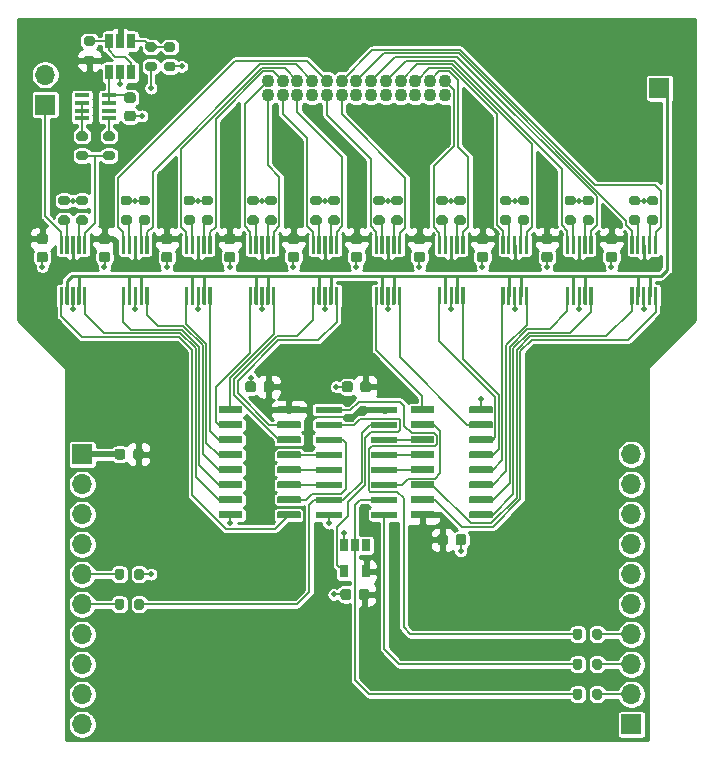
<source format=gbr>
%TF.GenerationSoftware,KiCad,Pcbnew,(5.1.10)-1*%
%TF.CreationDate,2022-10-09T17:15:07-05:00*%
%TF.ProjectId,switcher,73776974-6368-4657-922e-6b696361645f,A*%
%TF.SameCoordinates,Original*%
%TF.FileFunction,Copper,L1,Top*%
%TF.FilePolarity,Positive*%
%FSLAX46Y46*%
G04 Gerber Fmt 4.6, Leading zero omitted, Abs format (unit mm)*
G04 Created by KiCad (PCBNEW (5.1.10)-1) date 2022-10-09 17:15:07*
%MOMM*%
%LPD*%
G01*
G04 APERTURE LIST*
%TA.AperFunction,ComponentPad*%
%ADD10O,1.700000X1.700000*%
%TD*%
%TA.AperFunction,ComponentPad*%
%ADD11R,1.700000X1.700000*%
%TD*%
%TA.AperFunction,SMDPad,CuDef*%
%ADD12R,2.184400X0.558800*%
%TD*%
%TA.AperFunction,SMDPad,CuDef*%
%ADD13R,0.650000X1.060000*%
%TD*%
%TA.AperFunction,SMDPad,CuDef*%
%ADD14R,1.219200X0.406400*%
%TD*%
%TA.AperFunction,SMDPad,CuDef*%
%ADD15R,0.650000X1.220000*%
%TD*%
%TA.AperFunction,ComponentPad*%
%ADD16C,1.100000*%
%TD*%
%TA.AperFunction,ViaPad*%
%ADD17C,0.508000*%
%TD*%
%TA.AperFunction,Conductor*%
%ADD18C,0.152400*%
%TD*%
%TA.AperFunction,Conductor*%
%ADD19C,0.254000*%
%TD*%
%TA.AperFunction,Conductor*%
%ADD20C,0.508000*%
%TD*%
%TA.AperFunction,Conductor*%
%ADD21C,0.100000*%
%TD*%
G04 APERTURE END LIST*
D10*
%TO.P,J2,10*%
%TO.N,GND*%
X177136000Y-106055500D03*
%TO.P,J2,9*%
%TO.N,Net-(J2-Pad9)*%
X177136000Y-108595500D03*
%TO.P,J2,8*%
%TO.N,Net-(J2-Pad8)*%
X177136000Y-111135500D03*
%TO.P,J2,7*%
%TO.N,Net-(J2-Pad7)*%
X177136000Y-113675500D03*
%TO.P,J2,6*%
%TO.N,Net-(J2-Pad6)*%
X177136000Y-116215500D03*
%TO.P,J2,5*%
%TO.N,Net-(J2-Pad5)*%
X177136000Y-118755500D03*
%TO.P,J2,4*%
%TO.N,Net-(J2-Pad4)*%
X177136000Y-121295500D03*
%TO.P,J2,3*%
%TO.N,Net-(J2-Pad3)*%
X177136000Y-123835500D03*
%TO.P,J2,2*%
%TO.N,Net-(J2-Pad2)*%
X177136000Y-126375500D03*
D11*
%TO.P,J2,1*%
%TO.N,Net-(J2-Pad1)*%
X177136000Y-128915500D03*
%TD*%
D12*
%TO.P,U2,16*%
%TO.N,+3V3*%
X156222700Y-102298500D03*
%TO.P,U2,15*%
%TO.N,RESET_PANEL_SWITCH*%
X156222700Y-103568500D03*
%TO.P,U2,14*%
%TO.N,Net-(U2-Pad14)*%
X156222700Y-104838500D03*
%TO.P,U2,13*%
%TO.N,Net-(U2-Pad13)*%
X156222700Y-106108500D03*
%TO.P,U2,12*%
%TO.N,Net-(U2-Pad12)*%
X156222700Y-107378500D03*
%TO.P,U2,11*%
%TO.N,Net-(U2-Pad11)*%
X156222700Y-108648500D03*
%TO.P,U2,10*%
%TO.N,ENABLE_PANEL_SWITCH*%
X156222700Y-109918500D03*
%TO.P,U2,9*%
%TO.N,10-19_CLOCK*%
X156222700Y-111188500D03*
%TO.P,U2,8*%
%TO.N,GND*%
X151498300Y-111188500D03*
%TO.P,U2,7*%
%TO.N,RESET_PANEL_SWITCH*%
X151498300Y-109918500D03*
%TO.P,U2,6*%
%TO.N,Net-(U2-Pad6)*%
X151498300Y-108648500D03*
%TO.P,U2,5*%
%TO.N,Net-(U2-Pad5)*%
X151498300Y-107378500D03*
%TO.P,U2,4*%
%TO.N,Net-(U2-Pad4)*%
X151498300Y-106108500D03*
%TO.P,U2,3*%
%TO.N,Net-(U2-Pad3)*%
X151498300Y-104838500D03*
%TO.P,U2,2*%
%TO.N,Net-(U1-Pad4)*%
X151498300Y-103568500D03*
%TO.P,U2,1*%
%TO.N,0-9_CLOCK*%
X151498300Y-102298500D03*
%TD*%
%TO.P,R30,2*%
%TO.N,RESET_PANEL_SWITCH*%
%TA.AperFunction,SMDPad,CuDef*%
G36*
G01*
X135045000Y-119020000D02*
X135045000Y-118470000D01*
G75*
G02*
X135245000Y-118270000I200000J0D01*
G01*
X135645000Y-118270000D01*
G75*
G02*
X135845000Y-118470000I0J-200000D01*
G01*
X135845000Y-119020000D01*
G75*
G02*
X135645000Y-119220000I-200000J0D01*
G01*
X135245000Y-119220000D01*
G75*
G02*
X135045000Y-119020000I0J200000D01*
G01*
G37*
%TD.AperFunction*%
%TO.P,R30,1*%
%TO.N,Net-(J1-Pad6)*%
%TA.AperFunction,SMDPad,CuDef*%
G36*
G01*
X133395000Y-119020000D02*
X133395000Y-118470000D01*
G75*
G02*
X133595000Y-118270000I200000J0D01*
G01*
X133995000Y-118270000D01*
G75*
G02*
X134195000Y-118470000I0J-200000D01*
G01*
X134195000Y-119020000D01*
G75*
G02*
X133995000Y-119220000I-200000J0D01*
G01*
X133595000Y-119220000D01*
G75*
G02*
X133395000Y-119020000I0J200000D01*
G01*
G37*
%TD.AperFunction*%
%TD*%
%TO.P,R29,2*%
%TO.N,Net-(J1-Pad5)*%
%TA.AperFunction,SMDPad,CuDef*%
G36*
G01*
X134195000Y-115930000D02*
X134195000Y-116480000D01*
G75*
G02*
X133995000Y-116680000I-200000J0D01*
G01*
X133595000Y-116680000D01*
G75*
G02*
X133395000Y-116480000I0J200000D01*
G01*
X133395000Y-115930000D01*
G75*
G02*
X133595000Y-115730000I200000J0D01*
G01*
X133995000Y-115730000D01*
G75*
G02*
X134195000Y-115930000I0J-200000D01*
G01*
G37*
%TD.AperFunction*%
%TO.P,R29,1*%
%TO.N,ENABLE_TEST_SOURCE*%
%TA.AperFunction,SMDPad,CuDef*%
G36*
G01*
X135845000Y-115930000D02*
X135845000Y-116480000D01*
G75*
G02*
X135645000Y-116680000I-200000J0D01*
G01*
X135245000Y-116680000D01*
G75*
G02*
X135045000Y-116480000I0J200000D01*
G01*
X135045000Y-115930000D01*
G75*
G02*
X135245000Y-115730000I200000J0D01*
G01*
X135645000Y-115730000D01*
G75*
G02*
X135845000Y-115930000I0J-200000D01*
G01*
G37*
%TD.AperFunction*%
%TD*%
%TO.P,R28,2*%
%TO.N,Net-(J2-Pad3)*%
%TA.AperFunction,SMDPad,CuDef*%
G36*
G01*
X173843500Y-124100000D02*
X173843500Y-123550000D01*
G75*
G02*
X174043500Y-123350000I200000J0D01*
G01*
X174443500Y-123350000D01*
G75*
G02*
X174643500Y-123550000I0J-200000D01*
G01*
X174643500Y-124100000D01*
G75*
G02*
X174443500Y-124300000I-200000J0D01*
G01*
X174043500Y-124300000D01*
G75*
G02*
X173843500Y-124100000I0J200000D01*
G01*
G37*
%TD.AperFunction*%
%TO.P,R28,1*%
%TO.N,10-19_CLOCK*%
%TA.AperFunction,SMDPad,CuDef*%
G36*
G01*
X172193500Y-124100000D02*
X172193500Y-123550000D01*
G75*
G02*
X172393500Y-123350000I200000J0D01*
G01*
X172793500Y-123350000D01*
G75*
G02*
X172993500Y-123550000I0J-200000D01*
G01*
X172993500Y-124100000D01*
G75*
G02*
X172793500Y-124300000I-200000J0D01*
G01*
X172393500Y-124300000D01*
G75*
G02*
X172193500Y-124100000I0J200000D01*
G01*
G37*
%TD.AperFunction*%
%TD*%
%TO.P,R27,2*%
%TO.N,Net-(J2-Pad2)*%
%TA.AperFunction,SMDPad,CuDef*%
G36*
G01*
X173843500Y-126640000D02*
X173843500Y-126090000D01*
G75*
G02*
X174043500Y-125890000I200000J0D01*
G01*
X174443500Y-125890000D01*
G75*
G02*
X174643500Y-126090000I0J-200000D01*
G01*
X174643500Y-126640000D01*
G75*
G02*
X174443500Y-126840000I-200000J0D01*
G01*
X174043500Y-126840000D01*
G75*
G02*
X173843500Y-126640000I0J200000D01*
G01*
G37*
%TD.AperFunction*%
%TO.P,R27,1*%
%TO.N,ENABLE_PANEL_SWITCH*%
%TA.AperFunction,SMDPad,CuDef*%
G36*
G01*
X172193500Y-126640000D02*
X172193500Y-126090000D01*
G75*
G02*
X172393500Y-125890000I200000J0D01*
G01*
X172793500Y-125890000D01*
G75*
G02*
X172993500Y-126090000I0J-200000D01*
G01*
X172993500Y-126640000D01*
G75*
G02*
X172793500Y-126840000I-200000J0D01*
G01*
X172393500Y-126840000D01*
G75*
G02*
X172193500Y-126640000I0J200000D01*
G01*
G37*
%TD.AperFunction*%
%TD*%
%TO.P,R25,2*%
%TO.N,Net-(J2-Pad4)*%
%TA.AperFunction,SMDPad,CuDef*%
G36*
G01*
X173843500Y-121560000D02*
X173843500Y-121010000D01*
G75*
G02*
X174043500Y-120810000I200000J0D01*
G01*
X174443500Y-120810000D01*
G75*
G02*
X174643500Y-121010000I0J-200000D01*
G01*
X174643500Y-121560000D01*
G75*
G02*
X174443500Y-121760000I-200000J0D01*
G01*
X174043500Y-121760000D01*
G75*
G02*
X173843500Y-121560000I0J200000D01*
G01*
G37*
%TD.AperFunction*%
%TO.P,R25,1*%
%TO.N,0-9_CLOCK*%
%TA.AperFunction,SMDPad,CuDef*%
G36*
G01*
X172193500Y-121560000D02*
X172193500Y-121010000D01*
G75*
G02*
X172393500Y-120810000I200000J0D01*
G01*
X172793500Y-120810000D01*
G75*
G02*
X172993500Y-121010000I0J-200000D01*
G01*
X172993500Y-121560000D01*
G75*
G02*
X172793500Y-121760000I-200000J0D01*
G01*
X172393500Y-121760000D01*
G75*
G02*
X172193500Y-121560000I0J200000D01*
G01*
G37*
%TD.AperFunction*%
%TD*%
D13*
%TO.P,U1,5*%
%TO.N,+3V3*%
X154683500Y-115971500D03*
%TO.P,U1,4*%
%TO.N,Net-(U1-Pad4)*%
X152783500Y-115971500D03*
%TO.P,U1,3*%
%TO.N,GND*%
X152783500Y-113771500D03*
%TO.P,U1,2*%
%TO.N,ENABLE_PANEL_SWITCH*%
X153733500Y-113771500D03*
%TO.P,U1,1*%
%TO.N,Net-(U1-Pad1)*%
X154683500Y-113771500D03*
%TD*%
D10*
%TO.P,J5,2*%
%TO.N,GND*%
X127508000Y-73914000D03*
D11*
%TO.P,J5,1*%
%TO.N,Net-(J5-Pad1)*%
X127508000Y-76454000D03*
%TD*%
%TO.P,J4,1*%
%TO.N,Net-(J4-Pad1)*%
X179514500Y-75057000D03*
%TD*%
%TO.P,FB1,2*%
%TO.N,Net-(FB1-Pad2)*%
%TA.AperFunction,SMDPad,CuDef*%
G36*
G01*
X134270000Y-105788750D02*
X134270000Y-106301250D01*
G75*
G02*
X134051250Y-106520000I-218750J0D01*
G01*
X133613750Y-106520000D01*
G75*
G02*
X133395000Y-106301250I0J218750D01*
G01*
X133395000Y-105788750D01*
G75*
G02*
X133613750Y-105570000I218750J0D01*
G01*
X134051250Y-105570000D01*
G75*
G02*
X134270000Y-105788750I0J-218750D01*
G01*
G37*
%TD.AperFunction*%
%TO.P,FB1,1*%
%TO.N,+3V3*%
%TA.AperFunction,SMDPad,CuDef*%
G36*
G01*
X135845000Y-105788750D02*
X135845000Y-106301250D01*
G75*
G02*
X135626250Y-106520000I-218750J0D01*
G01*
X135188750Y-106520000D01*
G75*
G02*
X134970000Y-106301250I0J218750D01*
G01*
X134970000Y-105788750D01*
G75*
G02*
X135188750Y-105570000I218750J0D01*
G01*
X135626250Y-105570000D01*
G75*
G02*
X135845000Y-105788750I0J-218750D01*
G01*
G37*
%TD.AperFunction*%
%TD*%
D14*
%TO.P,U15,8*%
%TO.N,Net-(C26-Pad2)*%
X132905500Y-75669500D03*
%TO.P,U15,7*%
X132905500Y-76319500D03*
%TO.P,U15,6*%
%TO.N,Net-(U15-Pad6)*%
X132905500Y-76969500D03*
%TO.P,U15,5*%
%TO.N,Net-(R24-Pad2)*%
X132905500Y-77619500D03*
%TO.P,U15,4*%
%TO.N,Net-(R26-Pad2)*%
X130619500Y-77619500D03*
%TO.P,U15,3*%
X130619500Y-76969500D03*
%TO.P,U15,2*%
X130619500Y-76319500D03*
%TO.P,U15,1*%
%TO.N,Net-(U15-Pad1)*%
X130619500Y-75669500D03*
%TD*%
%TO.P,U14,10*%
%TO.N,Net-(J5-Pad1)*%
%TA.AperFunction,SMDPad,CuDef*%
G36*
G01*
X128990300Y-89072500D02*
X128732700Y-89072500D01*
G75*
G02*
X128721500Y-89061300I0J11200D01*
G01*
X128721500Y-87613700D01*
G75*
G02*
X128732700Y-87602500I11200J0D01*
G01*
X128990300Y-87602500D01*
G75*
G02*
X129001500Y-87613700I0J-11200D01*
G01*
X129001500Y-89061300D01*
G75*
G02*
X128990300Y-89072500I-11200J0D01*
G01*
G37*
%TD.AperFunction*%
%TO.P,U14,9*%
%TO.N,Net-(R22-Pad2)*%
%TA.AperFunction,SMDPad,CuDef*%
G36*
G01*
X129490300Y-89072500D02*
X129232700Y-89072500D01*
G75*
G02*
X129221500Y-89061300I0J11200D01*
G01*
X129221500Y-87613700D01*
G75*
G02*
X129232700Y-87602500I11200J0D01*
G01*
X129490300Y-87602500D01*
G75*
G02*
X129501500Y-87613700I0J-11200D01*
G01*
X129501500Y-89061300D01*
G75*
G02*
X129490300Y-89072500I-11200J0D01*
G01*
G37*
%TD.AperFunction*%
%TO.P,U14,8*%
%TO.N,+3V3*%
%TA.AperFunction,SMDPad,CuDef*%
G36*
G01*
X129990300Y-89072500D02*
X129732700Y-89072500D01*
G75*
G02*
X129721500Y-89061300I0J11200D01*
G01*
X129721500Y-87613700D01*
G75*
G02*
X129732700Y-87602500I11200J0D01*
G01*
X129990300Y-87602500D01*
G75*
G02*
X130001500Y-87613700I0J-11200D01*
G01*
X130001500Y-89061300D01*
G75*
G02*
X129990300Y-89072500I-11200J0D01*
G01*
G37*
%TD.AperFunction*%
%TO.P,U14,7*%
%TO.N,Net-(R23-Pad2)*%
%TA.AperFunction,SMDPad,CuDef*%
G36*
G01*
X130490300Y-89072500D02*
X130232700Y-89072500D01*
G75*
G02*
X130221500Y-89061300I0J11200D01*
G01*
X130221500Y-87613700D01*
G75*
G02*
X130232700Y-87602500I11200J0D01*
G01*
X130490300Y-87602500D01*
G75*
G02*
X130501500Y-87613700I0J-11200D01*
G01*
X130501500Y-89061300D01*
G75*
G02*
X130490300Y-89072500I-11200J0D01*
G01*
G37*
%TD.AperFunction*%
%TO.P,U14,6*%
%TO.N,Net-(R24-Pad1)*%
%TA.AperFunction,SMDPad,CuDef*%
G36*
G01*
X130990300Y-89072500D02*
X130732700Y-89072500D01*
G75*
G02*
X130721500Y-89061300I0J11200D01*
G01*
X130721500Y-87613700D01*
G75*
G02*
X130732700Y-87602500I11200J0D01*
G01*
X130990300Y-87602500D01*
G75*
G02*
X131001500Y-87613700I0J-11200D01*
G01*
X131001500Y-89061300D01*
G75*
G02*
X130990300Y-89072500I-11200J0D01*
G01*
G37*
%TD.AperFunction*%
%TO.P,U14,5*%
%TO.N,Net-(U14-Pad5)*%
%TA.AperFunction,SMDPad,CuDef*%
G36*
G01*
X130990300Y-93372500D02*
X130732700Y-93372500D01*
G75*
G02*
X130721500Y-93361300I0J11200D01*
G01*
X130721500Y-91913700D01*
G75*
G02*
X130732700Y-91902500I11200J0D01*
G01*
X130990300Y-91902500D01*
G75*
G02*
X131001500Y-91913700I0J-11200D01*
G01*
X131001500Y-93361300D01*
G75*
G02*
X130990300Y-93372500I-11200J0D01*
G01*
G37*
%TD.AperFunction*%
%TO.P,U14,4*%
%TO.N,Net-(J4-Pad1)*%
%TA.AperFunction,SMDPad,CuDef*%
G36*
G01*
X130490300Y-93372500D02*
X130232700Y-93372500D01*
G75*
G02*
X130221500Y-93361300I0J11200D01*
G01*
X130221500Y-91913700D01*
G75*
G02*
X130232700Y-91902500I11200J0D01*
G01*
X130490300Y-91902500D01*
G75*
G02*
X130501500Y-91913700I0J-11200D01*
G01*
X130501500Y-93361300D01*
G75*
G02*
X130490300Y-93372500I-11200J0D01*
G01*
G37*
%TD.AperFunction*%
%TO.P,U14,3*%
%TO.N,GND*%
%TA.AperFunction,SMDPad,CuDef*%
G36*
G01*
X129990300Y-93372500D02*
X129732700Y-93372500D01*
G75*
G02*
X129721500Y-93361300I0J11200D01*
G01*
X129721500Y-91913700D01*
G75*
G02*
X129732700Y-91902500I11200J0D01*
G01*
X129990300Y-91902500D01*
G75*
G02*
X130001500Y-91913700I0J-11200D01*
G01*
X130001500Y-93361300D01*
G75*
G02*
X129990300Y-93372500I-11200J0D01*
G01*
G37*
%TD.AperFunction*%
%TO.P,U14,2*%
%TO.N,Net-(J4-Pad1)*%
%TA.AperFunction,SMDPad,CuDef*%
G36*
G01*
X129490300Y-93372500D02*
X129232700Y-93372500D01*
G75*
G02*
X129221500Y-93361300I0J11200D01*
G01*
X129221500Y-91913700D01*
G75*
G02*
X129232700Y-91902500I11200J0D01*
G01*
X129490300Y-91902500D01*
G75*
G02*
X129501500Y-91913700I0J-11200D01*
G01*
X129501500Y-93361300D01*
G75*
G02*
X129490300Y-93372500I-11200J0D01*
G01*
G37*
%TD.AperFunction*%
%TO.P,U14,1*%
%TO.N,Net-(U14-Pad1)*%
%TA.AperFunction,SMDPad,CuDef*%
G36*
G01*
X128990300Y-93372500D02*
X128732700Y-93372500D01*
G75*
G02*
X128721500Y-93361300I0J11200D01*
G01*
X128721500Y-91913700D01*
G75*
G02*
X128732700Y-91902500I11200J0D01*
G01*
X128990300Y-91902500D01*
G75*
G02*
X129001500Y-91913700I0J-11200D01*
G01*
X129001500Y-93361300D01*
G75*
G02*
X128990300Y-93372500I-11200J0D01*
G01*
G37*
%TD.AperFunction*%
%TD*%
%TO.P,U13,10*%
%TO.N,Net-(J3-Pad9)*%
%TA.AperFunction,SMDPad,CuDef*%
G36*
G01*
X134260800Y-89072500D02*
X134003200Y-89072500D01*
G75*
G02*
X133992000Y-89061300I0J11200D01*
G01*
X133992000Y-87613700D01*
G75*
G02*
X134003200Y-87602500I11200J0D01*
G01*
X134260800Y-87602500D01*
G75*
G02*
X134272000Y-87613700I0J-11200D01*
G01*
X134272000Y-89061300D01*
G75*
G02*
X134260800Y-89072500I-11200J0D01*
G01*
G37*
%TD.AperFunction*%
%TO.P,U13,9*%
%TO.N,Net-(R20-Pad2)*%
%TA.AperFunction,SMDPad,CuDef*%
G36*
G01*
X134760800Y-89072500D02*
X134503200Y-89072500D01*
G75*
G02*
X134492000Y-89061300I0J11200D01*
G01*
X134492000Y-87613700D01*
G75*
G02*
X134503200Y-87602500I11200J0D01*
G01*
X134760800Y-87602500D01*
G75*
G02*
X134772000Y-87613700I0J-11200D01*
G01*
X134772000Y-89061300D01*
G75*
G02*
X134760800Y-89072500I-11200J0D01*
G01*
G37*
%TD.AperFunction*%
%TO.P,U13,8*%
%TO.N,+3V3*%
%TA.AperFunction,SMDPad,CuDef*%
G36*
G01*
X135260800Y-89072500D02*
X135003200Y-89072500D01*
G75*
G02*
X134992000Y-89061300I0J11200D01*
G01*
X134992000Y-87613700D01*
G75*
G02*
X135003200Y-87602500I11200J0D01*
G01*
X135260800Y-87602500D01*
G75*
G02*
X135272000Y-87613700I0J-11200D01*
G01*
X135272000Y-89061300D01*
G75*
G02*
X135260800Y-89072500I-11200J0D01*
G01*
G37*
%TD.AperFunction*%
%TO.P,U13,7*%
%TO.N,Net-(R21-Pad2)*%
%TA.AperFunction,SMDPad,CuDef*%
G36*
G01*
X135760800Y-89072500D02*
X135503200Y-89072500D01*
G75*
G02*
X135492000Y-89061300I0J11200D01*
G01*
X135492000Y-87613700D01*
G75*
G02*
X135503200Y-87602500I11200J0D01*
G01*
X135760800Y-87602500D01*
G75*
G02*
X135772000Y-87613700I0J-11200D01*
G01*
X135772000Y-89061300D01*
G75*
G02*
X135760800Y-89072500I-11200J0D01*
G01*
G37*
%TD.AperFunction*%
%TO.P,U13,6*%
%TO.N,Net-(J3-Pad10)*%
%TA.AperFunction,SMDPad,CuDef*%
G36*
G01*
X136260800Y-89072500D02*
X136003200Y-89072500D01*
G75*
G02*
X135992000Y-89061300I0J11200D01*
G01*
X135992000Y-87613700D01*
G75*
G02*
X136003200Y-87602500I11200J0D01*
G01*
X136260800Y-87602500D01*
G75*
G02*
X136272000Y-87613700I0J-11200D01*
G01*
X136272000Y-89061300D01*
G75*
G02*
X136260800Y-89072500I-11200J0D01*
G01*
G37*
%TD.AperFunction*%
%TO.P,U13,5*%
%TO.N,Net-(U13-Pad5)*%
%TA.AperFunction,SMDPad,CuDef*%
G36*
G01*
X136260800Y-93372500D02*
X136003200Y-93372500D01*
G75*
G02*
X135992000Y-93361300I0J11200D01*
G01*
X135992000Y-91913700D01*
G75*
G02*
X136003200Y-91902500I11200J0D01*
G01*
X136260800Y-91902500D01*
G75*
G02*
X136272000Y-91913700I0J-11200D01*
G01*
X136272000Y-93361300D01*
G75*
G02*
X136260800Y-93372500I-11200J0D01*
G01*
G37*
%TD.AperFunction*%
%TO.P,U13,4*%
%TO.N,Net-(J4-Pad1)*%
%TA.AperFunction,SMDPad,CuDef*%
G36*
G01*
X135760800Y-93372500D02*
X135503200Y-93372500D01*
G75*
G02*
X135492000Y-93361300I0J11200D01*
G01*
X135492000Y-91913700D01*
G75*
G02*
X135503200Y-91902500I11200J0D01*
G01*
X135760800Y-91902500D01*
G75*
G02*
X135772000Y-91913700I0J-11200D01*
G01*
X135772000Y-93361300D01*
G75*
G02*
X135760800Y-93372500I-11200J0D01*
G01*
G37*
%TD.AperFunction*%
%TO.P,U13,3*%
%TO.N,GND*%
%TA.AperFunction,SMDPad,CuDef*%
G36*
G01*
X135260800Y-93372500D02*
X135003200Y-93372500D01*
G75*
G02*
X134992000Y-93361300I0J11200D01*
G01*
X134992000Y-91913700D01*
G75*
G02*
X135003200Y-91902500I11200J0D01*
G01*
X135260800Y-91902500D01*
G75*
G02*
X135272000Y-91913700I0J-11200D01*
G01*
X135272000Y-93361300D01*
G75*
G02*
X135260800Y-93372500I-11200J0D01*
G01*
G37*
%TD.AperFunction*%
%TO.P,U13,2*%
%TO.N,Net-(J4-Pad1)*%
%TA.AperFunction,SMDPad,CuDef*%
G36*
G01*
X134760800Y-93372500D02*
X134503200Y-93372500D01*
G75*
G02*
X134492000Y-93361300I0J11200D01*
G01*
X134492000Y-91913700D01*
G75*
G02*
X134503200Y-91902500I11200J0D01*
G01*
X134760800Y-91902500D01*
G75*
G02*
X134772000Y-91913700I0J-11200D01*
G01*
X134772000Y-93361300D01*
G75*
G02*
X134760800Y-93372500I-11200J0D01*
G01*
G37*
%TD.AperFunction*%
%TO.P,U13,1*%
%TO.N,Net-(U13-Pad1)*%
%TA.AperFunction,SMDPad,CuDef*%
G36*
G01*
X134260800Y-93372500D02*
X134003200Y-93372500D01*
G75*
G02*
X133992000Y-93361300I0J11200D01*
G01*
X133992000Y-91913700D01*
G75*
G02*
X134003200Y-91902500I11200J0D01*
G01*
X134260800Y-91902500D01*
G75*
G02*
X134272000Y-91913700I0J-11200D01*
G01*
X134272000Y-93361300D01*
G75*
G02*
X134260800Y-93372500I-11200J0D01*
G01*
G37*
%TD.AperFunction*%
%TD*%
%TO.P,U12,10*%
%TO.N,Net-(J3-Pad11)*%
%TA.AperFunction,SMDPad,CuDef*%
G36*
G01*
X139594300Y-89072500D02*
X139336700Y-89072500D01*
G75*
G02*
X139325500Y-89061300I0J11200D01*
G01*
X139325500Y-87613700D01*
G75*
G02*
X139336700Y-87602500I11200J0D01*
G01*
X139594300Y-87602500D01*
G75*
G02*
X139605500Y-87613700I0J-11200D01*
G01*
X139605500Y-89061300D01*
G75*
G02*
X139594300Y-89072500I-11200J0D01*
G01*
G37*
%TD.AperFunction*%
%TO.P,U12,9*%
%TO.N,Net-(R18-Pad2)*%
%TA.AperFunction,SMDPad,CuDef*%
G36*
G01*
X140094300Y-89072500D02*
X139836700Y-89072500D01*
G75*
G02*
X139825500Y-89061300I0J11200D01*
G01*
X139825500Y-87613700D01*
G75*
G02*
X139836700Y-87602500I11200J0D01*
G01*
X140094300Y-87602500D01*
G75*
G02*
X140105500Y-87613700I0J-11200D01*
G01*
X140105500Y-89061300D01*
G75*
G02*
X140094300Y-89072500I-11200J0D01*
G01*
G37*
%TD.AperFunction*%
%TO.P,U12,8*%
%TO.N,+3V3*%
%TA.AperFunction,SMDPad,CuDef*%
G36*
G01*
X140594300Y-89072500D02*
X140336700Y-89072500D01*
G75*
G02*
X140325500Y-89061300I0J11200D01*
G01*
X140325500Y-87613700D01*
G75*
G02*
X140336700Y-87602500I11200J0D01*
G01*
X140594300Y-87602500D01*
G75*
G02*
X140605500Y-87613700I0J-11200D01*
G01*
X140605500Y-89061300D01*
G75*
G02*
X140594300Y-89072500I-11200J0D01*
G01*
G37*
%TD.AperFunction*%
%TO.P,U12,7*%
%TO.N,Net-(R19-Pad2)*%
%TA.AperFunction,SMDPad,CuDef*%
G36*
G01*
X141094300Y-89072500D02*
X140836700Y-89072500D01*
G75*
G02*
X140825500Y-89061300I0J11200D01*
G01*
X140825500Y-87613700D01*
G75*
G02*
X140836700Y-87602500I11200J0D01*
G01*
X141094300Y-87602500D01*
G75*
G02*
X141105500Y-87613700I0J-11200D01*
G01*
X141105500Y-89061300D01*
G75*
G02*
X141094300Y-89072500I-11200J0D01*
G01*
G37*
%TD.AperFunction*%
%TO.P,U12,6*%
%TO.N,Net-(J3-Pad12)*%
%TA.AperFunction,SMDPad,CuDef*%
G36*
G01*
X141594300Y-89072500D02*
X141336700Y-89072500D01*
G75*
G02*
X141325500Y-89061300I0J11200D01*
G01*
X141325500Y-87613700D01*
G75*
G02*
X141336700Y-87602500I11200J0D01*
G01*
X141594300Y-87602500D01*
G75*
G02*
X141605500Y-87613700I0J-11200D01*
G01*
X141605500Y-89061300D01*
G75*
G02*
X141594300Y-89072500I-11200J0D01*
G01*
G37*
%TD.AperFunction*%
%TO.P,U12,5*%
%TO.N,Net-(U12-Pad5)*%
%TA.AperFunction,SMDPad,CuDef*%
G36*
G01*
X141594300Y-93372500D02*
X141336700Y-93372500D01*
G75*
G02*
X141325500Y-93361300I0J11200D01*
G01*
X141325500Y-91913700D01*
G75*
G02*
X141336700Y-91902500I11200J0D01*
G01*
X141594300Y-91902500D01*
G75*
G02*
X141605500Y-91913700I0J-11200D01*
G01*
X141605500Y-93361300D01*
G75*
G02*
X141594300Y-93372500I-11200J0D01*
G01*
G37*
%TD.AperFunction*%
%TO.P,U12,4*%
%TO.N,Net-(J4-Pad1)*%
%TA.AperFunction,SMDPad,CuDef*%
G36*
G01*
X141094300Y-93372500D02*
X140836700Y-93372500D01*
G75*
G02*
X140825500Y-93361300I0J11200D01*
G01*
X140825500Y-91913700D01*
G75*
G02*
X140836700Y-91902500I11200J0D01*
G01*
X141094300Y-91902500D01*
G75*
G02*
X141105500Y-91913700I0J-11200D01*
G01*
X141105500Y-93361300D01*
G75*
G02*
X141094300Y-93372500I-11200J0D01*
G01*
G37*
%TD.AperFunction*%
%TO.P,U12,3*%
%TO.N,GND*%
%TA.AperFunction,SMDPad,CuDef*%
G36*
G01*
X140594300Y-93372500D02*
X140336700Y-93372500D01*
G75*
G02*
X140325500Y-93361300I0J11200D01*
G01*
X140325500Y-91913700D01*
G75*
G02*
X140336700Y-91902500I11200J0D01*
G01*
X140594300Y-91902500D01*
G75*
G02*
X140605500Y-91913700I0J-11200D01*
G01*
X140605500Y-93361300D01*
G75*
G02*
X140594300Y-93372500I-11200J0D01*
G01*
G37*
%TD.AperFunction*%
%TO.P,U12,2*%
%TO.N,Net-(J4-Pad1)*%
%TA.AperFunction,SMDPad,CuDef*%
G36*
G01*
X140094300Y-93372500D02*
X139836700Y-93372500D01*
G75*
G02*
X139825500Y-93361300I0J11200D01*
G01*
X139825500Y-91913700D01*
G75*
G02*
X139836700Y-91902500I11200J0D01*
G01*
X140094300Y-91902500D01*
G75*
G02*
X140105500Y-91913700I0J-11200D01*
G01*
X140105500Y-93361300D01*
G75*
G02*
X140094300Y-93372500I-11200J0D01*
G01*
G37*
%TD.AperFunction*%
%TO.P,U12,1*%
%TO.N,Net-(U12-Pad1)*%
%TA.AperFunction,SMDPad,CuDef*%
G36*
G01*
X139594300Y-93372500D02*
X139336700Y-93372500D01*
G75*
G02*
X139325500Y-93361300I0J11200D01*
G01*
X139325500Y-91913700D01*
G75*
G02*
X139336700Y-91902500I11200J0D01*
G01*
X139594300Y-91902500D01*
G75*
G02*
X139605500Y-91913700I0J-11200D01*
G01*
X139605500Y-93361300D01*
G75*
G02*
X139594300Y-93372500I-11200J0D01*
G01*
G37*
%TD.AperFunction*%
%TD*%
%TO.P,U11,10*%
%TO.N,Net-(J3-Pad13)*%
%TA.AperFunction,SMDPad,CuDef*%
G36*
G01*
X144991300Y-89072500D02*
X144733700Y-89072500D01*
G75*
G02*
X144722500Y-89061300I0J11200D01*
G01*
X144722500Y-87613700D01*
G75*
G02*
X144733700Y-87602500I11200J0D01*
G01*
X144991300Y-87602500D01*
G75*
G02*
X145002500Y-87613700I0J-11200D01*
G01*
X145002500Y-89061300D01*
G75*
G02*
X144991300Y-89072500I-11200J0D01*
G01*
G37*
%TD.AperFunction*%
%TO.P,U11,9*%
%TO.N,Net-(R16-Pad2)*%
%TA.AperFunction,SMDPad,CuDef*%
G36*
G01*
X145491300Y-89072500D02*
X145233700Y-89072500D01*
G75*
G02*
X145222500Y-89061300I0J11200D01*
G01*
X145222500Y-87613700D01*
G75*
G02*
X145233700Y-87602500I11200J0D01*
G01*
X145491300Y-87602500D01*
G75*
G02*
X145502500Y-87613700I0J-11200D01*
G01*
X145502500Y-89061300D01*
G75*
G02*
X145491300Y-89072500I-11200J0D01*
G01*
G37*
%TD.AperFunction*%
%TO.P,U11,8*%
%TO.N,+3V3*%
%TA.AperFunction,SMDPad,CuDef*%
G36*
G01*
X145991300Y-89072500D02*
X145733700Y-89072500D01*
G75*
G02*
X145722500Y-89061300I0J11200D01*
G01*
X145722500Y-87613700D01*
G75*
G02*
X145733700Y-87602500I11200J0D01*
G01*
X145991300Y-87602500D01*
G75*
G02*
X146002500Y-87613700I0J-11200D01*
G01*
X146002500Y-89061300D01*
G75*
G02*
X145991300Y-89072500I-11200J0D01*
G01*
G37*
%TD.AperFunction*%
%TO.P,U11,7*%
%TO.N,Net-(R17-Pad2)*%
%TA.AperFunction,SMDPad,CuDef*%
G36*
G01*
X146491300Y-89072500D02*
X146233700Y-89072500D01*
G75*
G02*
X146222500Y-89061300I0J11200D01*
G01*
X146222500Y-87613700D01*
G75*
G02*
X146233700Y-87602500I11200J0D01*
G01*
X146491300Y-87602500D01*
G75*
G02*
X146502500Y-87613700I0J-11200D01*
G01*
X146502500Y-89061300D01*
G75*
G02*
X146491300Y-89072500I-11200J0D01*
G01*
G37*
%TD.AperFunction*%
%TO.P,U11,6*%
%TO.N,Net-(J3-Pad26)*%
%TA.AperFunction,SMDPad,CuDef*%
G36*
G01*
X146991300Y-89072500D02*
X146733700Y-89072500D01*
G75*
G02*
X146722500Y-89061300I0J11200D01*
G01*
X146722500Y-87613700D01*
G75*
G02*
X146733700Y-87602500I11200J0D01*
G01*
X146991300Y-87602500D01*
G75*
G02*
X147002500Y-87613700I0J-11200D01*
G01*
X147002500Y-89061300D01*
G75*
G02*
X146991300Y-89072500I-11200J0D01*
G01*
G37*
%TD.AperFunction*%
%TO.P,U11,5*%
%TO.N,Net-(U11-Pad5)*%
%TA.AperFunction,SMDPad,CuDef*%
G36*
G01*
X146991300Y-93372500D02*
X146733700Y-93372500D01*
G75*
G02*
X146722500Y-93361300I0J11200D01*
G01*
X146722500Y-91913700D01*
G75*
G02*
X146733700Y-91902500I11200J0D01*
G01*
X146991300Y-91902500D01*
G75*
G02*
X147002500Y-91913700I0J-11200D01*
G01*
X147002500Y-93361300D01*
G75*
G02*
X146991300Y-93372500I-11200J0D01*
G01*
G37*
%TD.AperFunction*%
%TO.P,U11,4*%
%TO.N,Net-(J4-Pad1)*%
%TA.AperFunction,SMDPad,CuDef*%
G36*
G01*
X146491300Y-93372500D02*
X146233700Y-93372500D01*
G75*
G02*
X146222500Y-93361300I0J11200D01*
G01*
X146222500Y-91913700D01*
G75*
G02*
X146233700Y-91902500I11200J0D01*
G01*
X146491300Y-91902500D01*
G75*
G02*
X146502500Y-91913700I0J-11200D01*
G01*
X146502500Y-93361300D01*
G75*
G02*
X146491300Y-93372500I-11200J0D01*
G01*
G37*
%TD.AperFunction*%
%TO.P,U11,3*%
%TO.N,GND*%
%TA.AperFunction,SMDPad,CuDef*%
G36*
G01*
X145991300Y-93372500D02*
X145733700Y-93372500D01*
G75*
G02*
X145722500Y-93361300I0J11200D01*
G01*
X145722500Y-91913700D01*
G75*
G02*
X145733700Y-91902500I11200J0D01*
G01*
X145991300Y-91902500D01*
G75*
G02*
X146002500Y-91913700I0J-11200D01*
G01*
X146002500Y-93361300D01*
G75*
G02*
X145991300Y-93372500I-11200J0D01*
G01*
G37*
%TD.AperFunction*%
%TO.P,U11,2*%
%TO.N,Net-(J4-Pad1)*%
%TA.AperFunction,SMDPad,CuDef*%
G36*
G01*
X145491300Y-93372500D02*
X145233700Y-93372500D01*
G75*
G02*
X145222500Y-93361300I0J11200D01*
G01*
X145222500Y-91913700D01*
G75*
G02*
X145233700Y-91902500I11200J0D01*
G01*
X145491300Y-91902500D01*
G75*
G02*
X145502500Y-91913700I0J-11200D01*
G01*
X145502500Y-93361300D01*
G75*
G02*
X145491300Y-93372500I-11200J0D01*
G01*
G37*
%TD.AperFunction*%
%TO.P,U11,1*%
%TO.N,Net-(U11-Pad1)*%
%TA.AperFunction,SMDPad,CuDef*%
G36*
G01*
X144991300Y-93372500D02*
X144733700Y-93372500D01*
G75*
G02*
X144722500Y-93361300I0J11200D01*
G01*
X144722500Y-91913700D01*
G75*
G02*
X144733700Y-91902500I11200J0D01*
G01*
X144991300Y-91902500D01*
G75*
G02*
X145002500Y-91913700I0J-11200D01*
G01*
X145002500Y-93361300D01*
G75*
G02*
X144991300Y-93372500I-11200J0D01*
G01*
G37*
%TD.AperFunction*%
%TD*%
%TO.P,U10,10*%
%TO.N,Net-(J3-Pad25)*%
%TA.AperFunction,SMDPad,CuDef*%
G36*
G01*
X150324800Y-89072500D02*
X150067200Y-89072500D01*
G75*
G02*
X150056000Y-89061300I0J11200D01*
G01*
X150056000Y-87613700D01*
G75*
G02*
X150067200Y-87602500I11200J0D01*
G01*
X150324800Y-87602500D01*
G75*
G02*
X150336000Y-87613700I0J-11200D01*
G01*
X150336000Y-89061300D01*
G75*
G02*
X150324800Y-89072500I-11200J0D01*
G01*
G37*
%TD.AperFunction*%
%TO.P,U10,9*%
%TO.N,Net-(R14-Pad2)*%
%TA.AperFunction,SMDPad,CuDef*%
G36*
G01*
X150824800Y-89072500D02*
X150567200Y-89072500D01*
G75*
G02*
X150556000Y-89061300I0J11200D01*
G01*
X150556000Y-87613700D01*
G75*
G02*
X150567200Y-87602500I11200J0D01*
G01*
X150824800Y-87602500D01*
G75*
G02*
X150836000Y-87613700I0J-11200D01*
G01*
X150836000Y-89061300D01*
G75*
G02*
X150824800Y-89072500I-11200J0D01*
G01*
G37*
%TD.AperFunction*%
%TO.P,U10,8*%
%TO.N,+3V3*%
%TA.AperFunction,SMDPad,CuDef*%
G36*
G01*
X151324800Y-89072500D02*
X151067200Y-89072500D01*
G75*
G02*
X151056000Y-89061300I0J11200D01*
G01*
X151056000Y-87613700D01*
G75*
G02*
X151067200Y-87602500I11200J0D01*
G01*
X151324800Y-87602500D01*
G75*
G02*
X151336000Y-87613700I0J-11200D01*
G01*
X151336000Y-89061300D01*
G75*
G02*
X151324800Y-89072500I-11200J0D01*
G01*
G37*
%TD.AperFunction*%
%TO.P,U10,7*%
%TO.N,Net-(R15-Pad2)*%
%TA.AperFunction,SMDPad,CuDef*%
G36*
G01*
X151824800Y-89072500D02*
X151567200Y-89072500D01*
G75*
G02*
X151556000Y-89061300I0J11200D01*
G01*
X151556000Y-87613700D01*
G75*
G02*
X151567200Y-87602500I11200J0D01*
G01*
X151824800Y-87602500D01*
G75*
G02*
X151836000Y-87613700I0J-11200D01*
G01*
X151836000Y-89061300D01*
G75*
G02*
X151824800Y-89072500I-11200J0D01*
G01*
G37*
%TD.AperFunction*%
%TO.P,U10,6*%
%TO.N,Net-(J3-Pad24)*%
%TA.AperFunction,SMDPad,CuDef*%
G36*
G01*
X152324800Y-89072500D02*
X152067200Y-89072500D01*
G75*
G02*
X152056000Y-89061300I0J11200D01*
G01*
X152056000Y-87613700D01*
G75*
G02*
X152067200Y-87602500I11200J0D01*
G01*
X152324800Y-87602500D01*
G75*
G02*
X152336000Y-87613700I0J-11200D01*
G01*
X152336000Y-89061300D01*
G75*
G02*
X152324800Y-89072500I-11200J0D01*
G01*
G37*
%TD.AperFunction*%
%TO.P,U10,5*%
%TO.N,Net-(U10-Pad5)*%
%TA.AperFunction,SMDPad,CuDef*%
G36*
G01*
X152324800Y-93372500D02*
X152067200Y-93372500D01*
G75*
G02*
X152056000Y-93361300I0J11200D01*
G01*
X152056000Y-91913700D01*
G75*
G02*
X152067200Y-91902500I11200J0D01*
G01*
X152324800Y-91902500D01*
G75*
G02*
X152336000Y-91913700I0J-11200D01*
G01*
X152336000Y-93361300D01*
G75*
G02*
X152324800Y-93372500I-11200J0D01*
G01*
G37*
%TD.AperFunction*%
%TO.P,U10,4*%
%TO.N,Net-(J4-Pad1)*%
%TA.AperFunction,SMDPad,CuDef*%
G36*
G01*
X151824800Y-93372500D02*
X151567200Y-93372500D01*
G75*
G02*
X151556000Y-93361300I0J11200D01*
G01*
X151556000Y-91913700D01*
G75*
G02*
X151567200Y-91902500I11200J0D01*
G01*
X151824800Y-91902500D01*
G75*
G02*
X151836000Y-91913700I0J-11200D01*
G01*
X151836000Y-93361300D01*
G75*
G02*
X151824800Y-93372500I-11200J0D01*
G01*
G37*
%TD.AperFunction*%
%TO.P,U10,3*%
%TO.N,GND*%
%TA.AperFunction,SMDPad,CuDef*%
G36*
G01*
X151324800Y-93372500D02*
X151067200Y-93372500D01*
G75*
G02*
X151056000Y-93361300I0J11200D01*
G01*
X151056000Y-91913700D01*
G75*
G02*
X151067200Y-91902500I11200J0D01*
G01*
X151324800Y-91902500D01*
G75*
G02*
X151336000Y-91913700I0J-11200D01*
G01*
X151336000Y-93361300D01*
G75*
G02*
X151324800Y-93372500I-11200J0D01*
G01*
G37*
%TD.AperFunction*%
%TO.P,U10,2*%
%TO.N,Net-(J4-Pad1)*%
%TA.AperFunction,SMDPad,CuDef*%
G36*
G01*
X150824800Y-93372500D02*
X150567200Y-93372500D01*
G75*
G02*
X150556000Y-93361300I0J11200D01*
G01*
X150556000Y-91913700D01*
G75*
G02*
X150567200Y-91902500I11200J0D01*
G01*
X150824800Y-91902500D01*
G75*
G02*
X150836000Y-91913700I0J-11200D01*
G01*
X150836000Y-93361300D01*
G75*
G02*
X150824800Y-93372500I-11200J0D01*
G01*
G37*
%TD.AperFunction*%
%TO.P,U10,1*%
%TO.N,Net-(U10-Pad1)*%
%TA.AperFunction,SMDPad,CuDef*%
G36*
G01*
X150324800Y-93372500D02*
X150067200Y-93372500D01*
G75*
G02*
X150056000Y-93361300I0J11200D01*
G01*
X150056000Y-91913700D01*
G75*
G02*
X150067200Y-91902500I11200J0D01*
G01*
X150324800Y-91902500D01*
G75*
G02*
X150336000Y-91913700I0J-11200D01*
G01*
X150336000Y-93361300D01*
G75*
G02*
X150324800Y-93372500I-11200J0D01*
G01*
G37*
%TD.AperFunction*%
%TD*%
%TO.P,U9,10*%
%TO.N,Net-(J3-Pad22)*%
%TA.AperFunction,SMDPad,CuDef*%
G36*
G01*
X155658300Y-89072500D02*
X155400700Y-89072500D01*
G75*
G02*
X155389500Y-89061300I0J11200D01*
G01*
X155389500Y-87613700D01*
G75*
G02*
X155400700Y-87602500I11200J0D01*
G01*
X155658300Y-87602500D01*
G75*
G02*
X155669500Y-87613700I0J-11200D01*
G01*
X155669500Y-89061300D01*
G75*
G02*
X155658300Y-89072500I-11200J0D01*
G01*
G37*
%TD.AperFunction*%
%TO.P,U9,9*%
%TO.N,Net-(R12-Pad2)*%
%TA.AperFunction,SMDPad,CuDef*%
G36*
G01*
X156158300Y-89072500D02*
X155900700Y-89072500D01*
G75*
G02*
X155889500Y-89061300I0J11200D01*
G01*
X155889500Y-87613700D01*
G75*
G02*
X155900700Y-87602500I11200J0D01*
G01*
X156158300Y-87602500D01*
G75*
G02*
X156169500Y-87613700I0J-11200D01*
G01*
X156169500Y-89061300D01*
G75*
G02*
X156158300Y-89072500I-11200J0D01*
G01*
G37*
%TD.AperFunction*%
%TO.P,U9,8*%
%TO.N,+3V3*%
%TA.AperFunction,SMDPad,CuDef*%
G36*
G01*
X156658300Y-89072500D02*
X156400700Y-89072500D01*
G75*
G02*
X156389500Y-89061300I0J11200D01*
G01*
X156389500Y-87613700D01*
G75*
G02*
X156400700Y-87602500I11200J0D01*
G01*
X156658300Y-87602500D01*
G75*
G02*
X156669500Y-87613700I0J-11200D01*
G01*
X156669500Y-89061300D01*
G75*
G02*
X156658300Y-89072500I-11200J0D01*
G01*
G37*
%TD.AperFunction*%
%TO.P,U9,7*%
%TO.N,Net-(R13-Pad2)*%
%TA.AperFunction,SMDPad,CuDef*%
G36*
G01*
X157158300Y-89072500D02*
X156900700Y-89072500D01*
G75*
G02*
X156889500Y-89061300I0J11200D01*
G01*
X156889500Y-87613700D01*
G75*
G02*
X156900700Y-87602500I11200J0D01*
G01*
X157158300Y-87602500D01*
G75*
G02*
X157169500Y-87613700I0J-11200D01*
G01*
X157169500Y-89061300D01*
G75*
G02*
X157158300Y-89072500I-11200J0D01*
G01*
G37*
%TD.AperFunction*%
%TO.P,U9,6*%
%TO.N,Net-(J3-Pad21)*%
%TA.AperFunction,SMDPad,CuDef*%
G36*
G01*
X157658300Y-89072500D02*
X157400700Y-89072500D01*
G75*
G02*
X157389500Y-89061300I0J11200D01*
G01*
X157389500Y-87613700D01*
G75*
G02*
X157400700Y-87602500I11200J0D01*
G01*
X157658300Y-87602500D01*
G75*
G02*
X157669500Y-87613700I0J-11200D01*
G01*
X157669500Y-89061300D01*
G75*
G02*
X157658300Y-89072500I-11200J0D01*
G01*
G37*
%TD.AperFunction*%
%TO.P,U9,5*%
%TO.N,Net-(U3-Pad7)*%
%TA.AperFunction,SMDPad,CuDef*%
G36*
G01*
X157658300Y-93372500D02*
X157400700Y-93372500D01*
G75*
G02*
X157389500Y-93361300I0J11200D01*
G01*
X157389500Y-91913700D01*
G75*
G02*
X157400700Y-91902500I11200J0D01*
G01*
X157658300Y-91902500D01*
G75*
G02*
X157669500Y-91913700I0J-11200D01*
G01*
X157669500Y-93361300D01*
G75*
G02*
X157658300Y-93372500I-11200J0D01*
G01*
G37*
%TD.AperFunction*%
%TO.P,U9,4*%
%TO.N,Net-(J4-Pad1)*%
%TA.AperFunction,SMDPad,CuDef*%
G36*
G01*
X157158300Y-93372500D02*
X156900700Y-93372500D01*
G75*
G02*
X156889500Y-93361300I0J11200D01*
G01*
X156889500Y-91913700D01*
G75*
G02*
X156900700Y-91902500I11200J0D01*
G01*
X157158300Y-91902500D01*
G75*
G02*
X157169500Y-91913700I0J-11200D01*
G01*
X157169500Y-93361300D01*
G75*
G02*
X157158300Y-93372500I-11200J0D01*
G01*
G37*
%TD.AperFunction*%
%TO.P,U9,3*%
%TO.N,GND*%
%TA.AperFunction,SMDPad,CuDef*%
G36*
G01*
X156658300Y-93372500D02*
X156400700Y-93372500D01*
G75*
G02*
X156389500Y-93361300I0J11200D01*
G01*
X156389500Y-91913700D01*
G75*
G02*
X156400700Y-91902500I11200J0D01*
G01*
X156658300Y-91902500D01*
G75*
G02*
X156669500Y-91913700I0J-11200D01*
G01*
X156669500Y-93361300D01*
G75*
G02*
X156658300Y-93372500I-11200J0D01*
G01*
G37*
%TD.AperFunction*%
%TO.P,U9,2*%
%TO.N,Net-(J4-Pad1)*%
%TA.AperFunction,SMDPad,CuDef*%
G36*
G01*
X156158300Y-93372500D02*
X155900700Y-93372500D01*
G75*
G02*
X155889500Y-93361300I0J11200D01*
G01*
X155889500Y-91913700D01*
G75*
G02*
X155900700Y-91902500I11200J0D01*
G01*
X156158300Y-91902500D01*
G75*
G02*
X156169500Y-91913700I0J-11200D01*
G01*
X156169500Y-93361300D01*
G75*
G02*
X156158300Y-93372500I-11200J0D01*
G01*
G37*
%TD.AperFunction*%
%TO.P,U9,1*%
%TO.N,Net-(U3-Pad9)*%
%TA.AperFunction,SMDPad,CuDef*%
G36*
G01*
X155658300Y-93372500D02*
X155400700Y-93372500D01*
G75*
G02*
X155389500Y-93361300I0J11200D01*
G01*
X155389500Y-91913700D01*
G75*
G02*
X155400700Y-91902500I11200J0D01*
G01*
X155658300Y-91902500D01*
G75*
G02*
X155669500Y-91913700I0J-11200D01*
G01*
X155669500Y-93361300D01*
G75*
G02*
X155658300Y-93372500I-11200J0D01*
G01*
G37*
%TD.AperFunction*%
%TD*%
%TO.P,U8,10*%
%TO.N,Net-(J3-Pad1)*%
%TA.AperFunction,SMDPad,CuDef*%
G36*
G01*
X161007800Y-89063500D02*
X160750200Y-89063500D01*
G75*
G02*
X160739000Y-89052300I0J11200D01*
G01*
X160739000Y-87604700D01*
G75*
G02*
X160750200Y-87593500I11200J0D01*
G01*
X161007800Y-87593500D01*
G75*
G02*
X161019000Y-87604700I0J-11200D01*
G01*
X161019000Y-89052300D01*
G75*
G02*
X161007800Y-89063500I-11200J0D01*
G01*
G37*
%TD.AperFunction*%
%TO.P,U8,9*%
%TO.N,Net-(R10-Pad2)*%
%TA.AperFunction,SMDPad,CuDef*%
G36*
G01*
X161507800Y-89063500D02*
X161250200Y-89063500D01*
G75*
G02*
X161239000Y-89052300I0J11200D01*
G01*
X161239000Y-87604700D01*
G75*
G02*
X161250200Y-87593500I11200J0D01*
G01*
X161507800Y-87593500D01*
G75*
G02*
X161519000Y-87604700I0J-11200D01*
G01*
X161519000Y-89052300D01*
G75*
G02*
X161507800Y-89063500I-11200J0D01*
G01*
G37*
%TD.AperFunction*%
%TO.P,U8,8*%
%TO.N,+3V3*%
%TA.AperFunction,SMDPad,CuDef*%
G36*
G01*
X162007800Y-89063500D02*
X161750200Y-89063500D01*
G75*
G02*
X161739000Y-89052300I0J11200D01*
G01*
X161739000Y-87604700D01*
G75*
G02*
X161750200Y-87593500I11200J0D01*
G01*
X162007800Y-87593500D01*
G75*
G02*
X162019000Y-87604700I0J-11200D01*
G01*
X162019000Y-89052300D01*
G75*
G02*
X162007800Y-89063500I-11200J0D01*
G01*
G37*
%TD.AperFunction*%
%TO.P,U8,7*%
%TO.N,Net-(R11-Pad2)*%
%TA.AperFunction,SMDPad,CuDef*%
G36*
G01*
X162507800Y-89063500D02*
X162250200Y-89063500D01*
G75*
G02*
X162239000Y-89052300I0J11200D01*
G01*
X162239000Y-87604700D01*
G75*
G02*
X162250200Y-87593500I11200J0D01*
G01*
X162507800Y-87593500D01*
G75*
G02*
X162519000Y-87604700I0J-11200D01*
G01*
X162519000Y-89052300D01*
G75*
G02*
X162507800Y-89063500I-11200J0D01*
G01*
G37*
%TD.AperFunction*%
%TO.P,U8,6*%
%TO.N,Net-(J3-Pad2)*%
%TA.AperFunction,SMDPad,CuDef*%
G36*
G01*
X163007800Y-89063500D02*
X162750200Y-89063500D01*
G75*
G02*
X162739000Y-89052300I0J11200D01*
G01*
X162739000Y-87604700D01*
G75*
G02*
X162750200Y-87593500I11200J0D01*
G01*
X163007800Y-87593500D01*
G75*
G02*
X163019000Y-87604700I0J-11200D01*
G01*
X163019000Y-89052300D01*
G75*
G02*
X163007800Y-89063500I-11200J0D01*
G01*
G37*
%TD.AperFunction*%
%TO.P,U8,5*%
%TO.N,Net-(U3-Pad5)*%
%TA.AperFunction,SMDPad,CuDef*%
G36*
G01*
X163007800Y-93363500D02*
X162750200Y-93363500D01*
G75*
G02*
X162739000Y-93352300I0J11200D01*
G01*
X162739000Y-91904700D01*
G75*
G02*
X162750200Y-91893500I11200J0D01*
G01*
X163007800Y-91893500D01*
G75*
G02*
X163019000Y-91904700I0J-11200D01*
G01*
X163019000Y-93352300D01*
G75*
G02*
X163007800Y-93363500I-11200J0D01*
G01*
G37*
%TD.AperFunction*%
%TO.P,U8,4*%
%TO.N,Net-(J4-Pad1)*%
%TA.AperFunction,SMDPad,CuDef*%
G36*
G01*
X162507800Y-93363500D02*
X162250200Y-93363500D01*
G75*
G02*
X162239000Y-93352300I0J11200D01*
G01*
X162239000Y-91904700D01*
G75*
G02*
X162250200Y-91893500I11200J0D01*
G01*
X162507800Y-91893500D01*
G75*
G02*
X162519000Y-91904700I0J-11200D01*
G01*
X162519000Y-93352300D01*
G75*
G02*
X162507800Y-93363500I-11200J0D01*
G01*
G37*
%TD.AperFunction*%
%TO.P,U8,3*%
%TO.N,GND*%
%TA.AperFunction,SMDPad,CuDef*%
G36*
G01*
X162007800Y-93363500D02*
X161750200Y-93363500D01*
G75*
G02*
X161739000Y-93352300I0J11200D01*
G01*
X161739000Y-91904700D01*
G75*
G02*
X161750200Y-91893500I11200J0D01*
G01*
X162007800Y-91893500D01*
G75*
G02*
X162019000Y-91904700I0J-11200D01*
G01*
X162019000Y-93352300D01*
G75*
G02*
X162007800Y-93363500I-11200J0D01*
G01*
G37*
%TD.AperFunction*%
%TO.P,U8,2*%
%TO.N,Net-(J4-Pad1)*%
%TA.AperFunction,SMDPad,CuDef*%
G36*
G01*
X161507800Y-93363500D02*
X161250200Y-93363500D01*
G75*
G02*
X161239000Y-93352300I0J11200D01*
G01*
X161239000Y-91904700D01*
G75*
G02*
X161250200Y-91893500I11200J0D01*
G01*
X161507800Y-91893500D01*
G75*
G02*
X161519000Y-91904700I0J-11200D01*
G01*
X161519000Y-93352300D01*
G75*
G02*
X161507800Y-93363500I-11200J0D01*
G01*
G37*
%TD.AperFunction*%
%TO.P,U8,1*%
%TO.N,Net-(U3-Pad6)*%
%TA.AperFunction,SMDPad,CuDef*%
G36*
G01*
X161007800Y-93363500D02*
X160750200Y-93363500D01*
G75*
G02*
X160739000Y-93352300I0J11200D01*
G01*
X160739000Y-91904700D01*
G75*
G02*
X160750200Y-91893500I11200J0D01*
G01*
X161007800Y-91893500D01*
G75*
G02*
X161019000Y-91904700I0J-11200D01*
G01*
X161019000Y-93352300D01*
G75*
G02*
X161007800Y-93363500I-11200J0D01*
G01*
G37*
%TD.AperFunction*%
%TD*%
%TO.P,U7,10*%
%TO.N,Net-(J3-Pad3)*%
%TA.AperFunction,SMDPad,CuDef*%
G36*
G01*
X166388800Y-89072500D02*
X166131200Y-89072500D01*
G75*
G02*
X166120000Y-89061300I0J11200D01*
G01*
X166120000Y-87613700D01*
G75*
G02*
X166131200Y-87602500I11200J0D01*
G01*
X166388800Y-87602500D01*
G75*
G02*
X166400000Y-87613700I0J-11200D01*
G01*
X166400000Y-89061300D01*
G75*
G02*
X166388800Y-89072500I-11200J0D01*
G01*
G37*
%TD.AperFunction*%
%TO.P,U7,9*%
%TO.N,Net-(R8-Pad2)*%
%TA.AperFunction,SMDPad,CuDef*%
G36*
G01*
X166888800Y-89072500D02*
X166631200Y-89072500D01*
G75*
G02*
X166620000Y-89061300I0J11200D01*
G01*
X166620000Y-87613700D01*
G75*
G02*
X166631200Y-87602500I11200J0D01*
G01*
X166888800Y-87602500D01*
G75*
G02*
X166900000Y-87613700I0J-11200D01*
G01*
X166900000Y-89061300D01*
G75*
G02*
X166888800Y-89072500I-11200J0D01*
G01*
G37*
%TD.AperFunction*%
%TO.P,U7,8*%
%TO.N,+3V3*%
%TA.AperFunction,SMDPad,CuDef*%
G36*
G01*
X167388800Y-89072500D02*
X167131200Y-89072500D01*
G75*
G02*
X167120000Y-89061300I0J11200D01*
G01*
X167120000Y-87613700D01*
G75*
G02*
X167131200Y-87602500I11200J0D01*
G01*
X167388800Y-87602500D01*
G75*
G02*
X167400000Y-87613700I0J-11200D01*
G01*
X167400000Y-89061300D01*
G75*
G02*
X167388800Y-89072500I-11200J0D01*
G01*
G37*
%TD.AperFunction*%
%TO.P,U7,7*%
%TO.N,Net-(R9-Pad2)*%
%TA.AperFunction,SMDPad,CuDef*%
G36*
G01*
X167888800Y-89072500D02*
X167631200Y-89072500D01*
G75*
G02*
X167620000Y-89061300I0J11200D01*
G01*
X167620000Y-87613700D01*
G75*
G02*
X167631200Y-87602500I11200J0D01*
G01*
X167888800Y-87602500D01*
G75*
G02*
X167900000Y-87613700I0J-11200D01*
G01*
X167900000Y-89061300D01*
G75*
G02*
X167888800Y-89072500I-11200J0D01*
G01*
G37*
%TD.AperFunction*%
%TO.P,U7,6*%
%TO.N,Net-(J3-Pad4)*%
%TA.AperFunction,SMDPad,CuDef*%
G36*
G01*
X168388800Y-89072500D02*
X168131200Y-89072500D01*
G75*
G02*
X168120000Y-89061300I0J11200D01*
G01*
X168120000Y-87613700D01*
G75*
G02*
X168131200Y-87602500I11200J0D01*
G01*
X168388800Y-87602500D01*
G75*
G02*
X168400000Y-87613700I0J-11200D01*
G01*
X168400000Y-89061300D01*
G75*
G02*
X168388800Y-89072500I-11200J0D01*
G01*
G37*
%TD.AperFunction*%
%TO.P,U7,5*%
%TO.N,Net-(U3-Pad3)*%
%TA.AperFunction,SMDPad,CuDef*%
G36*
G01*
X168388800Y-93372500D02*
X168131200Y-93372500D01*
G75*
G02*
X168120000Y-93361300I0J11200D01*
G01*
X168120000Y-91913700D01*
G75*
G02*
X168131200Y-91902500I11200J0D01*
G01*
X168388800Y-91902500D01*
G75*
G02*
X168400000Y-91913700I0J-11200D01*
G01*
X168400000Y-93361300D01*
G75*
G02*
X168388800Y-93372500I-11200J0D01*
G01*
G37*
%TD.AperFunction*%
%TO.P,U7,4*%
%TO.N,Net-(J4-Pad1)*%
%TA.AperFunction,SMDPad,CuDef*%
G36*
G01*
X167888800Y-93372500D02*
X167631200Y-93372500D01*
G75*
G02*
X167620000Y-93361300I0J11200D01*
G01*
X167620000Y-91913700D01*
G75*
G02*
X167631200Y-91902500I11200J0D01*
G01*
X167888800Y-91902500D01*
G75*
G02*
X167900000Y-91913700I0J-11200D01*
G01*
X167900000Y-93361300D01*
G75*
G02*
X167888800Y-93372500I-11200J0D01*
G01*
G37*
%TD.AperFunction*%
%TO.P,U7,3*%
%TO.N,GND*%
%TA.AperFunction,SMDPad,CuDef*%
G36*
G01*
X167388800Y-93372500D02*
X167131200Y-93372500D01*
G75*
G02*
X167120000Y-93361300I0J11200D01*
G01*
X167120000Y-91913700D01*
G75*
G02*
X167131200Y-91902500I11200J0D01*
G01*
X167388800Y-91902500D01*
G75*
G02*
X167400000Y-91913700I0J-11200D01*
G01*
X167400000Y-93361300D01*
G75*
G02*
X167388800Y-93372500I-11200J0D01*
G01*
G37*
%TD.AperFunction*%
%TO.P,U7,2*%
%TO.N,Net-(J4-Pad1)*%
%TA.AperFunction,SMDPad,CuDef*%
G36*
G01*
X166888800Y-93372500D02*
X166631200Y-93372500D01*
G75*
G02*
X166620000Y-93361300I0J11200D01*
G01*
X166620000Y-91913700D01*
G75*
G02*
X166631200Y-91902500I11200J0D01*
G01*
X166888800Y-91902500D01*
G75*
G02*
X166900000Y-91913700I0J-11200D01*
G01*
X166900000Y-93361300D01*
G75*
G02*
X166888800Y-93372500I-11200J0D01*
G01*
G37*
%TD.AperFunction*%
%TO.P,U7,1*%
%TO.N,Net-(U3-Pad4)*%
%TA.AperFunction,SMDPad,CuDef*%
G36*
G01*
X166388800Y-93372500D02*
X166131200Y-93372500D01*
G75*
G02*
X166120000Y-93361300I0J11200D01*
G01*
X166120000Y-91913700D01*
G75*
G02*
X166131200Y-91902500I11200J0D01*
G01*
X166388800Y-91902500D01*
G75*
G02*
X166400000Y-91913700I0J-11200D01*
G01*
X166400000Y-93361300D01*
G75*
G02*
X166388800Y-93372500I-11200J0D01*
G01*
G37*
%TD.AperFunction*%
%TD*%
%TO.P,U6,10*%
%TO.N,Net-(J3-Pad5)*%
%TA.AperFunction,SMDPad,CuDef*%
G36*
G01*
X171849300Y-89072500D02*
X171591700Y-89072500D01*
G75*
G02*
X171580500Y-89061300I0J11200D01*
G01*
X171580500Y-87613700D01*
G75*
G02*
X171591700Y-87602500I11200J0D01*
G01*
X171849300Y-87602500D01*
G75*
G02*
X171860500Y-87613700I0J-11200D01*
G01*
X171860500Y-89061300D01*
G75*
G02*
X171849300Y-89072500I-11200J0D01*
G01*
G37*
%TD.AperFunction*%
%TO.P,U6,9*%
%TO.N,Net-(R6-Pad2)*%
%TA.AperFunction,SMDPad,CuDef*%
G36*
G01*
X172349300Y-89072500D02*
X172091700Y-89072500D01*
G75*
G02*
X172080500Y-89061300I0J11200D01*
G01*
X172080500Y-87613700D01*
G75*
G02*
X172091700Y-87602500I11200J0D01*
G01*
X172349300Y-87602500D01*
G75*
G02*
X172360500Y-87613700I0J-11200D01*
G01*
X172360500Y-89061300D01*
G75*
G02*
X172349300Y-89072500I-11200J0D01*
G01*
G37*
%TD.AperFunction*%
%TO.P,U6,8*%
%TO.N,+3V3*%
%TA.AperFunction,SMDPad,CuDef*%
G36*
G01*
X172849300Y-89072500D02*
X172591700Y-89072500D01*
G75*
G02*
X172580500Y-89061300I0J11200D01*
G01*
X172580500Y-87613700D01*
G75*
G02*
X172591700Y-87602500I11200J0D01*
G01*
X172849300Y-87602500D01*
G75*
G02*
X172860500Y-87613700I0J-11200D01*
G01*
X172860500Y-89061300D01*
G75*
G02*
X172849300Y-89072500I-11200J0D01*
G01*
G37*
%TD.AperFunction*%
%TO.P,U6,7*%
%TO.N,Net-(R7-Pad2)*%
%TA.AperFunction,SMDPad,CuDef*%
G36*
G01*
X173349300Y-89072500D02*
X173091700Y-89072500D01*
G75*
G02*
X173080500Y-89061300I0J11200D01*
G01*
X173080500Y-87613700D01*
G75*
G02*
X173091700Y-87602500I11200J0D01*
G01*
X173349300Y-87602500D01*
G75*
G02*
X173360500Y-87613700I0J-11200D01*
G01*
X173360500Y-89061300D01*
G75*
G02*
X173349300Y-89072500I-11200J0D01*
G01*
G37*
%TD.AperFunction*%
%TO.P,U6,6*%
%TO.N,Net-(J3-Pad6)*%
%TA.AperFunction,SMDPad,CuDef*%
G36*
G01*
X173849300Y-89072500D02*
X173591700Y-89072500D01*
G75*
G02*
X173580500Y-89061300I0J11200D01*
G01*
X173580500Y-87613700D01*
G75*
G02*
X173591700Y-87602500I11200J0D01*
G01*
X173849300Y-87602500D01*
G75*
G02*
X173860500Y-87613700I0J-11200D01*
G01*
X173860500Y-89061300D01*
G75*
G02*
X173849300Y-89072500I-11200J0D01*
G01*
G37*
%TD.AperFunction*%
%TO.P,U6,5*%
%TO.N,Net-(U3-Pad1)*%
%TA.AperFunction,SMDPad,CuDef*%
G36*
G01*
X173849300Y-93372500D02*
X173591700Y-93372500D01*
G75*
G02*
X173580500Y-93361300I0J11200D01*
G01*
X173580500Y-91913700D01*
G75*
G02*
X173591700Y-91902500I11200J0D01*
G01*
X173849300Y-91902500D01*
G75*
G02*
X173860500Y-91913700I0J-11200D01*
G01*
X173860500Y-93361300D01*
G75*
G02*
X173849300Y-93372500I-11200J0D01*
G01*
G37*
%TD.AperFunction*%
%TO.P,U6,4*%
%TO.N,Net-(J4-Pad1)*%
%TA.AperFunction,SMDPad,CuDef*%
G36*
G01*
X173349300Y-93372500D02*
X173091700Y-93372500D01*
G75*
G02*
X173080500Y-93361300I0J11200D01*
G01*
X173080500Y-91913700D01*
G75*
G02*
X173091700Y-91902500I11200J0D01*
G01*
X173349300Y-91902500D01*
G75*
G02*
X173360500Y-91913700I0J-11200D01*
G01*
X173360500Y-93361300D01*
G75*
G02*
X173349300Y-93372500I-11200J0D01*
G01*
G37*
%TD.AperFunction*%
%TO.P,U6,3*%
%TO.N,GND*%
%TA.AperFunction,SMDPad,CuDef*%
G36*
G01*
X172849300Y-93372500D02*
X172591700Y-93372500D01*
G75*
G02*
X172580500Y-93361300I0J11200D01*
G01*
X172580500Y-91913700D01*
G75*
G02*
X172591700Y-91902500I11200J0D01*
G01*
X172849300Y-91902500D01*
G75*
G02*
X172860500Y-91913700I0J-11200D01*
G01*
X172860500Y-93361300D01*
G75*
G02*
X172849300Y-93372500I-11200J0D01*
G01*
G37*
%TD.AperFunction*%
%TO.P,U6,2*%
%TO.N,Net-(J4-Pad1)*%
%TA.AperFunction,SMDPad,CuDef*%
G36*
G01*
X172349300Y-93372500D02*
X172091700Y-93372500D01*
G75*
G02*
X172080500Y-93361300I0J11200D01*
G01*
X172080500Y-91913700D01*
G75*
G02*
X172091700Y-91902500I11200J0D01*
G01*
X172349300Y-91902500D01*
G75*
G02*
X172360500Y-91913700I0J-11200D01*
G01*
X172360500Y-93361300D01*
G75*
G02*
X172349300Y-93372500I-11200J0D01*
G01*
G37*
%TD.AperFunction*%
%TO.P,U6,1*%
%TO.N,Net-(U3-Pad2)*%
%TA.AperFunction,SMDPad,CuDef*%
G36*
G01*
X171849300Y-93372500D02*
X171591700Y-93372500D01*
G75*
G02*
X171580500Y-93361300I0J11200D01*
G01*
X171580500Y-91913700D01*
G75*
G02*
X171591700Y-91902500I11200J0D01*
G01*
X171849300Y-91902500D01*
G75*
G02*
X171860500Y-91913700I0J-11200D01*
G01*
X171860500Y-93361300D01*
G75*
G02*
X171849300Y-93372500I-11200J0D01*
G01*
G37*
%TD.AperFunction*%
%TD*%
%TO.P,U5,10*%
%TO.N,Net-(J3-Pad7)*%
%TA.AperFunction,SMDPad,CuDef*%
G36*
G01*
X177309800Y-89072500D02*
X177052200Y-89072500D01*
G75*
G02*
X177041000Y-89061300I0J11200D01*
G01*
X177041000Y-87613700D01*
G75*
G02*
X177052200Y-87602500I11200J0D01*
G01*
X177309800Y-87602500D01*
G75*
G02*
X177321000Y-87613700I0J-11200D01*
G01*
X177321000Y-89061300D01*
G75*
G02*
X177309800Y-89072500I-11200J0D01*
G01*
G37*
%TD.AperFunction*%
%TO.P,U5,9*%
%TO.N,Net-(R4-Pad2)*%
%TA.AperFunction,SMDPad,CuDef*%
G36*
G01*
X177809800Y-89072500D02*
X177552200Y-89072500D01*
G75*
G02*
X177541000Y-89061300I0J11200D01*
G01*
X177541000Y-87613700D01*
G75*
G02*
X177552200Y-87602500I11200J0D01*
G01*
X177809800Y-87602500D01*
G75*
G02*
X177821000Y-87613700I0J-11200D01*
G01*
X177821000Y-89061300D01*
G75*
G02*
X177809800Y-89072500I-11200J0D01*
G01*
G37*
%TD.AperFunction*%
%TO.P,U5,8*%
%TO.N,+3V3*%
%TA.AperFunction,SMDPad,CuDef*%
G36*
G01*
X178309800Y-89072500D02*
X178052200Y-89072500D01*
G75*
G02*
X178041000Y-89061300I0J11200D01*
G01*
X178041000Y-87613700D01*
G75*
G02*
X178052200Y-87602500I11200J0D01*
G01*
X178309800Y-87602500D01*
G75*
G02*
X178321000Y-87613700I0J-11200D01*
G01*
X178321000Y-89061300D01*
G75*
G02*
X178309800Y-89072500I-11200J0D01*
G01*
G37*
%TD.AperFunction*%
%TO.P,U5,7*%
%TO.N,Net-(R5-Pad2)*%
%TA.AperFunction,SMDPad,CuDef*%
G36*
G01*
X178809800Y-89072500D02*
X178552200Y-89072500D01*
G75*
G02*
X178541000Y-89061300I0J11200D01*
G01*
X178541000Y-87613700D01*
G75*
G02*
X178552200Y-87602500I11200J0D01*
G01*
X178809800Y-87602500D01*
G75*
G02*
X178821000Y-87613700I0J-11200D01*
G01*
X178821000Y-89061300D01*
G75*
G02*
X178809800Y-89072500I-11200J0D01*
G01*
G37*
%TD.AperFunction*%
%TO.P,U5,6*%
%TO.N,Net-(J3-Pad8)*%
%TA.AperFunction,SMDPad,CuDef*%
G36*
G01*
X179309800Y-89072500D02*
X179052200Y-89072500D01*
G75*
G02*
X179041000Y-89061300I0J11200D01*
G01*
X179041000Y-87613700D01*
G75*
G02*
X179052200Y-87602500I11200J0D01*
G01*
X179309800Y-87602500D01*
G75*
G02*
X179321000Y-87613700I0J-11200D01*
G01*
X179321000Y-89061300D01*
G75*
G02*
X179309800Y-89072500I-11200J0D01*
G01*
G37*
%TD.AperFunction*%
%TO.P,U5,5*%
%TO.N,Net-(U3-Pad15)*%
%TA.AperFunction,SMDPad,CuDef*%
G36*
G01*
X179309800Y-93372500D02*
X179052200Y-93372500D01*
G75*
G02*
X179041000Y-93361300I0J11200D01*
G01*
X179041000Y-91913700D01*
G75*
G02*
X179052200Y-91902500I11200J0D01*
G01*
X179309800Y-91902500D01*
G75*
G02*
X179321000Y-91913700I0J-11200D01*
G01*
X179321000Y-93361300D01*
G75*
G02*
X179309800Y-93372500I-11200J0D01*
G01*
G37*
%TD.AperFunction*%
%TO.P,U5,4*%
%TO.N,Net-(J4-Pad1)*%
%TA.AperFunction,SMDPad,CuDef*%
G36*
G01*
X178809800Y-93372500D02*
X178552200Y-93372500D01*
G75*
G02*
X178541000Y-93361300I0J11200D01*
G01*
X178541000Y-91913700D01*
G75*
G02*
X178552200Y-91902500I11200J0D01*
G01*
X178809800Y-91902500D01*
G75*
G02*
X178821000Y-91913700I0J-11200D01*
G01*
X178821000Y-93361300D01*
G75*
G02*
X178809800Y-93372500I-11200J0D01*
G01*
G37*
%TD.AperFunction*%
%TO.P,U5,3*%
%TO.N,GND*%
%TA.AperFunction,SMDPad,CuDef*%
G36*
G01*
X178309800Y-93372500D02*
X178052200Y-93372500D01*
G75*
G02*
X178041000Y-93361300I0J11200D01*
G01*
X178041000Y-91913700D01*
G75*
G02*
X178052200Y-91902500I11200J0D01*
G01*
X178309800Y-91902500D01*
G75*
G02*
X178321000Y-91913700I0J-11200D01*
G01*
X178321000Y-93361300D01*
G75*
G02*
X178309800Y-93372500I-11200J0D01*
G01*
G37*
%TD.AperFunction*%
%TO.P,U5,2*%
%TO.N,Net-(J4-Pad1)*%
%TA.AperFunction,SMDPad,CuDef*%
G36*
G01*
X177809800Y-93372500D02*
X177552200Y-93372500D01*
G75*
G02*
X177541000Y-93361300I0J11200D01*
G01*
X177541000Y-91913700D01*
G75*
G02*
X177552200Y-91902500I11200J0D01*
G01*
X177809800Y-91902500D01*
G75*
G02*
X177821000Y-91913700I0J-11200D01*
G01*
X177821000Y-93361300D01*
G75*
G02*
X177809800Y-93372500I-11200J0D01*
G01*
G37*
%TD.AperFunction*%
%TO.P,U5,1*%
%TO.N,Net-(U3-Pad14)*%
%TA.AperFunction,SMDPad,CuDef*%
G36*
G01*
X177309800Y-93372500D02*
X177052200Y-93372500D01*
G75*
G02*
X177041000Y-93361300I0J11200D01*
G01*
X177041000Y-91913700D01*
G75*
G02*
X177052200Y-91902500I11200J0D01*
G01*
X177309800Y-91902500D01*
G75*
G02*
X177321000Y-91913700I0J-11200D01*
G01*
X177321000Y-93361300D01*
G75*
G02*
X177309800Y-93372500I-11200J0D01*
G01*
G37*
%TD.AperFunction*%
%TD*%
%TO.P,U4,16*%
%TO.N,+3V3*%
%TA.AperFunction,SMDPad,CuDef*%
G36*
G01*
X147159000Y-102556500D02*
X147159000Y-102040500D01*
G75*
G02*
X147201000Y-101998500I42000J0D01*
G01*
X149087000Y-101998500D01*
G75*
G02*
X149129000Y-102040500I0J-42000D01*
G01*
X149129000Y-102556500D01*
G75*
G02*
X149087000Y-102598500I-42000J0D01*
G01*
X147201000Y-102598500D01*
G75*
G02*
X147159000Y-102556500I0J42000D01*
G01*
G37*
%TD.AperFunction*%
%TO.P,U4,15*%
%TO.N,Net-(U10-Pad5)*%
%TA.AperFunction,SMDPad,CuDef*%
G36*
G01*
X147159000Y-103826500D02*
X147159000Y-103310500D01*
G75*
G02*
X147201000Y-103268500I42000J0D01*
G01*
X149087000Y-103268500D01*
G75*
G02*
X149129000Y-103310500I0J-42000D01*
G01*
X149129000Y-103826500D01*
G75*
G02*
X149087000Y-103868500I-42000J0D01*
G01*
X147201000Y-103868500D01*
G75*
G02*
X147159000Y-103826500I0J42000D01*
G01*
G37*
%TD.AperFunction*%
%TO.P,U4,14*%
%TO.N,Net-(U10-Pad1)*%
%TA.AperFunction,SMDPad,CuDef*%
G36*
G01*
X147159000Y-105096500D02*
X147159000Y-104580500D01*
G75*
G02*
X147201000Y-104538500I42000J0D01*
G01*
X149087000Y-104538500D01*
G75*
G02*
X149129000Y-104580500I0J-42000D01*
G01*
X149129000Y-105096500D01*
G75*
G02*
X149087000Y-105138500I-42000J0D01*
G01*
X147201000Y-105138500D01*
G75*
G02*
X147159000Y-105096500I0J42000D01*
G01*
G37*
%TD.AperFunction*%
%TO.P,U4,13*%
%TO.N,Net-(U2-Pad4)*%
%TA.AperFunction,SMDPad,CuDef*%
G36*
G01*
X147159000Y-106366500D02*
X147159000Y-105850500D01*
G75*
G02*
X147201000Y-105808500I42000J0D01*
G01*
X149087000Y-105808500D01*
G75*
G02*
X149129000Y-105850500I0J-42000D01*
G01*
X149129000Y-106366500D01*
G75*
G02*
X149087000Y-106408500I-42000J0D01*
G01*
X147201000Y-106408500D01*
G75*
G02*
X147159000Y-106366500I0J42000D01*
G01*
G37*
%TD.AperFunction*%
%TO.P,U4,12*%
%TO.N,Net-(U2-Pad5)*%
%TA.AperFunction,SMDPad,CuDef*%
G36*
G01*
X147159000Y-107636500D02*
X147159000Y-107120500D01*
G75*
G02*
X147201000Y-107078500I42000J0D01*
G01*
X149087000Y-107078500D01*
G75*
G02*
X149129000Y-107120500I0J-42000D01*
G01*
X149129000Y-107636500D01*
G75*
G02*
X149087000Y-107678500I-42000J0D01*
G01*
X147201000Y-107678500D01*
G75*
G02*
X147159000Y-107636500I0J42000D01*
G01*
G37*
%TD.AperFunction*%
%TO.P,U4,11*%
%TO.N,Net-(U2-Pad6)*%
%TA.AperFunction,SMDPad,CuDef*%
G36*
G01*
X147159000Y-108906500D02*
X147159000Y-108390500D01*
G75*
G02*
X147201000Y-108348500I42000J0D01*
G01*
X149087000Y-108348500D01*
G75*
G02*
X149129000Y-108390500I0J-42000D01*
G01*
X149129000Y-108906500D01*
G75*
G02*
X149087000Y-108948500I-42000J0D01*
G01*
X147201000Y-108948500D01*
G75*
G02*
X147159000Y-108906500I0J42000D01*
G01*
G37*
%TD.AperFunction*%
%TO.P,U4,10*%
%TO.N,Net-(U2-Pad3)*%
%TA.AperFunction,SMDPad,CuDef*%
G36*
G01*
X147159000Y-110176500D02*
X147159000Y-109660500D01*
G75*
G02*
X147201000Y-109618500I42000J0D01*
G01*
X149087000Y-109618500D01*
G75*
G02*
X149129000Y-109660500I0J-42000D01*
G01*
X149129000Y-110176500D01*
G75*
G02*
X149087000Y-110218500I-42000J0D01*
G01*
X147201000Y-110218500D01*
G75*
G02*
X147159000Y-110176500I0J42000D01*
G01*
G37*
%TD.AperFunction*%
%TO.P,U4,9*%
%TO.N,Net-(U14-Pad1)*%
%TA.AperFunction,SMDPad,CuDef*%
G36*
G01*
X147159000Y-111446500D02*
X147159000Y-110930500D01*
G75*
G02*
X147201000Y-110888500I42000J0D01*
G01*
X149087000Y-110888500D01*
G75*
G02*
X149129000Y-110930500I0J-42000D01*
G01*
X149129000Y-111446500D01*
G75*
G02*
X149087000Y-111488500I-42000J0D01*
G01*
X147201000Y-111488500D01*
G75*
G02*
X147159000Y-111446500I0J42000D01*
G01*
G37*
%TD.AperFunction*%
%TO.P,U4,8*%
%TO.N,GND*%
%TA.AperFunction,SMDPad,CuDef*%
G36*
G01*
X142209000Y-111446500D02*
X142209000Y-110930500D01*
G75*
G02*
X142251000Y-110888500I42000J0D01*
G01*
X144137000Y-110888500D01*
G75*
G02*
X144179000Y-110930500I0J-42000D01*
G01*
X144179000Y-111446500D01*
G75*
G02*
X144137000Y-111488500I-42000J0D01*
G01*
X142251000Y-111488500D01*
G75*
G02*
X142209000Y-111446500I0J42000D01*
G01*
G37*
%TD.AperFunction*%
%TO.P,U4,7*%
%TO.N,Net-(U14-Pad5)*%
%TA.AperFunction,SMDPad,CuDef*%
G36*
G01*
X142209000Y-110176500D02*
X142209000Y-109660500D01*
G75*
G02*
X142251000Y-109618500I42000J0D01*
G01*
X144137000Y-109618500D01*
G75*
G02*
X144179000Y-109660500I0J-42000D01*
G01*
X144179000Y-110176500D01*
G75*
G02*
X144137000Y-110218500I-42000J0D01*
G01*
X142251000Y-110218500D01*
G75*
G02*
X142209000Y-110176500I0J42000D01*
G01*
G37*
%TD.AperFunction*%
%TO.P,U4,6*%
%TO.N,Net-(U13-Pad1)*%
%TA.AperFunction,SMDPad,CuDef*%
G36*
G01*
X142209000Y-108906500D02*
X142209000Y-108390500D01*
G75*
G02*
X142251000Y-108348500I42000J0D01*
G01*
X144137000Y-108348500D01*
G75*
G02*
X144179000Y-108390500I0J-42000D01*
G01*
X144179000Y-108906500D01*
G75*
G02*
X144137000Y-108948500I-42000J0D01*
G01*
X142251000Y-108948500D01*
G75*
G02*
X142209000Y-108906500I0J42000D01*
G01*
G37*
%TD.AperFunction*%
%TO.P,U4,5*%
%TO.N,Net-(U13-Pad5)*%
%TA.AperFunction,SMDPad,CuDef*%
G36*
G01*
X142209000Y-107636500D02*
X142209000Y-107120500D01*
G75*
G02*
X142251000Y-107078500I42000J0D01*
G01*
X144137000Y-107078500D01*
G75*
G02*
X144179000Y-107120500I0J-42000D01*
G01*
X144179000Y-107636500D01*
G75*
G02*
X144137000Y-107678500I-42000J0D01*
G01*
X142251000Y-107678500D01*
G75*
G02*
X142209000Y-107636500I0J42000D01*
G01*
G37*
%TD.AperFunction*%
%TO.P,U4,4*%
%TO.N,Net-(U12-Pad1)*%
%TA.AperFunction,SMDPad,CuDef*%
G36*
G01*
X142209000Y-106366500D02*
X142209000Y-105850500D01*
G75*
G02*
X142251000Y-105808500I42000J0D01*
G01*
X144137000Y-105808500D01*
G75*
G02*
X144179000Y-105850500I0J-42000D01*
G01*
X144179000Y-106366500D01*
G75*
G02*
X144137000Y-106408500I-42000J0D01*
G01*
X142251000Y-106408500D01*
G75*
G02*
X142209000Y-106366500I0J42000D01*
G01*
G37*
%TD.AperFunction*%
%TO.P,U4,3*%
%TO.N,Net-(U12-Pad5)*%
%TA.AperFunction,SMDPad,CuDef*%
G36*
G01*
X142209000Y-105096500D02*
X142209000Y-104580500D01*
G75*
G02*
X142251000Y-104538500I42000J0D01*
G01*
X144137000Y-104538500D01*
G75*
G02*
X144179000Y-104580500I0J-42000D01*
G01*
X144179000Y-105096500D01*
G75*
G02*
X144137000Y-105138500I-42000J0D01*
G01*
X142251000Y-105138500D01*
G75*
G02*
X142209000Y-105096500I0J42000D01*
G01*
G37*
%TD.AperFunction*%
%TO.P,U4,2*%
%TO.N,Net-(U11-Pad1)*%
%TA.AperFunction,SMDPad,CuDef*%
G36*
G01*
X142209000Y-103826500D02*
X142209000Y-103310500D01*
G75*
G02*
X142251000Y-103268500I42000J0D01*
G01*
X144137000Y-103268500D01*
G75*
G02*
X144179000Y-103310500I0J-42000D01*
G01*
X144179000Y-103826500D01*
G75*
G02*
X144137000Y-103868500I-42000J0D01*
G01*
X142251000Y-103868500D01*
G75*
G02*
X142209000Y-103826500I0J42000D01*
G01*
G37*
%TD.AperFunction*%
%TO.P,U4,1*%
%TO.N,Net-(U11-Pad5)*%
%TA.AperFunction,SMDPad,CuDef*%
G36*
G01*
X142209000Y-102556500D02*
X142209000Y-102040500D01*
G75*
G02*
X142251000Y-101998500I42000J0D01*
G01*
X144137000Y-101998500D01*
G75*
G02*
X144179000Y-102040500I0J-42000D01*
G01*
X144179000Y-102556500D01*
G75*
G02*
X144137000Y-102598500I-42000J0D01*
G01*
X142251000Y-102598500D01*
G75*
G02*
X142209000Y-102556500I0J42000D01*
G01*
G37*
%TD.AperFunction*%
%TD*%
%TO.P,U3,16*%
%TO.N,+3V3*%
%TA.AperFunction,SMDPad,CuDef*%
G36*
G01*
X160435000Y-110930500D02*
X160435000Y-111446500D01*
G75*
G02*
X160393000Y-111488500I-42000J0D01*
G01*
X158507000Y-111488500D01*
G75*
G02*
X158465000Y-111446500I0J42000D01*
G01*
X158465000Y-110930500D01*
G75*
G02*
X158507000Y-110888500I42000J0D01*
G01*
X160393000Y-110888500D01*
G75*
G02*
X160435000Y-110930500I0J-42000D01*
G01*
G37*
%TD.AperFunction*%
%TO.P,U3,15*%
%TO.N,Net-(U3-Pad15)*%
%TA.AperFunction,SMDPad,CuDef*%
G36*
G01*
X160435000Y-109660500D02*
X160435000Y-110176500D01*
G75*
G02*
X160393000Y-110218500I-42000J0D01*
G01*
X158507000Y-110218500D01*
G75*
G02*
X158465000Y-110176500I0J42000D01*
G01*
X158465000Y-109660500D01*
G75*
G02*
X158507000Y-109618500I42000J0D01*
G01*
X160393000Y-109618500D01*
G75*
G02*
X160435000Y-109660500I0J-42000D01*
G01*
G37*
%TD.AperFunction*%
%TO.P,U3,14*%
%TO.N,Net-(U3-Pad14)*%
%TA.AperFunction,SMDPad,CuDef*%
G36*
G01*
X160435000Y-108390500D02*
X160435000Y-108906500D01*
G75*
G02*
X160393000Y-108948500I-42000J0D01*
G01*
X158507000Y-108948500D01*
G75*
G02*
X158465000Y-108906500I0J42000D01*
G01*
X158465000Y-108390500D01*
G75*
G02*
X158507000Y-108348500I42000J0D01*
G01*
X160393000Y-108348500D01*
G75*
G02*
X160435000Y-108390500I0J-42000D01*
G01*
G37*
%TD.AperFunction*%
%TO.P,U3,13*%
%TO.N,Net-(U2-Pad12)*%
%TA.AperFunction,SMDPad,CuDef*%
G36*
G01*
X160435000Y-107120500D02*
X160435000Y-107636500D01*
G75*
G02*
X160393000Y-107678500I-42000J0D01*
G01*
X158507000Y-107678500D01*
G75*
G02*
X158465000Y-107636500I0J42000D01*
G01*
X158465000Y-107120500D01*
G75*
G02*
X158507000Y-107078500I42000J0D01*
G01*
X160393000Y-107078500D01*
G75*
G02*
X160435000Y-107120500I0J-42000D01*
G01*
G37*
%TD.AperFunction*%
%TO.P,U3,12*%
%TO.N,Net-(U2-Pad13)*%
%TA.AperFunction,SMDPad,CuDef*%
G36*
G01*
X160435000Y-105850500D02*
X160435000Y-106366500D01*
G75*
G02*
X160393000Y-106408500I-42000J0D01*
G01*
X158507000Y-106408500D01*
G75*
G02*
X158465000Y-106366500I0J42000D01*
G01*
X158465000Y-105850500D01*
G75*
G02*
X158507000Y-105808500I42000J0D01*
G01*
X160393000Y-105808500D01*
G75*
G02*
X160435000Y-105850500I0J-42000D01*
G01*
G37*
%TD.AperFunction*%
%TO.P,U3,11*%
%TO.N,Net-(U2-Pad14)*%
%TA.AperFunction,SMDPad,CuDef*%
G36*
G01*
X160435000Y-104580500D02*
X160435000Y-105096500D01*
G75*
G02*
X160393000Y-105138500I-42000J0D01*
G01*
X158507000Y-105138500D01*
G75*
G02*
X158465000Y-105096500I0J42000D01*
G01*
X158465000Y-104580500D01*
G75*
G02*
X158507000Y-104538500I42000J0D01*
G01*
X160393000Y-104538500D01*
G75*
G02*
X160435000Y-104580500I0J-42000D01*
G01*
G37*
%TD.AperFunction*%
%TO.P,U3,10*%
%TO.N,Net-(U2-Pad11)*%
%TA.AperFunction,SMDPad,CuDef*%
G36*
G01*
X160435000Y-103310500D02*
X160435000Y-103826500D01*
G75*
G02*
X160393000Y-103868500I-42000J0D01*
G01*
X158507000Y-103868500D01*
G75*
G02*
X158465000Y-103826500I0J42000D01*
G01*
X158465000Y-103310500D01*
G75*
G02*
X158507000Y-103268500I42000J0D01*
G01*
X160393000Y-103268500D01*
G75*
G02*
X160435000Y-103310500I0J-42000D01*
G01*
G37*
%TD.AperFunction*%
%TO.P,U3,9*%
%TO.N,Net-(U3-Pad9)*%
%TA.AperFunction,SMDPad,CuDef*%
G36*
G01*
X160435000Y-102040500D02*
X160435000Y-102556500D01*
G75*
G02*
X160393000Y-102598500I-42000J0D01*
G01*
X158507000Y-102598500D01*
G75*
G02*
X158465000Y-102556500I0J42000D01*
G01*
X158465000Y-102040500D01*
G75*
G02*
X158507000Y-101998500I42000J0D01*
G01*
X160393000Y-101998500D01*
G75*
G02*
X160435000Y-102040500I0J-42000D01*
G01*
G37*
%TD.AperFunction*%
%TO.P,U3,8*%
%TO.N,GND*%
%TA.AperFunction,SMDPad,CuDef*%
G36*
G01*
X165385000Y-102040500D02*
X165385000Y-102556500D01*
G75*
G02*
X165343000Y-102598500I-42000J0D01*
G01*
X163457000Y-102598500D01*
G75*
G02*
X163415000Y-102556500I0J42000D01*
G01*
X163415000Y-102040500D01*
G75*
G02*
X163457000Y-101998500I42000J0D01*
G01*
X165343000Y-101998500D01*
G75*
G02*
X165385000Y-102040500I0J-42000D01*
G01*
G37*
%TD.AperFunction*%
%TO.P,U3,7*%
%TO.N,Net-(U3-Pad7)*%
%TA.AperFunction,SMDPad,CuDef*%
G36*
G01*
X165385000Y-103310500D02*
X165385000Y-103826500D01*
G75*
G02*
X165343000Y-103868500I-42000J0D01*
G01*
X163457000Y-103868500D01*
G75*
G02*
X163415000Y-103826500I0J42000D01*
G01*
X163415000Y-103310500D01*
G75*
G02*
X163457000Y-103268500I42000J0D01*
G01*
X165343000Y-103268500D01*
G75*
G02*
X165385000Y-103310500I0J-42000D01*
G01*
G37*
%TD.AperFunction*%
%TO.P,U3,6*%
%TO.N,Net-(U3-Pad6)*%
%TA.AperFunction,SMDPad,CuDef*%
G36*
G01*
X165385000Y-104580500D02*
X165385000Y-105096500D01*
G75*
G02*
X165343000Y-105138500I-42000J0D01*
G01*
X163457000Y-105138500D01*
G75*
G02*
X163415000Y-105096500I0J42000D01*
G01*
X163415000Y-104580500D01*
G75*
G02*
X163457000Y-104538500I42000J0D01*
G01*
X165343000Y-104538500D01*
G75*
G02*
X165385000Y-104580500I0J-42000D01*
G01*
G37*
%TD.AperFunction*%
%TO.P,U3,5*%
%TO.N,Net-(U3-Pad5)*%
%TA.AperFunction,SMDPad,CuDef*%
G36*
G01*
X165385000Y-105850500D02*
X165385000Y-106366500D01*
G75*
G02*
X165343000Y-106408500I-42000J0D01*
G01*
X163457000Y-106408500D01*
G75*
G02*
X163415000Y-106366500I0J42000D01*
G01*
X163415000Y-105850500D01*
G75*
G02*
X163457000Y-105808500I42000J0D01*
G01*
X165343000Y-105808500D01*
G75*
G02*
X165385000Y-105850500I0J-42000D01*
G01*
G37*
%TD.AperFunction*%
%TO.P,U3,4*%
%TO.N,Net-(U3-Pad4)*%
%TA.AperFunction,SMDPad,CuDef*%
G36*
G01*
X165385000Y-107120500D02*
X165385000Y-107636500D01*
G75*
G02*
X165343000Y-107678500I-42000J0D01*
G01*
X163457000Y-107678500D01*
G75*
G02*
X163415000Y-107636500I0J42000D01*
G01*
X163415000Y-107120500D01*
G75*
G02*
X163457000Y-107078500I42000J0D01*
G01*
X165343000Y-107078500D01*
G75*
G02*
X165385000Y-107120500I0J-42000D01*
G01*
G37*
%TD.AperFunction*%
%TO.P,U3,3*%
%TO.N,Net-(U3-Pad3)*%
%TA.AperFunction,SMDPad,CuDef*%
G36*
G01*
X165385000Y-108390500D02*
X165385000Y-108906500D01*
G75*
G02*
X165343000Y-108948500I-42000J0D01*
G01*
X163457000Y-108948500D01*
G75*
G02*
X163415000Y-108906500I0J42000D01*
G01*
X163415000Y-108390500D01*
G75*
G02*
X163457000Y-108348500I42000J0D01*
G01*
X165343000Y-108348500D01*
G75*
G02*
X165385000Y-108390500I0J-42000D01*
G01*
G37*
%TD.AperFunction*%
%TO.P,U3,2*%
%TO.N,Net-(U3-Pad2)*%
%TA.AperFunction,SMDPad,CuDef*%
G36*
G01*
X165385000Y-109660500D02*
X165385000Y-110176500D01*
G75*
G02*
X165343000Y-110218500I-42000J0D01*
G01*
X163457000Y-110218500D01*
G75*
G02*
X163415000Y-110176500I0J42000D01*
G01*
X163415000Y-109660500D01*
G75*
G02*
X163457000Y-109618500I42000J0D01*
G01*
X165343000Y-109618500D01*
G75*
G02*
X165385000Y-109660500I0J-42000D01*
G01*
G37*
%TD.AperFunction*%
%TO.P,U3,1*%
%TO.N,Net-(U3-Pad1)*%
%TA.AperFunction,SMDPad,CuDef*%
G36*
G01*
X165385000Y-110930500D02*
X165385000Y-111446500D01*
G75*
G02*
X165343000Y-111488500I-42000J0D01*
G01*
X163457000Y-111488500D01*
G75*
G02*
X163415000Y-111446500I0J42000D01*
G01*
X163415000Y-110930500D01*
G75*
G02*
X163457000Y-110888500I42000J0D01*
G01*
X165343000Y-110888500D01*
G75*
G02*
X165385000Y-110930500I0J-42000D01*
G01*
G37*
%TD.AperFunction*%
%TD*%
%TO.P,R26,2*%
%TO.N,Net-(R26-Pad2)*%
%TA.AperFunction,SMDPad,CuDef*%
G36*
G01*
X130894500Y-79521500D02*
X130344500Y-79521500D01*
G75*
G02*
X130144500Y-79321500I0J200000D01*
G01*
X130144500Y-78921500D01*
G75*
G02*
X130344500Y-78721500I200000J0D01*
G01*
X130894500Y-78721500D01*
G75*
G02*
X131094500Y-78921500I0J-200000D01*
G01*
X131094500Y-79321500D01*
G75*
G02*
X130894500Y-79521500I-200000J0D01*
G01*
G37*
%TD.AperFunction*%
%TO.P,R26,1*%
%TO.N,Net-(R24-Pad1)*%
%TA.AperFunction,SMDPad,CuDef*%
G36*
G01*
X130894500Y-81171500D02*
X130344500Y-81171500D01*
G75*
G02*
X130144500Y-80971500I0J200000D01*
G01*
X130144500Y-80571500D01*
G75*
G02*
X130344500Y-80371500I200000J0D01*
G01*
X130894500Y-80371500D01*
G75*
G02*
X131094500Y-80571500I0J-200000D01*
G01*
X131094500Y-80971500D01*
G75*
G02*
X130894500Y-81171500I-200000J0D01*
G01*
G37*
%TD.AperFunction*%
%TD*%
%TO.P,R24,2*%
%TO.N,Net-(R24-Pad2)*%
%TA.AperFunction,SMDPad,CuDef*%
G36*
G01*
X133180500Y-79521500D02*
X132630500Y-79521500D01*
G75*
G02*
X132430500Y-79321500I0J200000D01*
G01*
X132430500Y-78921500D01*
G75*
G02*
X132630500Y-78721500I200000J0D01*
G01*
X133180500Y-78721500D01*
G75*
G02*
X133380500Y-78921500I0J-200000D01*
G01*
X133380500Y-79321500D01*
G75*
G02*
X133180500Y-79521500I-200000J0D01*
G01*
G37*
%TD.AperFunction*%
%TO.P,R24,1*%
%TO.N,Net-(R24-Pad1)*%
%TA.AperFunction,SMDPad,CuDef*%
G36*
G01*
X133180500Y-81171500D02*
X132630500Y-81171500D01*
G75*
G02*
X132430500Y-80971500I0J200000D01*
G01*
X132430500Y-80571500D01*
G75*
G02*
X132630500Y-80371500I200000J0D01*
G01*
X133180500Y-80371500D01*
G75*
G02*
X133380500Y-80571500I0J-200000D01*
G01*
X133380500Y-80971500D01*
G75*
G02*
X133180500Y-81171500I-200000J0D01*
G01*
G37*
%TD.AperFunction*%
%TD*%
%TO.P,R23,2*%
%TO.N,Net-(R23-Pad2)*%
%TA.AperFunction,SMDPad,CuDef*%
G36*
G01*
X130348500Y-85832500D02*
X130898500Y-85832500D01*
G75*
G02*
X131098500Y-86032500I0J-200000D01*
G01*
X131098500Y-86432500D01*
G75*
G02*
X130898500Y-86632500I-200000J0D01*
G01*
X130348500Y-86632500D01*
G75*
G02*
X130148500Y-86432500I0J200000D01*
G01*
X130148500Y-86032500D01*
G75*
G02*
X130348500Y-85832500I200000J0D01*
G01*
G37*
%TD.AperFunction*%
%TO.P,R23,1*%
%TO.N,GND*%
%TA.AperFunction,SMDPad,CuDef*%
G36*
G01*
X130348500Y-84182500D02*
X130898500Y-84182500D01*
G75*
G02*
X131098500Y-84382500I0J-200000D01*
G01*
X131098500Y-84782500D01*
G75*
G02*
X130898500Y-84982500I-200000J0D01*
G01*
X130348500Y-84982500D01*
G75*
G02*
X130148500Y-84782500I0J200000D01*
G01*
X130148500Y-84382500D01*
G75*
G02*
X130348500Y-84182500I200000J0D01*
G01*
G37*
%TD.AperFunction*%
%TD*%
%TO.P,R22,2*%
%TO.N,Net-(R22-Pad2)*%
%TA.AperFunction,SMDPad,CuDef*%
G36*
G01*
X128824500Y-85832500D02*
X129374500Y-85832500D01*
G75*
G02*
X129574500Y-86032500I0J-200000D01*
G01*
X129574500Y-86432500D01*
G75*
G02*
X129374500Y-86632500I-200000J0D01*
G01*
X128824500Y-86632500D01*
G75*
G02*
X128624500Y-86432500I0J200000D01*
G01*
X128624500Y-86032500D01*
G75*
G02*
X128824500Y-85832500I200000J0D01*
G01*
G37*
%TD.AperFunction*%
%TO.P,R22,1*%
%TO.N,GND*%
%TA.AperFunction,SMDPad,CuDef*%
G36*
G01*
X128824500Y-84182500D02*
X129374500Y-84182500D01*
G75*
G02*
X129574500Y-84382500I0J-200000D01*
G01*
X129574500Y-84782500D01*
G75*
G02*
X129374500Y-84982500I-200000J0D01*
G01*
X128824500Y-84982500D01*
G75*
G02*
X128624500Y-84782500I0J200000D01*
G01*
X128624500Y-84382500D01*
G75*
G02*
X128824500Y-84182500I200000J0D01*
G01*
G37*
%TD.AperFunction*%
%TD*%
%TO.P,R21,2*%
%TO.N,Net-(R21-Pad2)*%
%TA.AperFunction,SMDPad,CuDef*%
G36*
G01*
X135619000Y-85832500D02*
X136169000Y-85832500D01*
G75*
G02*
X136369000Y-86032500I0J-200000D01*
G01*
X136369000Y-86432500D01*
G75*
G02*
X136169000Y-86632500I-200000J0D01*
G01*
X135619000Y-86632500D01*
G75*
G02*
X135419000Y-86432500I0J200000D01*
G01*
X135419000Y-86032500D01*
G75*
G02*
X135619000Y-85832500I200000J0D01*
G01*
G37*
%TD.AperFunction*%
%TO.P,R21,1*%
%TO.N,GND*%
%TA.AperFunction,SMDPad,CuDef*%
G36*
G01*
X135619000Y-84182500D02*
X136169000Y-84182500D01*
G75*
G02*
X136369000Y-84382500I0J-200000D01*
G01*
X136369000Y-84782500D01*
G75*
G02*
X136169000Y-84982500I-200000J0D01*
G01*
X135619000Y-84982500D01*
G75*
G02*
X135419000Y-84782500I0J200000D01*
G01*
X135419000Y-84382500D01*
G75*
G02*
X135619000Y-84182500I200000J0D01*
G01*
G37*
%TD.AperFunction*%
%TD*%
%TO.P,R20,2*%
%TO.N,Net-(R20-Pad2)*%
%TA.AperFunction,SMDPad,CuDef*%
G36*
G01*
X134095000Y-85832500D02*
X134645000Y-85832500D01*
G75*
G02*
X134845000Y-86032500I0J-200000D01*
G01*
X134845000Y-86432500D01*
G75*
G02*
X134645000Y-86632500I-200000J0D01*
G01*
X134095000Y-86632500D01*
G75*
G02*
X133895000Y-86432500I0J200000D01*
G01*
X133895000Y-86032500D01*
G75*
G02*
X134095000Y-85832500I200000J0D01*
G01*
G37*
%TD.AperFunction*%
%TO.P,R20,1*%
%TO.N,GND*%
%TA.AperFunction,SMDPad,CuDef*%
G36*
G01*
X134095000Y-84182500D02*
X134645000Y-84182500D01*
G75*
G02*
X134845000Y-84382500I0J-200000D01*
G01*
X134845000Y-84782500D01*
G75*
G02*
X134645000Y-84982500I-200000J0D01*
G01*
X134095000Y-84982500D01*
G75*
G02*
X133895000Y-84782500I0J200000D01*
G01*
X133895000Y-84382500D01*
G75*
G02*
X134095000Y-84182500I200000J0D01*
G01*
G37*
%TD.AperFunction*%
%TD*%
%TO.P,R19,2*%
%TO.N,Net-(R19-Pad2)*%
%TA.AperFunction,SMDPad,CuDef*%
G36*
G01*
X140952500Y-85832500D02*
X141502500Y-85832500D01*
G75*
G02*
X141702500Y-86032500I0J-200000D01*
G01*
X141702500Y-86432500D01*
G75*
G02*
X141502500Y-86632500I-200000J0D01*
G01*
X140952500Y-86632500D01*
G75*
G02*
X140752500Y-86432500I0J200000D01*
G01*
X140752500Y-86032500D01*
G75*
G02*
X140952500Y-85832500I200000J0D01*
G01*
G37*
%TD.AperFunction*%
%TO.P,R19,1*%
%TO.N,GND*%
%TA.AperFunction,SMDPad,CuDef*%
G36*
G01*
X140952500Y-84182500D02*
X141502500Y-84182500D01*
G75*
G02*
X141702500Y-84382500I0J-200000D01*
G01*
X141702500Y-84782500D01*
G75*
G02*
X141502500Y-84982500I-200000J0D01*
G01*
X140952500Y-84982500D01*
G75*
G02*
X140752500Y-84782500I0J200000D01*
G01*
X140752500Y-84382500D01*
G75*
G02*
X140952500Y-84182500I200000J0D01*
G01*
G37*
%TD.AperFunction*%
%TD*%
%TO.P,R18,2*%
%TO.N,Net-(R18-Pad2)*%
%TA.AperFunction,SMDPad,CuDef*%
G36*
G01*
X139428500Y-85832500D02*
X139978500Y-85832500D01*
G75*
G02*
X140178500Y-86032500I0J-200000D01*
G01*
X140178500Y-86432500D01*
G75*
G02*
X139978500Y-86632500I-200000J0D01*
G01*
X139428500Y-86632500D01*
G75*
G02*
X139228500Y-86432500I0J200000D01*
G01*
X139228500Y-86032500D01*
G75*
G02*
X139428500Y-85832500I200000J0D01*
G01*
G37*
%TD.AperFunction*%
%TO.P,R18,1*%
%TO.N,GND*%
%TA.AperFunction,SMDPad,CuDef*%
G36*
G01*
X139428500Y-84182500D02*
X139978500Y-84182500D01*
G75*
G02*
X140178500Y-84382500I0J-200000D01*
G01*
X140178500Y-84782500D01*
G75*
G02*
X139978500Y-84982500I-200000J0D01*
G01*
X139428500Y-84982500D01*
G75*
G02*
X139228500Y-84782500I0J200000D01*
G01*
X139228500Y-84382500D01*
G75*
G02*
X139428500Y-84182500I200000J0D01*
G01*
G37*
%TD.AperFunction*%
%TD*%
%TO.P,R17,2*%
%TO.N,Net-(R17-Pad2)*%
%TA.AperFunction,SMDPad,CuDef*%
G36*
G01*
X146349500Y-85832500D02*
X146899500Y-85832500D01*
G75*
G02*
X147099500Y-86032500I0J-200000D01*
G01*
X147099500Y-86432500D01*
G75*
G02*
X146899500Y-86632500I-200000J0D01*
G01*
X146349500Y-86632500D01*
G75*
G02*
X146149500Y-86432500I0J200000D01*
G01*
X146149500Y-86032500D01*
G75*
G02*
X146349500Y-85832500I200000J0D01*
G01*
G37*
%TD.AperFunction*%
%TO.P,R17,1*%
%TO.N,GND*%
%TA.AperFunction,SMDPad,CuDef*%
G36*
G01*
X146349500Y-84182500D02*
X146899500Y-84182500D01*
G75*
G02*
X147099500Y-84382500I0J-200000D01*
G01*
X147099500Y-84782500D01*
G75*
G02*
X146899500Y-84982500I-200000J0D01*
G01*
X146349500Y-84982500D01*
G75*
G02*
X146149500Y-84782500I0J200000D01*
G01*
X146149500Y-84382500D01*
G75*
G02*
X146349500Y-84182500I200000J0D01*
G01*
G37*
%TD.AperFunction*%
%TD*%
%TO.P,R16,2*%
%TO.N,Net-(R16-Pad2)*%
%TA.AperFunction,SMDPad,CuDef*%
G36*
G01*
X144825500Y-85832500D02*
X145375500Y-85832500D01*
G75*
G02*
X145575500Y-86032500I0J-200000D01*
G01*
X145575500Y-86432500D01*
G75*
G02*
X145375500Y-86632500I-200000J0D01*
G01*
X144825500Y-86632500D01*
G75*
G02*
X144625500Y-86432500I0J200000D01*
G01*
X144625500Y-86032500D01*
G75*
G02*
X144825500Y-85832500I200000J0D01*
G01*
G37*
%TD.AperFunction*%
%TO.P,R16,1*%
%TO.N,GND*%
%TA.AperFunction,SMDPad,CuDef*%
G36*
G01*
X144825500Y-84182500D02*
X145375500Y-84182500D01*
G75*
G02*
X145575500Y-84382500I0J-200000D01*
G01*
X145575500Y-84782500D01*
G75*
G02*
X145375500Y-84982500I-200000J0D01*
G01*
X144825500Y-84982500D01*
G75*
G02*
X144625500Y-84782500I0J200000D01*
G01*
X144625500Y-84382500D01*
G75*
G02*
X144825500Y-84182500I200000J0D01*
G01*
G37*
%TD.AperFunction*%
%TD*%
%TO.P,R15,2*%
%TO.N,Net-(R15-Pad2)*%
%TA.AperFunction,SMDPad,CuDef*%
G36*
G01*
X151683000Y-85832500D02*
X152233000Y-85832500D01*
G75*
G02*
X152433000Y-86032500I0J-200000D01*
G01*
X152433000Y-86432500D01*
G75*
G02*
X152233000Y-86632500I-200000J0D01*
G01*
X151683000Y-86632500D01*
G75*
G02*
X151483000Y-86432500I0J200000D01*
G01*
X151483000Y-86032500D01*
G75*
G02*
X151683000Y-85832500I200000J0D01*
G01*
G37*
%TD.AperFunction*%
%TO.P,R15,1*%
%TO.N,GND*%
%TA.AperFunction,SMDPad,CuDef*%
G36*
G01*
X151683000Y-84182500D02*
X152233000Y-84182500D01*
G75*
G02*
X152433000Y-84382500I0J-200000D01*
G01*
X152433000Y-84782500D01*
G75*
G02*
X152233000Y-84982500I-200000J0D01*
G01*
X151683000Y-84982500D01*
G75*
G02*
X151483000Y-84782500I0J200000D01*
G01*
X151483000Y-84382500D01*
G75*
G02*
X151683000Y-84182500I200000J0D01*
G01*
G37*
%TD.AperFunction*%
%TD*%
%TO.P,R14,2*%
%TO.N,Net-(R14-Pad2)*%
%TA.AperFunction,SMDPad,CuDef*%
G36*
G01*
X150159000Y-85832500D02*
X150709000Y-85832500D01*
G75*
G02*
X150909000Y-86032500I0J-200000D01*
G01*
X150909000Y-86432500D01*
G75*
G02*
X150709000Y-86632500I-200000J0D01*
G01*
X150159000Y-86632500D01*
G75*
G02*
X149959000Y-86432500I0J200000D01*
G01*
X149959000Y-86032500D01*
G75*
G02*
X150159000Y-85832500I200000J0D01*
G01*
G37*
%TD.AperFunction*%
%TO.P,R14,1*%
%TO.N,GND*%
%TA.AperFunction,SMDPad,CuDef*%
G36*
G01*
X150159000Y-84182500D02*
X150709000Y-84182500D01*
G75*
G02*
X150909000Y-84382500I0J-200000D01*
G01*
X150909000Y-84782500D01*
G75*
G02*
X150709000Y-84982500I-200000J0D01*
G01*
X150159000Y-84982500D01*
G75*
G02*
X149959000Y-84782500I0J200000D01*
G01*
X149959000Y-84382500D01*
G75*
G02*
X150159000Y-84182500I200000J0D01*
G01*
G37*
%TD.AperFunction*%
%TD*%
%TO.P,R13,2*%
%TO.N,Net-(R13-Pad2)*%
%TA.AperFunction,SMDPad,CuDef*%
G36*
G01*
X157016500Y-85832500D02*
X157566500Y-85832500D01*
G75*
G02*
X157766500Y-86032500I0J-200000D01*
G01*
X157766500Y-86432500D01*
G75*
G02*
X157566500Y-86632500I-200000J0D01*
G01*
X157016500Y-86632500D01*
G75*
G02*
X156816500Y-86432500I0J200000D01*
G01*
X156816500Y-86032500D01*
G75*
G02*
X157016500Y-85832500I200000J0D01*
G01*
G37*
%TD.AperFunction*%
%TO.P,R13,1*%
%TO.N,GND*%
%TA.AperFunction,SMDPad,CuDef*%
G36*
G01*
X157016500Y-84182500D02*
X157566500Y-84182500D01*
G75*
G02*
X157766500Y-84382500I0J-200000D01*
G01*
X157766500Y-84782500D01*
G75*
G02*
X157566500Y-84982500I-200000J0D01*
G01*
X157016500Y-84982500D01*
G75*
G02*
X156816500Y-84782500I0J200000D01*
G01*
X156816500Y-84382500D01*
G75*
G02*
X157016500Y-84182500I200000J0D01*
G01*
G37*
%TD.AperFunction*%
%TD*%
%TO.P,R12,2*%
%TO.N,Net-(R12-Pad2)*%
%TA.AperFunction,SMDPad,CuDef*%
G36*
G01*
X155492500Y-85832500D02*
X156042500Y-85832500D01*
G75*
G02*
X156242500Y-86032500I0J-200000D01*
G01*
X156242500Y-86432500D01*
G75*
G02*
X156042500Y-86632500I-200000J0D01*
G01*
X155492500Y-86632500D01*
G75*
G02*
X155292500Y-86432500I0J200000D01*
G01*
X155292500Y-86032500D01*
G75*
G02*
X155492500Y-85832500I200000J0D01*
G01*
G37*
%TD.AperFunction*%
%TO.P,R12,1*%
%TO.N,GND*%
%TA.AperFunction,SMDPad,CuDef*%
G36*
G01*
X155492500Y-84182500D02*
X156042500Y-84182500D01*
G75*
G02*
X156242500Y-84382500I0J-200000D01*
G01*
X156242500Y-84782500D01*
G75*
G02*
X156042500Y-84982500I-200000J0D01*
G01*
X155492500Y-84982500D01*
G75*
G02*
X155292500Y-84782500I0J200000D01*
G01*
X155292500Y-84382500D01*
G75*
G02*
X155492500Y-84182500I200000J0D01*
G01*
G37*
%TD.AperFunction*%
%TD*%
%TO.P,R11,2*%
%TO.N,Net-(R11-Pad2)*%
%TA.AperFunction,SMDPad,CuDef*%
G36*
G01*
X162350000Y-85832500D02*
X162900000Y-85832500D01*
G75*
G02*
X163100000Y-86032500I0J-200000D01*
G01*
X163100000Y-86432500D01*
G75*
G02*
X162900000Y-86632500I-200000J0D01*
G01*
X162350000Y-86632500D01*
G75*
G02*
X162150000Y-86432500I0J200000D01*
G01*
X162150000Y-86032500D01*
G75*
G02*
X162350000Y-85832500I200000J0D01*
G01*
G37*
%TD.AperFunction*%
%TO.P,R11,1*%
%TO.N,GND*%
%TA.AperFunction,SMDPad,CuDef*%
G36*
G01*
X162350000Y-84182500D02*
X162900000Y-84182500D01*
G75*
G02*
X163100000Y-84382500I0J-200000D01*
G01*
X163100000Y-84782500D01*
G75*
G02*
X162900000Y-84982500I-200000J0D01*
G01*
X162350000Y-84982500D01*
G75*
G02*
X162150000Y-84782500I0J200000D01*
G01*
X162150000Y-84382500D01*
G75*
G02*
X162350000Y-84182500I200000J0D01*
G01*
G37*
%TD.AperFunction*%
%TD*%
%TO.P,R10,2*%
%TO.N,Net-(R10-Pad2)*%
%TA.AperFunction,SMDPad,CuDef*%
G36*
G01*
X160826000Y-85832500D02*
X161376000Y-85832500D01*
G75*
G02*
X161576000Y-86032500I0J-200000D01*
G01*
X161576000Y-86432500D01*
G75*
G02*
X161376000Y-86632500I-200000J0D01*
G01*
X160826000Y-86632500D01*
G75*
G02*
X160626000Y-86432500I0J200000D01*
G01*
X160626000Y-86032500D01*
G75*
G02*
X160826000Y-85832500I200000J0D01*
G01*
G37*
%TD.AperFunction*%
%TO.P,R10,1*%
%TO.N,GND*%
%TA.AperFunction,SMDPad,CuDef*%
G36*
G01*
X160826000Y-84182500D02*
X161376000Y-84182500D01*
G75*
G02*
X161576000Y-84382500I0J-200000D01*
G01*
X161576000Y-84782500D01*
G75*
G02*
X161376000Y-84982500I-200000J0D01*
G01*
X160826000Y-84982500D01*
G75*
G02*
X160626000Y-84782500I0J200000D01*
G01*
X160626000Y-84382500D01*
G75*
G02*
X160826000Y-84182500I200000J0D01*
G01*
G37*
%TD.AperFunction*%
%TD*%
%TO.P,R9,2*%
%TO.N,Net-(R9-Pad2)*%
%TA.AperFunction,SMDPad,CuDef*%
G36*
G01*
X167747000Y-85832500D02*
X168297000Y-85832500D01*
G75*
G02*
X168497000Y-86032500I0J-200000D01*
G01*
X168497000Y-86432500D01*
G75*
G02*
X168297000Y-86632500I-200000J0D01*
G01*
X167747000Y-86632500D01*
G75*
G02*
X167547000Y-86432500I0J200000D01*
G01*
X167547000Y-86032500D01*
G75*
G02*
X167747000Y-85832500I200000J0D01*
G01*
G37*
%TD.AperFunction*%
%TO.P,R9,1*%
%TO.N,GND*%
%TA.AperFunction,SMDPad,CuDef*%
G36*
G01*
X167747000Y-84182500D02*
X168297000Y-84182500D01*
G75*
G02*
X168497000Y-84382500I0J-200000D01*
G01*
X168497000Y-84782500D01*
G75*
G02*
X168297000Y-84982500I-200000J0D01*
G01*
X167747000Y-84982500D01*
G75*
G02*
X167547000Y-84782500I0J200000D01*
G01*
X167547000Y-84382500D01*
G75*
G02*
X167747000Y-84182500I200000J0D01*
G01*
G37*
%TD.AperFunction*%
%TD*%
%TO.P,R8,2*%
%TO.N,Net-(R8-Pad2)*%
%TA.AperFunction,SMDPad,CuDef*%
G36*
G01*
X166223000Y-85832500D02*
X166773000Y-85832500D01*
G75*
G02*
X166973000Y-86032500I0J-200000D01*
G01*
X166973000Y-86432500D01*
G75*
G02*
X166773000Y-86632500I-200000J0D01*
G01*
X166223000Y-86632500D01*
G75*
G02*
X166023000Y-86432500I0J200000D01*
G01*
X166023000Y-86032500D01*
G75*
G02*
X166223000Y-85832500I200000J0D01*
G01*
G37*
%TD.AperFunction*%
%TO.P,R8,1*%
%TO.N,GND*%
%TA.AperFunction,SMDPad,CuDef*%
G36*
G01*
X166223000Y-84182500D02*
X166773000Y-84182500D01*
G75*
G02*
X166973000Y-84382500I0J-200000D01*
G01*
X166973000Y-84782500D01*
G75*
G02*
X166773000Y-84982500I-200000J0D01*
G01*
X166223000Y-84982500D01*
G75*
G02*
X166023000Y-84782500I0J200000D01*
G01*
X166023000Y-84382500D01*
G75*
G02*
X166223000Y-84182500I200000J0D01*
G01*
G37*
%TD.AperFunction*%
%TD*%
%TO.P,R7,2*%
%TO.N,Net-(R7-Pad2)*%
%TA.AperFunction,SMDPad,CuDef*%
G36*
G01*
X173207500Y-85832500D02*
X173757500Y-85832500D01*
G75*
G02*
X173957500Y-86032500I0J-200000D01*
G01*
X173957500Y-86432500D01*
G75*
G02*
X173757500Y-86632500I-200000J0D01*
G01*
X173207500Y-86632500D01*
G75*
G02*
X173007500Y-86432500I0J200000D01*
G01*
X173007500Y-86032500D01*
G75*
G02*
X173207500Y-85832500I200000J0D01*
G01*
G37*
%TD.AperFunction*%
%TO.P,R7,1*%
%TO.N,GND*%
%TA.AperFunction,SMDPad,CuDef*%
G36*
G01*
X173207500Y-84182500D02*
X173757500Y-84182500D01*
G75*
G02*
X173957500Y-84382500I0J-200000D01*
G01*
X173957500Y-84782500D01*
G75*
G02*
X173757500Y-84982500I-200000J0D01*
G01*
X173207500Y-84982500D01*
G75*
G02*
X173007500Y-84782500I0J200000D01*
G01*
X173007500Y-84382500D01*
G75*
G02*
X173207500Y-84182500I200000J0D01*
G01*
G37*
%TD.AperFunction*%
%TD*%
%TO.P,R6,2*%
%TO.N,Net-(R6-Pad2)*%
%TA.AperFunction,SMDPad,CuDef*%
G36*
G01*
X171683500Y-85832500D02*
X172233500Y-85832500D01*
G75*
G02*
X172433500Y-86032500I0J-200000D01*
G01*
X172433500Y-86432500D01*
G75*
G02*
X172233500Y-86632500I-200000J0D01*
G01*
X171683500Y-86632500D01*
G75*
G02*
X171483500Y-86432500I0J200000D01*
G01*
X171483500Y-86032500D01*
G75*
G02*
X171683500Y-85832500I200000J0D01*
G01*
G37*
%TD.AperFunction*%
%TO.P,R6,1*%
%TO.N,GND*%
%TA.AperFunction,SMDPad,CuDef*%
G36*
G01*
X171683500Y-84182500D02*
X172233500Y-84182500D01*
G75*
G02*
X172433500Y-84382500I0J-200000D01*
G01*
X172433500Y-84782500D01*
G75*
G02*
X172233500Y-84982500I-200000J0D01*
G01*
X171683500Y-84982500D01*
G75*
G02*
X171483500Y-84782500I0J200000D01*
G01*
X171483500Y-84382500D01*
G75*
G02*
X171683500Y-84182500I200000J0D01*
G01*
G37*
%TD.AperFunction*%
%TD*%
%TO.P,R5,2*%
%TO.N,Net-(R5-Pad2)*%
%TA.AperFunction,SMDPad,CuDef*%
G36*
G01*
X178668000Y-85832500D02*
X179218000Y-85832500D01*
G75*
G02*
X179418000Y-86032500I0J-200000D01*
G01*
X179418000Y-86432500D01*
G75*
G02*
X179218000Y-86632500I-200000J0D01*
G01*
X178668000Y-86632500D01*
G75*
G02*
X178468000Y-86432500I0J200000D01*
G01*
X178468000Y-86032500D01*
G75*
G02*
X178668000Y-85832500I200000J0D01*
G01*
G37*
%TD.AperFunction*%
%TO.P,R5,1*%
%TO.N,GND*%
%TA.AperFunction,SMDPad,CuDef*%
G36*
G01*
X178668000Y-84182500D02*
X179218000Y-84182500D01*
G75*
G02*
X179418000Y-84382500I0J-200000D01*
G01*
X179418000Y-84782500D01*
G75*
G02*
X179218000Y-84982500I-200000J0D01*
G01*
X178668000Y-84982500D01*
G75*
G02*
X178468000Y-84782500I0J200000D01*
G01*
X178468000Y-84382500D01*
G75*
G02*
X178668000Y-84182500I200000J0D01*
G01*
G37*
%TD.AperFunction*%
%TD*%
%TO.P,R4,2*%
%TO.N,Net-(R4-Pad2)*%
%TA.AperFunction,SMDPad,CuDef*%
G36*
G01*
X177144000Y-85832500D02*
X177694000Y-85832500D01*
G75*
G02*
X177894000Y-86032500I0J-200000D01*
G01*
X177894000Y-86432500D01*
G75*
G02*
X177694000Y-86632500I-200000J0D01*
G01*
X177144000Y-86632500D01*
G75*
G02*
X176944000Y-86432500I0J200000D01*
G01*
X176944000Y-86032500D01*
G75*
G02*
X177144000Y-85832500I200000J0D01*
G01*
G37*
%TD.AperFunction*%
%TO.P,R4,1*%
%TO.N,GND*%
%TA.AperFunction,SMDPad,CuDef*%
G36*
G01*
X177144000Y-84182500D02*
X177694000Y-84182500D01*
G75*
G02*
X177894000Y-84382500I0J-200000D01*
G01*
X177894000Y-84782500D01*
G75*
G02*
X177694000Y-84982500I-200000J0D01*
G01*
X177144000Y-84982500D01*
G75*
G02*
X176944000Y-84782500I0J200000D01*
G01*
X176944000Y-84382500D01*
G75*
G02*
X177144000Y-84182500I200000J0D01*
G01*
G37*
%TD.AperFunction*%
%TD*%
%TO.P,R3,2*%
%TO.N,Net-(Q1-Pad3)*%
%TA.AperFunction,SMDPad,CuDef*%
G36*
G01*
X131529500Y-71457000D02*
X130979500Y-71457000D01*
G75*
G02*
X130779500Y-71257000I0J200000D01*
G01*
X130779500Y-70857000D01*
G75*
G02*
X130979500Y-70657000I200000J0D01*
G01*
X131529500Y-70657000D01*
G75*
G02*
X131729500Y-70857000I0J-200000D01*
G01*
X131729500Y-71257000D01*
G75*
G02*
X131529500Y-71457000I-200000J0D01*
G01*
G37*
%TD.AperFunction*%
%TO.P,R3,1*%
%TO.N,+3V3*%
%TA.AperFunction,SMDPad,CuDef*%
G36*
G01*
X131529500Y-73107000D02*
X130979500Y-73107000D01*
G75*
G02*
X130779500Y-72907000I0J200000D01*
G01*
X130779500Y-72507000D01*
G75*
G02*
X130979500Y-72307000I200000J0D01*
G01*
X131529500Y-72307000D01*
G75*
G02*
X131729500Y-72507000I0J-200000D01*
G01*
X131729500Y-72907000D01*
G75*
G02*
X131529500Y-73107000I-200000J0D01*
G01*
G37*
%TD.AperFunction*%
%TD*%
%TO.P,R2,2*%
%TO.N,GND*%
%TA.AperFunction,SMDPad,CuDef*%
G36*
G01*
X137774000Y-72814500D02*
X138324000Y-72814500D01*
G75*
G02*
X138524000Y-73014500I0J-200000D01*
G01*
X138524000Y-73414500D01*
G75*
G02*
X138324000Y-73614500I-200000J0D01*
G01*
X137774000Y-73614500D01*
G75*
G02*
X137574000Y-73414500I0J200000D01*
G01*
X137574000Y-73014500D01*
G75*
G02*
X137774000Y-72814500I200000J0D01*
G01*
G37*
%TD.AperFunction*%
%TO.P,R2,1*%
%TO.N,Net-(Q1-Pad1)*%
%TA.AperFunction,SMDPad,CuDef*%
G36*
G01*
X137774000Y-71164500D02*
X138324000Y-71164500D01*
G75*
G02*
X138524000Y-71364500I0J-200000D01*
G01*
X138524000Y-71764500D01*
G75*
G02*
X138324000Y-71964500I-200000J0D01*
G01*
X137774000Y-71964500D01*
G75*
G02*
X137574000Y-71764500I0J200000D01*
G01*
X137574000Y-71364500D01*
G75*
G02*
X137774000Y-71164500I200000J0D01*
G01*
G37*
%TD.AperFunction*%
%TD*%
%TO.P,R1,2*%
%TO.N,ENABLE_TEST_SOURCE*%
%TA.AperFunction,SMDPad,CuDef*%
G36*
G01*
X136186500Y-72815000D02*
X136736500Y-72815000D01*
G75*
G02*
X136936500Y-73015000I0J-200000D01*
G01*
X136936500Y-73415000D01*
G75*
G02*
X136736500Y-73615000I-200000J0D01*
G01*
X136186500Y-73615000D01*
G75*
G02*
X135986500Y-73415000I0J200000D01*
G01*
X135986500Y-73015000D01*
G75*
G02*
X136186500Y-72815000I200000J0D01*
G01*
G37*
%TD.AperFunction*%
%TO.P,R1,1*%
%TO.N,Net-(Q1-Pad1)*%
%TA.AperFunction,SMDPad,CuDef*%
G36*
G01*
X136186500Y-71165000D02*
X136736500Y-71165000D01*
G75*
G02*
X136936500Y-71365000I0J-200000D01*
G01*
X136936500Y-71765000D01*
G75*
G02*
X136736500Y-71965000I-200000J0D01*
G01*
X136186500Y-71965000D01*
G75*
G02*
X135986500Y-71765000I0J200000D01*
G01*
X135986500Y-71365000D01*
G75*
G02*
X136186500Y-71165000I200000J0D01*
G01*
G37*
%TD.AperFunction*%
%TD*%
D15*
%TO.P,Q1,6*%
%TO.N,Net-(Q1-Pad3)*%
X134808000Y-73700000D03*
%TO.P,Q1,5*%
%TO.N,GND*%
X133858000Y-73700000D03*
%TO.P,Q1,4*%
%TO.N,Net-(C26-Pad2)*%
X132908000Y-73700000D03*
%TO.P,Q1,3*%
%TO.N,Net-(Q1-Pad3)*%
X132908000Y-71080000D03*
%TO.P,Q1,2*%
%TO.N,+3V3*%
X133858000Y-71080000D03*
%TO.P,Q1,1*%
%TO.N,Net-(Q1-Pad1)*%
X134808000Y-71080000D03*
%TD*%
D16*
%TO.P,J3,26*%
%TO.N,Net-(J3-Pad26)*%
X146353500Y-75672000D03*
%TO.P,J3,25*%
%TO.N,Net-(J3-Pad25)*%
X147603500Y-75672000D03*
%TO.P,J3,24*%
%TO.N,Net-(J3-Pad24)*%
X148853500Y-75672000D03*
%TO.P,J3,23*%
%TO.N,GND*%
X150103500Y-75672000D03*
%TO.P,J3,22*%
%TO.N,Net-(J3-Pad22)*%
X151353500Y-75672000D03*
%TO.P,J3,21*%
%TO.N,Net-(J3-Pad21)*%
X152603500Y-75672000D03*
%TO.P,J3,20*%
%TO.N,GND*%
X153853500Y-75672000D03*
%TO.P,J3,19*%
X155103500Y-75672000D03*
%TO.P,J3,18*%
X156353500Y-75672000D03*
%TO.P,J3,17*%
X157603500Y-75672000D03*
%TO.P,J3,16*%
X158853500Y-75672000D03*
%TO.P,J3,15*%
X160103500Y-75672000D03*
%TO.P,J3,14*%
X161353500Y-75672000D03*
%TO.P,J3,13*%
%TO.N,Net-(J3-Pad13)*%
X146353500Y-74422000D03*
%TO.P,J3,12*%
%TO.N,Net-(J3-Pad12)*%
X147603500Y-74422000D03*
%TO.P,J3,11*%
%TO.N,Net-(J3-Pad11)*%
X148853500Y-74422000D03*
%TO.P,J3,10*%
%TO.N,Net-(J3-Pad10)*%
X150103500Y-74422000D03*
%TO.P,J3,9*%
%TO.N,Net-(J3-Pad9)*%
X151353500Y-74422000D03*
%TO.P,J3,8*%
%TO.N,Net-(J3-Pad8)*%
X152603500Y-74422000D03*
%TO.P,J3,7*%
%TO.N,Net-(J3-Pad7)*%
X153853500Y-74422000D03*
%TO.P,J3,6*%
%TO.N,Net-(J3-Pad6)*%
X155103500Y-74422000D03*
%TO.P,J3,5*%
%TO.N,Net-(J3-Pad5)*%
X156353500Y-74422000D03*
%TO.P,J3,4*%
%TO.N,Net-(J3-Pad4)*%
X157603500Y-74422000D03*
%TO.P,J3,3*%
%TO.N,Net-(J3-Pad3)*%
X158853500Y-74422000D03*
%TO.P,J3,2*%
%TO.N,Net-(J3-Pad2)*%
X160103500Y-74422000D03*
%TO.P,J3,1*%
%TO.N,Net-(J3-Pad1)*%
X161353500Y-74422000D03*
%TD*%
D10*
%TO.P,J1,10*%
%TO.N,Net-(J1-Pad10)*%
X130636000Y-128915500D03*
%TO.P,J1,9*%
%TO.N,Net-(J1-Pad9)*%
X130636000Y-126375500D03*
%TO.P,J1,8*%
%TO.N,Net-(J1-Pad8)*%
X130636000Y-123835500D03*
%TO.P,J1,7*%
%TO.N,Net-(J1-Pad7)*%
X130636000Y-121295500D03*
%TO.P,J1,6*%
%TO.N,Net-(J1-Pad6)*%
X130636000Y-118755500D03*
%TO.P,J1,5*%
%TO.N,Net-(J1-Pad5)*%
X130636000Y-116215500D03*
%TO.P,J1,4*%
%TO.N,Net-(J1-Pad4)*%
X130636000Y-113675500D03*
%TO.P,J1,3*%
%TO.N,Net-(J1-Pad3)*%
X130636000Y-111135500D03*
%TO.P,J1,2*%
%TO.N,Net-(J1-Pad2)*%
X130636000Y-108595500D03*
D11*
%TO.P,J1,1*%
%TO.N,Net-(FB1-Pad2)*%
X130636000Y-106055500D03*
%TD*%
%TO.P,C26,2*%
%TO.N,Net-(C26-Pad2)*%
%TA.AperFunction,SMDPad,CuDef*%
G36*
G01*
X134933500Y-76319500D02*
X134433500Y-76319500D01*
G75*
G02*
X134208500Y-76094500I0J225000D01*
G01*
X134208500Y-75644500D01*
G75*
G02*
X134433500Y-75419500I225000J0D01*
G01*
X134933500Y-75419500D01*
G75*
G02*
X135158500Y-75644500I0J-225000D01*
G01*
X135158500Y-76094500D01*
G75*
G02*
X134933500Y-76319500I-225000J0D01*
G01*
G37*
%TD.AperFunction*%
%TO.P,C26,1*%
%TO.N,GND*%
%TA.AperFunction,SMDPad,CuDef*%
G36*
G01*
X134933500Y-77869500D02*
X134433500Y-77869500D01*
G75*
G02*
X134208500Y-77644500I0J225000D01*
G01*
X134208500Y-77194500D01*
G75*
G02*
X134433500Y-76969500I225000J0D01*
G01*
X134933500Y-76969500D01*
G75*
G02*
X135158500Y-77194500I0J-225000D01*
G01*
X135158500Y-77644500D01*
G75*
G02*
X134933500Y-77869500I-225000J0D01*
G01*
G37*
%TD.AperFunction*%
%TD*%
%TO.P,C24,2*%
%TO.N,GND*%
%TA.AperFunction,SMDPad,CuDef*%
G36*
G01*
X175200500Y-88907500D02*
X175700500Y-88907500D01*
G75*
G02*
X175925500Y-89132500I0J-225000D01*
G01*
X175925500Y-89582500D01*
G75*
G02*
X175700500Y-89807500I-225000J0D01*
G01*
X175200500Y-89807500D01*
G75*
G02*
X174975500Y-89582500I0J225000D01*
G01*
X174975500Y-89132500D01*
G75*
G02*
X175200500Y-88907500I225000J0D01*
G01*
G37*
%TD.AperFunction*%
%TO.P,C24,1*%
%TO.N,+3V3*%
%TA.AperFunction,SMDPad,CuDef*%
G36*
G01*
X175200500Y-87357500D02*
X175700500Y-87357500D01*
G75*
G02*
X175925500Y-87582500I0J-225000D01*
G01*
X175925500Y-88032500D01*
G75*
G02*
X175700500Y-88257500I-225000J0D01*
G01*
X175200500Y-88257500D01*
G75*
G02*
X174975500Y-88032500I0J225000D01*
G01*
X174975500Y-87582500D01*
G75*
G02*
X175200500Y-87357500I225000J0D01*
G01*
G37*
%TD.AperFunction*%
%TD*%
%TO.P,C22,2*%
%TO.N,GND*%
%TA.AperFunction,SMDPad,CuDef*%
G36*
G01*
X169740000Y-88907500D02*
X170240000Y-88907500D01*
G75*
G02*
X170465000Y-89132500I0J-225000D01*
G01*
X170465000Y-89582500D01*
G75*
G02*
X170240000Y-89807500I-225000J0D01*
G01*
X169740000Y-89807500D01*
G75*
G02*
X169515000Y-89582500I0J225000D01*
G01*
X169515000Y-89132500D01*
G75*
G02*
X169740000Y-88907500I225000J0D01*
G01*
G37*
%TD.AperFunction*%
%TO.P,C22,1*%
%TO.N,+3V3*%
%TA.AperFunction,SMDPad,CuDef*%
G36*
G01*
X169740000Y-87357500D02*
X170240000Y-87357500D01*
G75*
G02*
X170465000Y-87582500I0J-225000D01*
G01*
X170465000Y-88032500D01*
G75*
G02*
X170240000Y-88257500I-225000J0D01*
G01*
X169740000Y-88257500D01*
G75*
G02*
X169515000Y-88032500I0J225000D01*
G01*
X169515000Y-87582500D01*
G75*
G02*
X169740000Y-87357500I225000J0D01*
G01*
G37*
%TD.AperFunction*%
%TD*%
%TO.P,C20,2*%
%TO.N,GND*%
%TA.AperFunction,SMDPad,CuDef*%
G36*
G01*
X164279500Y-88907500D02*
X164779500Y-88907500D01*
G75*
G02*
X165004500Y-89132500I0J-225000D01*
G01*
X165004500Y-89582500D01*
G75*
G02*
X164779500Y-89807500I-225000J0D01*
G01*
X164279500Y-89807500D01*
G75*
G02*
X164054500Y-89582500I0J225000D01*
G01*
X164054500Y-89132500D01*
G75*
G02*
X164279500Y-88907500I225000J0D01*
G01*
G37*
%TD.AperFunction*%
%TO.P,C20,1*%
%TO.N,+3V3*%
%TA.AperFunction,SMDPad,CuDef*%
G36*
G01*
X164279500Y-87357500D02*
X164779500Y-87357500D01*
G75*
G02*
X165004500Y-87582500I0J-225000D01*
G01*
X165004500Y-88032500D01*
G75*
G02*
X164779500Y-88257500I-225000J0D01*
G01*
X164279500Y-88257500D01*
G75*
G02*
X164054500Y-88032500I0J225000D01*
G01*
X164054500Y-87582500D01*
G75*
G02*
X164279500Y-87357500I225000J0D01*
G01*
G37*
%TD.AperFunction*%
%TD*%
%TO.P,C18,2*%
%TO.N,GND*%
%TA.AperFunction,SMDPad,CuDef*%
G36*
G01*
X158946000Y-88907500D02*
X159446000Y-88907500D01*
G75*
G02*
X159671000Y-89132500I0J-225000D01*
G01*
X159671000Y-89582500D01*
G75*
G02*
X159446000Y-89807500I-225000J0D01*
G01*
X158946000Y-89807500D01*
G75*
G02*
X158721000Y-89582500I0J225000D01*
G01*
X158721000Y-89132500D01*
G75*
G02*
X158946000Y-88907500I225000J0D01*
G01*
G37*
%TD.AperFunction*%
%TO.P,C18,1*%
%TO.N,+3V3*%
%TA.AperFunction,SMDPad,CuDef*%
G36*
G01*
X158946000Y-87357500D02*
X159446000Y-87357500D01*
G75*
G02*
X159671000Y-87582500I0J-225000D01*
G01*
X159671000Y-88032500D01*
G75*
G02*
X159446000Y-88257500I-225000J0D01*
G01*
X158946000Y-88257500D01*
G75*
G02*
X158721000Y-88032500I0J225000D01*
G01*
X158721000Y-87582500D01*
G75*
G02*
X158946000Y-87357500I225000J0D01*
G01*
G37*
%TD.AperFunction*%
%TD*%
%TO.P,C16,2*%
%TO.N,GND*%
%TA.AperFunction,SMDPad,CuDef*%
G36*
G01*
X153612500Y-88907500D02*
X154112500Y-88907500D01*
G75*
G02*
X154337500Y-89132500I0J-225000D01*
G01*
X154337500Y-89582500D01*
G75*
G02*
X154112500Y-89807500I-225000J0D01*
G01*
X153612500Y-89807500D01*
G75*
G02*
X153387500Y-89582500I0J225000D01*
G01*
X153387500Y-89132500D01*
G75*
G02*
X153612500Y-88907500I225000J0D01*
G01*
G37*
%TD.AperFunction*%
%TO.P,C16,1*%
%TO.N,+3V3*%
%TA.AperFunction,SMDPad,CuDef*%
G36*
G01*
X153612500Y-87357500D02*
X154112500Y-87357500D01*
G75*
G02*
X154337500Y-87582500I0J-225000D01*
G01*
X154337500Y-88032500D01*
G75*
G02*
X154112500Y-88257500I-225000J0D01*
G01*
X153612500Y-88257500D01*
G75*
G02*
X153387500Y-88032500I0J225000D01*
G01*
X153387500Y-87582500D01*
G75*
G02*
X153612500Y-87357500I225000J0D01*
G01*
G37*
%TD.AperFunction*%
%TD*%
%TO.P,C14,2*%
%TO.N,GND*%
%TA.AperFunction,SMDPad,CuDef*%
G36*
G01*
X148279000Y-88907500D02*
X148779000Y-88907500D01*
G75*
G02*
X149004000Y-89132500I0J-225000D01*
G01*
X149004000Y-89582500D01*
G75*
G02*
X148779000Y-89807500I-225000J0D01*
G01*
X148279000Y-89807500D01*
G75*
G02*
X148054000Y-89582500I0J225000D01*
G01*
X148054000Y-89132500D01*
G75*
G02*
X148279000Y-88907500I225000J0D01*
G01*
G37*
%TD.AperFunction*%
%TO.P,C14,1*%
%TO.N,+3V3*%
%TA.AperFunction,SMDPad,CuDef*%
G36*
G01*
X148279000Y-87357500D02*
X148779000Y-87357500D01*
G75*
G02*
X149004000Y-87582500I0J-225000D01*
G01*
X149004000Y-88032500D01*
G75*
G02*
X148779000Y-88257500I-225000J0D01*
G01*
X148279000Y-88257500D01*
G75*
G02*
X148054000Y-88032500I0J225000D01*
G01*
X148054000Y-87582500D01*
G75*
G02*
X148279000Y-87357500I225000J0D01*
G01*
G37*
%TD.AperFunction*%
%TD*%
%TO.P,C12,2*%
%TO.N,GND*%
%TA.AperFunction,SMDPad,CuDef*%
G36*
G01*
X162250000Y-113534000D02*
X162250000Y-113034000D01*
G75*
G02*
X162475000Y-112809000I225000J0D01*
G01*
X162925000Y-112809000D01*
G75*
G02*
X163150000Y-113034000I0J-225000D01*
G01*
X163150000Y-113534000D01*
G75*
G02*
X162925000Y-113759000I-225000J0D01*
G01*
X162475000Y-113759000D01*
G75*
G02*
X162250000Y-113534000I0J225000D01*
G01*
G37*
%TD.AperFunction*%
%TO.P,C12,1*%
%TO.N,+3V3*%
%TA.AperFunction,SMDPad,CuDef*%
G36*
G01*
X160700000Y-113534000D02*
X160700000Y-113034000D01*
G75*
G02*
X160925000Y-112809000I225000J0D01*
G01*
X161375000Y-112809000D01*
G75*
G02*
X161600000Y-113034000I0J-225000D01*
G01*
X161600000Y-113534000D01*
G75*
G02*
X161375000Y-113759000I-225000J0D01*
G01*
X160925000Y-113759000D01*
G75*
G02*
X160700000Y-113534000I0J225000D01*
G01*
G37*
%TD.AperFunction*%
%TD*%
%TO.P,C11,2*%
%TO.N,GND*%
%TA.AperFunction,SMDPad,CuDef*%
G36*
G01*
X145344000Y-100080000D02*
X145344000Y-100580000D01*
G75*
G02*
X145119000Y-100805000I-225000J0D01*
G01*
X144669000Y-100805000D01*
G75*
G02*
X144444000Y-100580000I0J225000D01*
G01*
X144444000Y-100080000D01*
G75*
G02*
X144669000Y-99855000I225000J0D01*
G01*
X145119000Y-99855000D01*
G75*
G02*
X145344000Y-100080000I0J-225000D01*
G01*
G37*
%TD.AperFunction*%
%TO.P,C11,1*%
%TO.N,+3V3*%
%TA.AperFunction,SMDPad,CuDef*%
G36*
G01*
X146894000Y-100080000D02*
X146894000Y-100580000D01*
G75*
G02*
X146669000Y-100805000I-225000J0D01*
G01*
X146219000Y-100805000D01*
G75*
G02*
X145994000Y-100580000I0J225000D01*
G01*
X145994000Y-100080000D01*
G75*
G02*
X146219000Y-99855000I225000J0D01*
G01*
X146669000Y-99855000D01*
G75*
G02*
X146894000Y-100080000I0J-225000D01*
G01*
G37*
%TD.AperFunction*%
%TD*%
%TO.P,C10,2*%
%TO.N,GND*%
%TA.AperFunction,SMDPad,CuDef*%
G36*
G01*
X142882000Y-88907500D02*
X143382000Y-88907500D01*
G75*
G02*
X143607000Y-89132500I0J-225000D01*
G01*
X143607000Y-89582500D01*
G75*
G02*
X143382000Y-89807500I-225000J0D01*
G01*
X142882000Y-89807500D01*
G75*
G02*
X142657000Y-89582500I0J225000D01*
G01*
X142657000Y-89132500D01*
G75*
G02*
X142882000Y-88907500I225000J0D01*
G01*
G37*
%TD.AperFunction*%
%TO.P,C10,1*%
%TO.N,+3V3*%
%TA.AperFunction,SMDPad,CuDef*%
G36*
G01*
X142882000Y-87357500D02*
X143382000Y-87357500D01*
G75*
G02*
X143607000Y-87582500I0J-225000D01*
G01*
X143607000Y-88032500D01*
G75*
G02*
X143382000Y-88257500I-225000J0D01*
G01*
X142882000Y-88257500D01*
G75*
G02*
X142657000Y-88032500I0J225000D01*
G01*
X142657000Y-87582500D01*
G75*
G02*
X142882000Y-87357500I225000J0D01*
G01*
G37*
%TD.AperFunction*%
%TD*%
%TO.P,C8,2*%
%TO.N,GND*%
%TA.AperFunction,SMDPad,CuDef*%
G36*
G01*
X137548500Y-88907500D02*
X138048500Y-88907500D01*
G75*
G02*
X138273500Y-89132500I0J-225000D01*
G01*
X138273500Y-89582500D01*
G75*
G02*
X138048500Y-89807500I-225000J0D01*
G01*
X137548500Y-89807500D01*
G75*
G02*
X137323500Y-89582500I0J225000D01*
G01*
X137323500Y-89132500D01*
G75*
G02*
X137548500Y-88907500I225000J0D01*
G01*
G37*
%TD.AperFunction*%
%TO.P,C8,1*%
%TO.N,+3V3*%
%TA.AperFunction,SMDPad,CuDef*%
G36*
G01*
X137548500Y-87357500D02*
X138048500Y-87357500D01*
G75*
G02*
X138273500Y-87582500I0J-225000D01*
G01*
X138273500Y-88032500D01*
G75*
G02*
X138048500Y-88257500I-225000J0D01*
G01*
X137548500Y-88257500D01*
G75*
G02*
X137323500Y-88032500I0J225000D01*
G01*
X137323500Y-87582500D01*
G75*
G02*
X137548500Y-87357500I225000J0D01*
G01*
G37*
%TD.AperFunction*%
%TD*%
%TO.P,C6,2*%
%TO.N,GND*%
%TA.AperFunction,SMDPad,CuDef*%
G36*
G01*
X132278500Y-88907500D02*
X132778500Y-88907500D01*
G75*
G02*
X133003500Y-89132500I0J-225000D01*
G01*
X133003500Y-89582500D01*
G75*
G02*
X132778500Y-89807500I-225000J0D01*
G01*
X132278500Y-89807500D01*
G75*
G02*
X132053500Y-89582500I0J225000D01*
G01*
X132053500Y-89132500D01*
G75*
G02*
X132278500Y-88907500I225000J0D01*
G01*
G37*
%TD.AperFunction*%
%TO.P,C6,1*%
%TO.N,+3V3*%
%TA.AperFunction,SMDPad,CuDef*%
G36*
G01*
X132278500Y-87357500D02*
X132778500Y-87357500D01*
G75*
G02*
X133003500Y-87582500I0J-225000D01*
G01*
X133003500Y-88032500D01*
G75*
G02*
X132778500Y-88257500I-225000J0D01*
G01*
X132278500Y-88257500D01*
G75*
G02*
X132053500Y-88032500I0J225000D01*
G01*
X132053500Y-87582500D01*
G75*
G02*
X132278500Y-87357500I225000J0D01*
G01*
G37*
%TD.AperFunction*%
%TD*%
%TO.P,C4,2*%
%TO.N,GND*%
%TA.AperFunction,SMDPad,CuDef*%
G36*
G01*
X127008000Y-88907500D02*
X127508000Y-88907500D01*
G75*
G02*
X127733000Y-89132500I0J-225000D01*
G01*
X127733000Y-89582500D01*
G75*
G02*
X127508000Y-89807500I-225000J0D01*
G01*
X127008000Y-89807500D01*
G75*
G02*
X126783000Y-89582500I0J225000D01*
G01*
X126783000Y-89132500D01*
G75*
G02*
X127008000Y-88907500I225000J0D01*
G01*
G37*
%TD.AperFunction*%
%TO.P,C4,1*%
%TO.N,+3V3*%
%TA.AperFunction,SMDPad,CuDef*%
G36*
G01*
X127008000Y-87357500D02*
X127508000Y-87357500D01*
G75*
G02*
X127733000Y-87582500I0J-225000D01*
G01*
X127733000Y-88032500D01*
G75*
G02*
X127508000Y-88257500I-225000J0D01*
G01*
X127008000Y-88257500D01*
G75*
G02*
X126783000Y-88032500I0J225000D01*
G01*
X126783000Y-87582500D01*
G75*
G02*
X127008000Y-87357500I225000J0D01*
G01*
G37*
%TD.AperFunction*%
%TD*%
%TO.P,C2,2*%
%TO.N,GND*%
%TA.AperFunction,SMDPad,CuDef*%
G36*
G01*
X153408500Y-117669500D02*
X153408500Y-118169500D01*
G75*
G02*
X153183500Y-118394500I-225000J0D01*
G01*
X152733500Y-118394500D01*
G75*
G02*
X152508500Y-118169500I0J225000D01*
G01*
X152508500Y-117669500D01*
G75*
G02*
X152733500Y-117444500I225000J0D01*
G01*
X153183500Y-117444500D01*
G75*
G02*
X153408500Y-117669500I0J-225000D01*
G01*
G37*
%TD.AperFunction*%
%TO.P,C2,1*%
%TO.N,+3V3*%
%TA.AperFunction,SMDPad,CuDef*%
G36*
G01*
X154958500Y-117669500D02*
X154958500Y-118169500D01*
G75*
G02*
X154733500Y-118394500I-225000J0D01*
G01*
X154283500Y-118394500D01*
G75*
G02*
X154058500Y-118169500I0J225000D01*
G01*
X154058500Y-117669500D01*
G75*
G02*
X154283500Y-117444500I225000J0D01*
G01*
X154733500Y-117444500D01*
G75*
G02*
X154958500Y-117669500I0J-225000D01*
G01*
G37*
%TD.AperFunction*%
%TD*%
%TO.P,C1,2*%
%TO.N,GND*%
%TA.AperFunction,SMDPad,CuDef*%
G36*
G01*
X153535500Y-100080000D02*
X153535500Y-100580000D01*
G75*
G02*
X153310500Y-100805000I-225000J0D01*
G01*
X152860500Y-100805000D01*
G75*
G02*
X152635500Y-100580000I0J225000D01*
G01*
X152635500Y-100080000D01*
G75*
G02*
X152860500Y-99855000I225000J0D01*
G01*
X153310500Y-99855000D01*
G75*
G02*
X153535500Y-100080000I0J-225000D01*
G01*
G37*
%TD.AperFunction*%
%TO.P,C1,1*%
%TO.N,+3V3*%
%TA.AperFunction,SMDPad,CuDef*%
G36*
G01*
X155085500Y-100080000D02*
X155085500Y-100580000D01*
G75*
G02*
X154860500Y-100805000I-225000J0D01*
G01*
X154410500Y-100805000D01*
G75*
G02*
X154185500Y-100580000I0J225000D01*
G01*
X154185500Y-100080000D01*
G75*
G02*
X154410500Y-99855000I225000J0D01*
G01*
X154860500Y-99855000D01*
G75*
G02*
X155085500Y-100080000I0J-225000D01*
G01*
G37*
%TD.AperFunction*%
%TD*%
D17*
%TO.N,GND*%
X151955500Y-117919500D03*
X152781000Y-112712500D03*
X151511000Y-111887000D03*
X143192500Y-111887000D03*
X162687000Y-114236500D03*
X152146000Y-100330000D03*
X164401500Y-101409500D03*
X127254000Y-90170000D03*
X132524500Y-90170000D03*
X137795000Y-90170000D03*
X143129000Y-90170000D03*
X148526500Y-90170000D03*
X153860500Y-90170000D03*
X159194500Y-90170000D03*
X164528500Y-90170000D03*
X169989500Y-90170000D03*
X175450500Y-90170000D03*
X135699500Y-77406500D03*
X133858000Y-74739500D03*
X139065000Y-73215500D03*
X178181000Y-84582000D03*
X172719500Y-84582500D03*
X167258500Y-84582500D03*
X161861000Y-84582500D03*
X156528000Y-84582500D03*
X151193000Y-84582500D03*
X145860000Y-84582500D03*
X140462500Y-84582500D03*
X135127500Y-84582500D03*
X129857000Y-84582500D03*
X129857500Y-93726000D03*
X135128000Y-93726000D03*
X140462000Y-93726000D03*
X145859500Y-93726000D03*
X151193500Y-93726000D03*
X156527500Y-93726000D03*
X161861500Y-93726000D03*
X167259000Y-93726000D03*
X172720000Y-93726000D03*
X178181000Y-93726000D03*
X144907000Y-99568000D03*
%TO.N,ENABLE_TEST_SOURCE*%
X136461500Y-75057000D03*
X136461500Y-116205000D03*
%TD*%
D18*
%TO.N,Net-(J1-Pad6)*%
X133784500Y-118755500D02*
X133795000Y-118745000D01*
X130636000Y-118755500D02*
X133784500Y-118755500D01*
%TO.N,Net-(J1-Pad5)*%
X130646500Y-116205000D02*
X130636000Y-116215500D01*
X133795000Y-116205000D02*
X130646500Y-116205000D01*
%TO.N,Net-(Q1-Pad3)*%
X132885000Y-71057000D02*
X132908000Y-71080000D01*
X131254500Y-71057000D02*
X132885000Y-71057000D01*
X132908000Y-71842400D02*
X133455600Y-72390000D01*
X132908000Y-71080000D02*
X132908000Y-71842400D01*
X134808000Y-72937600D02*
X134808000Y-73700000D01*
X134260400Y-72390000D02*
X134808000Y-72937600D01*
X133455600Y-72390000D02*
X134260400Y-72390000D01*
%TO.N,GND*%
X152958500Y-117919500D02*
X151955500Y-117919500D01*
X152783500Y-112715000D02*
X152781000Y-112712500D01*
X152783500Y-113771500D02*
X152783500Y-112715000D01*
X151498300Y-111874300D02*
X151511000Y-111887000D01*
X151498300Y-111188500D02*
X151498300Y-111874300D01*
X143194000Y-111885500D02*
X143192500Y-111887000D01*
X143194000Y-111188500D02*
X143194000Y-111885500D01*
X162700000Y-114223500D02*
X162687000Y-114236500D01*
X162700000Y-113284000D02*
X162700000Y-114223500D01*
X153085500Y-100330000D02*
X152146000Y-100330000D01*
X164400000Y-101411000D02*
X164401500Y-101409500D01*
X164400000Y-102298500D02*
X164400000Y-101411000D01*
X127258000Y-90166000D02*
X127254000Y-90170000D01*
X127258000Y-89357500D02*
X127258000Y-90166000D01*
X132528500Y-90166000D02*
X132524500Y-90170000D01*
X132528500Y-89357500D02*
X132528500Y-90166000D01*
X137798500Y-90166500D02*
X137795000Y-90170000D01*
X137798500Y-89357500D02*
X137798500Y-90166500D01*
X143132000Y-90167000D02*
X143129000Y-90170000D01*
X143132000Y-89357500D02*
X143132000Y-90167000D01*
X148529000Y-90167500D02*
X148526500Y-90170000D01*
X148529000Y-89357500D02*
X148529000Y-90167500D01*
X153862500Y-90168000D02*
X153860500Y-90170000D01*
X153862500Y-89357500D02*
X153862500Y-90168000D01*
X159196000Y-90168500D02*
X159194500Y-90170000D01*
X159196000Y-89357500D02*
X159196000Y-90168500D01*
X164529500Y-90169000D02*
X164528500Y-90170000D01*
X164529500Y-89357500D02*
X164529500Y-90169000D01*
X169990000Y-90169500D02*
X169989500Y-90170000D01*
X169990000Y-89357500D02*
X169990000Y-90169500D01*
X175450500Y-89357500D02*
X175450500Y-90170000D01*
X135686500Y-77419500D02*
X135699500Y-77406500D01*
X134683500Y-77419500D02*
X135686500Y-77419500D01*
X133858000Y-73700000D02*
X133858000Y-74739500D01*
X139064000Y-73214500D02*
X139065000Y-73215500D01*
X138049000Y-73214500D02*
X139064000Y-73214500D01*
X178180500Y-84582500D02*
X178181000Y-84582000D01*
X178118000Y-84582500D02*
X178180500Y-84582500D01*
X177419000Y-84582500D02*
X178118000Y-84582500D01*
X178118000Y-84582500D02*
X178943000Y-84582500D01*
X171958500Y-84582500D02*
X172719500Y-84582500D01*
X173482500Y-84582500D02*
X172719500Y-84582500D01*
X166498000Y-84582500D02*
X167258500Y-84582500D01*
X167258500Y-84582500D02*
X168022000Y-84582500D01*
X161101000Y-84582500D02*
X161861000Y-84582500D01*
X161861000Y-84582500D02*
X162625000Y-84582500D01*
X155767500Y-84582500D02*
X156528000Y-84582500D01*
X156528000Y-84582500D02*
X157291500Y-84582500D01*
X150434000Y-84582500D02*
X151193000Y-84582500D01*
X151193000Y-84582500D02*
X151958000Y-84582500D01*
X145100500Y-84582500D02*
X145860000Y-84582500D01*
X145860000Y-84582500D02*
X146624500Y-84582500D01*
X139703500Y-84582500D02*
X140462500Y-84582500D01*
X140462500Y-84582500D02*
X141227500Y-84582500D01*
X134370000Y-84582500D02*
X135127500Y-84582500D01*
X135127500Y-84582500D02*
X135894000Y-84582500D01*
X129099500Y-84582500D02*
X129857000Y-84582500D01*
X129857000Y-84582500D02*
X130623500Y-84582500D01*
X129861500Y-93722000D02*
X129857500Y-93726000D01*
X129861500Y-92637500D02*
X129861500Y-93722000D01*
X135132000Y-93722000D02*
X135128000Y-93726000D01*
X135132000Y-92637500D02*
X135132000Y-93722000D01*
X140465500Y-93722500D02*
X140462000Y-93726000D01*
X140465500Y-92637500D02*
X140465500Y-93722500D01*
X145862500Y-93723000D02*
X145859500Y-93726000D01*
X145862500Y-92637500D02*
X145862500Y-93723000D01*
X151196000Y-93723500D02*
X151193500Y-93726000D01*
X151196000Y-92637500D02*
X151196000Y-93723500D01*
X156529500Y-93724000D02*
X156527500Y-93726000D01*
X156529500Y-92637500D02*
X156529500Y-93724000D01*
X161879000Y-93708500D02*
X161861500Y-93726000D01*
X161879000Y-92628500D02*
X161879000Y-93708500D01*
X167260000Y-93725000D02*
X167259000Y-93726000D01*
X167260000Y-92637500D02*
X167260000Y-93725000D01*
X172720500Y-93725500D02*
X172720000Y-93726000D01*
X172720500Y-92637500D02*
X172720500Y-93725500D01*
X178181000Y-92637500D02*
X178181000Y-93726000D01*
X144894000Y-99581000D02*
X144907000Y-99568000D01*
X144894000Y-100330000D02*
X144894000Y-99581000D01*
%TO.N,+3V3*%
X156222700Y-102298500D02*
X154178000Y-102298500D01*
X154178000Y-102298500D02*
X153543000Y-102933500D01*
D19*
X129861500Y-88337500D02*
X129861500Y-89277000D01*
X135132000Y-88337500D02*
X135132000Y-89277000D01*
X140465500Y-88337500D02*
X140465500Y-89404500D01*
X145862500Y-88337500D02*
X145862500Y-89341500D01*
X151196000Y-88337500D02*
X151196000Y-89215000D01*
X156529500Y-88337500D02*
X156529500Y-89215500D01*
X161879000Y-88328500D02*
X161879000Y-89200000D01*
X167260000Y-88337500D02*
X167260000Y-89280000D01*
X172720500Y-88337500D02*
X172720500Y-89280500D01*
X178181000Y-88337500D02*
X178181000Y-89281000D01*
D20*
X132528500Y-87807500D02*
X133210000Y-87807500D01*
X133210000Y-87807500D02*
X133477000Y-88074500D01*
X133477000Y-88074500D02*
X133477000Y-89090500D01*
D19*
X150258778Y-102933500D02*
X149733000Y-103459278D01*
X150431500Y-102933500D02*
X150258778Y-102933500D01*
D18*
X153543000Y-102933500D02*
X150431500Y-102933500D01*
X150431500Y-102933500D02*
X150241000Y-102933500D01*
D19*
X149733000Y-105016222D02*
X149275722Y-105473500D01*
X149733000Y-103459278D02*
X149733000Y-105016222D01*
X147123458Y-105473500D02*
X146558000Y-106038958D01*
X149275722Y-105473500D02*
X147123458Y-105473500D01*
X146558000Y-109988042D02*
X147123458Y-110553500D01*
X146558000Y-106038958D02*
X146558000Y-109988042D01*
X149408410Y-110797368D02*
X149408410Y-111703590D01*
X149164542Y-110553500D02*
X149408410Y-110797368D01*
X147123458Y-110553500D02*
X149164542Y-110553500D01*
X149408410Y-111703590D02*
X148526500Y-112585500D01*
D18*
%TO.N,Net-(Q1-Pad1)*%
X136462000Y-71564500D02*
X136461500Y-71565000D01*
X138049000Y-71564500D02*
X136462000Y-71564500D01*
X135976500Y-71080000D02*
X136461500Y-71565000D01*
X134808000Y-71080000D02*
X135976500Y-71080000D01*
%TO.N,Net-(R4-Pad2)*%
X177681000Y-86494500D02*
X177419000Y-86232500D01*
X177681000Y-88337500D02*
X177681000Y-86494500D01*
%TO.N,Net-(R5-Pad2)*%
X178681000Y-86494500D02*
X178943000Y-86232500D01*
X178681000Y-88337500D02*
X178681000Y-86494500D01*
%TO.N,Net-(R6-Pad2)*%
X172220500Y-86494500D02*
X171958500Y-86232500D01*
X172220500Y-88337500D02*
X172220500Y-86494500D01*
%TO.N,Net-(R7-Pad2)*%
X173220500Y-86494500D02*
X173482500Y-86232500D01*
X173220500Y-88337500D02*
X173220500Y-86494500D01*
%TO.N,Net-(R8-Pad2)*%
X166760000Y-86494500D02*
X166498000Y-86232500D01*
X166760000Y-88337500D02*
X166760000Y-86494500D01*
%TO.N,Net-(R9-Pad2)*%
X167760000Y-86494500D02*
X168022000Y-86232500D01*
X167760000Y-88337500D02*
X167760000Y-86494500D01*
%TO.N,Net-(R10-Pad2)*%
X161379000Y-86510500D02*
X161101000Y-86232500D01*
X161379000Y-88328500D02*
X161379000Y-86510500D01*
%TO.N,Net-(R11-Pad2)*%
X162379000Y-86478500D02*
X162625000Y-86232500D01*
X162379000Y-88328500D02*
X162379000Y-86478500D01*
%TO.N,Net-(R12-Pad2)*%
X156029500Y-86494500D02*
X155767500Y-86232500D01*
X156029500Y-88337500D02*
X156029500Y-86494500D01*
%TO.N,Net-(R13-Pad2)*%
X157029500Y-86494500D02*
X157291500Y-86232500D01*
X157029500Y-88337500D02*
X157029500Y-86494500D01*
%TO.N,Net-(R14-Pad2)*%
X150696000Y-86494500D02*
X150434000Y-86232500D01*
X150696000Y-88337500D02*
X150696000Y-86494500D01*
%TO.N,Net-(R15-Pad2)*%
X151696000Y-86494500D02*
X151958000Y-86232500D01*
X151696000Y-88337500D02*
X151696000Y-86494500D01*
%TO.N,Net-(R16-Pad2)*%
X145362500Y-86494500D02*
X145100500Y-86232500D01*
X145362500Y-88337500D02*
X145362500Y-86494500D01*
%TO.N,Net-(R17-Pad2)*%
X146362500Y-86494500D02*
X146624500Y-86232500D01*
X146362500Y-88337500D02*
X146362500Y-86494500D01*
%TO.N,Net-(R18-Pad2)*%
X139965500Y-86494500D02*
X139703500Y-86232500D01*
X139965500Y-88337500D02*
X139965500Y-86494500D01*
%TO.N,Net-(R19-Pad2)*%
X140965500Y-86494500D02*
X141227500Y-86232500D01*
X140965500Y-88337500D02*
X140965500Y-86494500D01*
%TO.N,Net-(R20-Pad2)*%
X134632000Y-86494500D02*
X134370000Y-86232500D01*
X134632000Y-88337500D02*
X134632000Y-86494500D01*
%TO.N,Net-(R21-Pad2)*%
X135632000Y-86494500D02*
X135894000Y-86232500D01*
X135632000Y-88337500D02*
X135632000Y-86494500D01*
%TO.N,Net-(R22-Pad2)*%
X129361500Y-86494500D02*
X129099500Y-86232500D01*
X129361500Y-88337500D02*
X129361500Y-86494500D01*
%TO.N,Net-(R23-Pad2)*%
X130361500Y-86494500D02*
X130623500Y-86232500D01*
X130361500Y-88337500D02*
X130361500Y-86494500D01*
%TO.N,Net-(R24-Pad2)*%
X132905500Y-79121500D02*
X132905500Y-77619500D01*
%TO.N,Net-(R24-Pad1)*%
X131699500Y-80771500D02*
X131699500Y-86486500D01*
X130619500Y-80771500D02*
X131699500Y-80771500D01*
X131699500Y-80771500D02*
X132905500Y-80771500D01*
X130861500Y-87324500D02*
X130861500Y-88337500D01*
X131699500Y-86486500D02*
X130861500Y-87324500D01*
%TO.N,Net-(R26-Pad2)*%
X130619500Y-79121500D02*
X130619500Y-76319500D01*
%TO.N,Net-(U1-Pad4)*%
X157497781Y-103060499D02*
X154178001Y-103060499D01*
X157543501Y-103106219D02*
X157497781Y-103060499D01*
X157543501Y-104030781D02*
X157543501Y-103106219D01*
X157370782Y-104203500D02*
X157543501Y-104030781D01*
X155074618Y-104203500D02*
X157370782Y-104203500D01*
X153670000Y-103568500D02*
X151498300Y-103568500D01*
X154178001Y-103060499D02*
X153670000Y-103568500D01*
X154597089Y-104681029D02*
X154816809Y-104461309D01*
X154597089Y-108673911D02*
X154597089Y-104681029D01*
X153162000Y-110109000D02*
X154597089Y-108673911D01*
X153162000Y-111307882D02*
X153162000Y-110109000D01*
X152229899Y-112239983D02*
X153162000Y-111307882D01*
X152229899Y-115417899D02*
X152229899Y-112239983D01*
X152783500Y-115971500D02*
X152229899Y-115417899D01*
X154816809Y-104461309D02*
X155074618Y-104203500D01*
X154686000Y-104592118D02*
X154816809Y-104461309D01*
%TO.N,Net-(U2-Pad14)*%
X159450000Y-104838500D02*
X156222700Y-104838500D01*
%TO.N,Net-(U2-Pad13)*%
X156222700Y-106108500D02*
X159450000Y-106108500D01*
%TO.N,Net-(U2-Pad12)*%
X156222700Y-107378500D02*
X159450000Y-107378500D01*
%TO.N,Net-(U2-Pad11)*%
X160485110Y-108119890D02*
X158262610Y-108119890D01*
X160968420Y-107636580D02*
X160485110Y-108119890D01*
X160968420Y-104101920D02*
X160968420Y-107636580D01*
X160435000Y-103568500D02*
X160968420Y-104101920D01*
X159450000Y-103568500D02*
X160435000Y-103568500D01*
X157734000Y-108648500D02*
X156222700Y-108648500D01*
X158262610Y-108119890D02*
X157734000Y-108648500D01*
%TO.N,Net-(U2-Pad6)*%
X151498300Y-108648500D02*
X148144000Y-108648500D01*
%TO.N,Net-(U2-Pad5)*%
X151498300Y-107378500D02*
X148144000Y-107378500D01*
%TO.N,Net-(U2-Pad4)*%
X151498300Y-106108500D02*
X148144000Y-106108500D01*
%TO.N,Net-(U2-Pad3)*%
X152742900Y-104838500D02*
X152971500Y-105067100D01*
X151498300Y-104838500D02*
X152742900Y-104838500D01*
X152519383Y-109410499D02*
X150114001Y-109410499D01*
X152971500Y-108958382D02*
X152519383Y-109410499D01*
X152971500Y-105067100D02*
X152971500Y-108958382D01*
X149606000Y-109918500D02*
X148144000Y-109918500D01*
X150114001Y-109410499D02*
X149606000Y-109918500D01*
%TO.N,Net-(U3-Pad15)*%
X176809380Y-96367620D02*
X179181000Y-93996000D01*
X168691144Y-96367620D02*
X176809380Y-96367620D01*
X179181000Y-93996000D02*
X179181000Y-92637500D01*
X167747278Y-97311486D02*
X168691144Y-96367620D01*
X167747278Y-109855988D02*
X167747278Y-97311486D01*
X165398767Y-112204499D02*
X167747278Y-109855988D01*
X162814000Y-112204500D02*
X165398767Y-112204499D01*
X160528000Y-109918500D02*
X162814000Y-112204500D01*
X159450000Y-109918500D02*
X160528000Y-109918500D01*
%TO.N,Net-(U3-Pad14)*%
X160276300Y-108648500D02*
X163527490Y-111899690D01*
X159450000Y-108648500D02*
X160276300Y-108648500D01*
X165272510Y-111899690D02*
X167442468Y-109729732D01*
X163527490Y-111899690D02*
X165272510Y-111899690D01*
X167442468Y-109729732D02*
X167442468Y-97185230D01*
X167442468Y-97185230D02*
X168564888Y-96062810D01*
X168564888Y-96062810D02*
X175018690Y-96062810D01*
X177181000Y-93900500D02*
X177181000Y-92637500D01*
X175018690Y-96062810D02*
X177181000Y-93900500D01*
%TO.N,Net-(U3-Pad9)*%
X159450000Y-102298500D02*
X159450000Y-101157000D01*
X155529500Y-97236500D02*
X155529500Y-92637500D01*
X159450000Y-101157000D02*
X155529500Y-97236500D01*
%TO.N,Net-(U3-Pad7)*%
X164400000Y-103568500D02*
X163258500Y-103568500D01*
X157529500Y-97839500D02*
X157529500Y-92637500D01*
X163258500Y-103568500D02*
X157529500Y-97839500D01*
%TO.N,Net-(U3-Pad6)*%
X165613610Y-104609890D02*
X165613610Y-101161110D01*
X165385000Y-104838500D02*
X165613610Y-104609890D01*
X164400000Y-104838500D02*
X165385000Y-104838500D01*
X160879000Y-96426500D02*
X160879000Y-92628500D01*
X165613610Y-101161110D02*
X160879000Y-96426500D01*
%TO.N,Net-(U3-Pad5)*%
X165918420Y-105575080D02*
X165918419Y-101034853D01*
X165385000Y-106108500D02*
X165918420Y-105575080D01*
X164400000Y-106108500D02*
X165385000Y-106108500D01*
X162879000Y-97995434D02*
X162879000Y-92628500D01*
X165918419Y-101034853D02*
X162879000Y-97995434D01*
%TO.N,Net-(U3-Pad4)*%
X165385000Y-107378500D02*
X166223228Y-106540270D01*
X164400000Y-107378500D02*
X165385000Y-107378500D01*
X166223228Y-92674272D02*
X166260000Y-92637500D01*
X166223228Y-106540270D02*
X166223228Y-92674272D01*
%TO.N,Net-(U3-Pad3)*%
X165385000Y-108648500D02*
X166528038Y-107505462D01*
X164400000Y-108648500D02*
X165385000Y-108648500D01*
X166528038Y-107505462D02*
X166528038Y-96806462D01*
X168260000Y-95074500D02*
X168260000Y-92637500D01*
X166528038Y-96806462D02*
X168260000Y-95074500D01*
%TO.N,Net-(U3-Pad2)*%
X165385000Y-109918500D02*
X166832848Y-108470652D01*
X164400000Y-109918500D02*
X165385000Y-109918500D01*
X166832848Y-108470652D02*
X166832848Y-96932718D01*
X166832848Y-96932718D02*
X168325066Y-95440500D01*
X168325066Y-95440500D02*
X170243500Y-95440500D01*
X171720500Y-93963500D02*
X171720500Y-92637500D01*
X170243500Y-95440500D02*
X171720500Y-93963500D01*
%TO.N,Net-(U3-Pad1)*%
X165385000Y-111188500D02*
X167137658Y-109435842D01*
X164400000Y-111188500D02*
X165385000Y-111188500D01*
X167137658Y-109435842D02*
X167137658Y-97058974D01*
X167137658Y-97058974D02*
X168438632Y-95758000D01*
X168438632Y-95758000D02*
X171958000Y-95758000D01*
X173720500Y-93995500D02*
X173720500Y-92637500D01*
X171958000Y-95758000D02*
X173720500Y-93995500D01*
%TO.N,Net-(U11-Pad1)*%
X141980390Y-103339890D02*
X141980390Y-100349044D01*
X142209000Y-103568500D02*
X141980390Y-103339890D01*
X143194000Y-103568500D02*
X142209000Y-103568500D01*
X144862500Y-97466934D02*
X144862500Y-92637500D01*
X141980390Y-100349044D02*
X144862500Y-97466934D01*
%TO.N,Net-(U10-Pad1)*%
X147317700Y-104838500D02*
X143498810Y-101019610D01*
X148144000Y-104838500D02*
X147317700Y-104838500D01*
X143498810Y-101019610D02*
X143498810Y-99692756D01*
X143498810Y-99692756D02*
X147116066Y-96075500D01*
X147116066Y-96075500D02*
X148844000Y-96075500D01*
X150196000Y-94723500D02*
X150196000Y-92637500D01*
X148844000Y-96075500D02*
X150196000Y-94723500D01*
%TO.N,Net-(U14-Pad5)*%
X142209000Y-109918500D02*
X140246260Y-107955760D01*
X143194000Y-109918500D02*
X142209000Y-109918500D01*
X140246260Y-107955760D02*
X140246260Y-97089458D01*
X140246260Y-97089458D02*
X138952922Y-95796120D01*
X138952922Y-95796120D02*
X132499120Y-95796120D01*
X130861500Y-94158500D02*
X130861500Y-92637500D01*
X132499120Y-95796120D02*
X130861500Y-94158500D01*
%TO.N,Net-(U13-Pad5)*%
X142209000Y-107378500D02*
X140855880Y-106025380D01*
X143194000Y-107378500D02*
X142209000Y-107378500D01*
X140855880Y-106025380D02*
X140855880Y-96836946D01*
X140855880Y-96836946D02*
X139205434Y-95186500D01*
X139205434Y-95186500D02*
X137096500Y-95186500D01*
X136132000Y-94222000D02*
X136132000Y-92637500D01*
X137096500Y-95186500D02*
X136132000Y-94222000D01*
%TO.N,Net-(U12-Pad1)*%
X142209000Y-106108500D02*
X141160690Y-105060190D01*
X143194000Y-106108500D02*
X142209000Y-106108500D01*
X141160690Y-105060190D02*
X141160690Y-96710690D01*
X139465500Y-95015500D02*
X139465500Y-92637500D01*
X141160690Y-96710690D02*
X139465500Y-95015500D01*
%TO.N,Net-(U14-Pad1)*%
X142791401Y-112369601D02*
X139941450Y-109519650D01*
X146962899Y-112369601D02*
X142791401Y-112369601D01*
X148144000Y-111188500D02*
X146962899Y-112369601D01*
X139941450Y-109519650D02*
X139941450Y-97215714D01*
X139941450Y-97215714D02*
X138826666Y-96100930D01*
X138826666Y-96100930D02*
X130581430Y-96100930D01*
X128861500Y-94381000D02*
X128861500Y-92637500D01*
X130581430Y-96100930D02*
X128861500Y-94381000D01*
%TO.N,Net-(U13-Pad1)*%
X142209000Y-108648500D02*
X140551070Y-106990570D01*
X143194000Y-108648500D02*
X142209000Y-108648500D01*
X140551070Y-106990570D02*
X140551070Y-96963202D01*
X140551070Y-96963202D02*
X139079178Y-95491310D01*
X139079178Y-95491310D02*
X134797810Y-95491310D01*
X134132000Y-94825500D02*
X134132000Y-92637500D01*
X134797810Y-95491310D02*
X134132000Y-94825500D01*
%TO.N,Net-(U10-Pad5)*%
X148144000Y-103568500D02*
X146478766Y-103568500D01*
X146478766Y-103568500D02*
X143803620Y-100893354D01*
X143803620Y-100893354D02*
X143803620Y-99819012D01*
X143803620Y-99819012D02*
X147242322Y-96380310D01*
X147242322Y-96380310D02*
X150634690Y-96380310D01*
X152196000Y-94819000D02*
X152196000Y-92637500D01*
X150634690Y-96380310D02*
X152196000Y-94819000D01*
%TO.N,Net-(U11-Pad5)*%
X143194000Y-102298500D02*
X143194000Y-99566500D01*
X146862500Y-95898000D02*
X146862500Y-92637500D01*
X143194000Y-99566500D02*
X146862500Y-95898000D01*
%TO.N,Net-(U12-Pad5)*%
X141465500Y-104095000D02*
X141465500Y-92637500D01*
X142209000Y-104838500D02*
X141465500Y-104095000D01*
X143194000Y-104838500D02*
X142209000Y-104838500D01*
%TO.N,Net-(C26-Pad2)*%
X134483500Y-75669500D02*
X134683500Y-75869500D01*
X132905500Y-75669500D02*
X134483500Y-75669500D01*
X132905500Y-73702500D02*
X132908000Y-73700000D01*
X132905500Y-76319500D02*
X132905500Y-73702500D01*
%TO.N,RESET_PANEL_SWITCH*%
X154978100Y-103568500D02*
X154292279Y-104254321D01*
X156222700Y-103568500D02*
X154978100Y-103568500D01*
X152742900Y-109918500D02*
X151498300Y-109918500D01*
X154292279Y-108369121D02*
X152742900Y-109918500D01*
X154292279Y-104254321D02*
X154292279Y-108369121D01*
X135445000Y-118745000D02*
X148844000Y-118745000D01*
X148844000Y-118745000D02*
X149860000Y-117729000D01*
X150253700Y-109918500D02*
X151498300Y-109918500D01*
X149860000Y-110312200D02*
X150253700Y-109918500D01*
X149860000Y-117729000D02*
X149860000Y-110312200D01*
%TO.N,10-19_CLOCK*%
X172593500Y-123825000D02*
X157480000Y-123825000D01*
X156222700Y-122567700D02*
X156222700Y-111188500D01*
X157480000Y-123825000D02*
X156222700Y-122567700D01*
%TO.N,0-9_CLOCK*%
X153352500Y-102298500D02*
X151498300Y-102298500D01*
X154051000Y-101600000D02*
X153352500Y-102298500D01*
X157924500Y-101981000D02*
X157543500Y-101600000D01*
X157543500Y-101600000D02*
X154051000Y-101600000D01*
X157924500Y-103626700D02*
X157924500Y-101981000D01*
X158564800Y-104267000D02*
X157924500Y-103626700D01*
X158432500Y-121285000D02*
X157861000Y-120713500D01*
X157861000Y-120713500D02*
X157861000Y-109773718D01*
X155181008Y-105367110D02*
X160505090Y-105367110D01*
X157861000Y-109773718D02*
X157307282Y-109220000D01*
X157307282Y-109220000D02*
X155011118Y-109220000D01*
X160505090Y-105367110D02*
X160663610Y-105208590D01*
X155011118Y-109220000D02*
X154901899Y-109110781D01*
X154901899Y-109110781D02*
X154901899Y-105646219D01*
X154901899Y-105646219D02*
X155181008Y-105367110D01*
X160663610Y-104468410D02*
X160462200Y-104267000D01*
X172593500Y-121285000D02*
X158432500Y-121285000D01*
X160663610Y-105208590D02*
X160663610Y-104468410D01*
X160462200Y-104267000D02*
X158564800Y-104267000D01*
%TO.N,ENABLE_PANEL_SWITCH*%
X153733500Y-125158500D02*
X153733500Y-113771500D01*
X154940000Y-126365000D02*
X153733500Y-125158500D01*
X172593500Y-126365000D02*
X154940000Y-126365000D01*
X153733500Y-113771500D02*
X153733500Y-110363000D01*
X154178000Y-109918500D02*
X156222700Y-109918500D01*
X153733500Y-110363000D02*
X154178000Y-109918500D01*
%TO.N,Net-(J3-Pad26)*%
X146353500Y-75672000D02*
X146353500Y-81583500D01*
X147328110Y-82558110D02*
X147328110Y-86732890D01*
X146353500Y-81583500D02*
X147328110Y-82558110D01*
X146862500Y-87198500D02*
X146862500Y-88337500D01*
X147328110Y-86732890D02*
X146862500Y-87198500D01*
%TO.N,Net-(J3-Pad25)*%
X147603500Y-75672000D02*
X147603500Y-77245500D01*
X147603500Y-77245500D02*
X149669500Y-79311500D01*
X149669500Y-79311500D02*
X149669500Y-86741000D01*
X150196000Y-87267500D02*
X150196000Y-88337500D01*
X149669500Y-86741000D02*
X150196000Y-87267500D01*
%TO.N,Net-(J3-Pad24)*%
X148853500Y-75672000D02*
X148853500Y-77098500D01*
X152661610Y-80906610D02*
X152661610Y-86733390D01*
X148853500Y-77098500D02*
X152661610Y-80906610D01*
X152196000Y-87199000D02*
X152196000Y-88337500D01*
X152661610Y-86733390D02*
X152196000Y-87199000D01*
%TO.N,Net-(J3-Pad22)*%
X151353500Y-75672000D02*
X151353500Y-77312500D01*
X151353500Y-77312500D02*
X155063890Y-81022890D01*
X155063890Y-81022890D02*
X155063890Y-86737890D01*
X155529500Y-87203500D02*
X155529500Y-88337500D01*
X155063890Y-86737890D02*
X155529500Y-87203500D01*
%TO.N,Net-(J3-Pad21)*%
X152603500Y-75672000D02*
X152603500Y-77229000D01*
X157995110Y-82620610D02*
X157995110Y-86860890D01*
X152603500Y-77229000D02*
X157995110Y-82620610D01*
X157529500Y-87326500D02*
X157529500Y-88337500D01*
X157995110Y-86860890D02*
X157529500Y-87326500D01*
%TO.N,Net-(J3-Pad13)*%
X144396890Y-76378610D02*
X144396890Y-86738890D01*
X146353500Y-74422000D02*
X144396890Y-76378610D01*
X144862500Y-87204500D02*
X144862500Y-88337500D01*
X144396890Y-86738890D02*
X144862500Y-87204500D01*
%TO.N,Net-(J3-Pad12)*%
X141931110Y-77692060D02*
X141931110Y-86795890D01*
X145979771Y-73643399D02*
X141931110Y-77692060D01*
X146824899Y-73643399D02*
X145979771Y-73643399D01*
X147603500Y-74422000D02*
X146824899Y-73643399D01*
X141465500Y-87261500D02*
X141465500Y-88337500D01*
X141931110Y-86795890D02*
X141465500Y-87261500D01*
%TO.N,Net-(J3-Pad11)*%
X147770090Y-73338590D02*
X145853514Y-73338590D01*
X148853500Y-74422000D02*
X147770090Y-73338590D01*
X138999890Y-80192214D02*
X138999890Y-86802890D01*
X145853514Y-73338590D02*
X138999890Y-80192214D01*
X139465500Y-87268500D02*
X139465500Y-88337500D01*
X138999890Y-86802890D02*
X139465500Y-87268500D01*
%TO.N,Net-(J3-Pad10)*%
X148715280Y-73033780D02*
X145727257Y-73033781D01*
X150103500Y-74422000D02*
X148715280Y-73033780D01*
X136597610Y-82163428D02*
X136597610Y-86795390D01*
X145727257Y-73033781D02*
X136597610Y-82163428D01*
X136132000Y-87261000D02*
X136132000Y-88337500D01*
X136597610Y-86795390D02*
X136132000Y-87261000D01*
%TO.N,Net-(J3-Pad9)*%
X134132000Y-87269000D02*
X134132000Y-88337500D01*
X133666390Y-86803390D02*
X134132000Y-87269000D01*
X133666390Y-82620758D02*
X133666390Y-86803390D01*
X143558176Y-72728972D02*
X133666390Y-82620758D01*
X149660472Y-72728972D02*
X143558176Y-72728972D01*
X151353500Y-74422000D02*
X149660472Y-72728972D01*
%TO.N,Net-(J3-Pad8)*%
X152603500Y-74422000D02*
X155210956Y-71814544D01*
X155210956Y-71814544D02*
X162657825Y-71814545D01*
X162657825Y-71814545D02*
X174091780Y-83248500D01*
X174091780Y-83248500D02*
X179133500Y-83248500D01*
X179646610Y-83761610D02*
X179646610Y-86799390D01*
X179133500Y-83248500D02*
X179646610Y-83761610D01*
X179181000Y-87265000D02*
X179181000Y-88337500D01*
X179646610Y-86799390D02*
X179181000Y-87265000D01*
%TO.N,Net-(J3-Pad7)*%
X177181000Y-87138000D02*
X177181000Y-88337500D01*
X176715390Y-86672390D02*
X177181000Y-87138000D01*
X176715390Y-86303176D02*
X176715390Y-86672390D01*
X162531568Y-72119354D02*
X176715390Y-86303176D01*
X156156147Y-72119353D02*
X162531568Y-72119354D01*
X153853500Y-74422000D02*
X156156147Y-72119353D01*
%TO.N,Net-(J3-Pad6)*%
X173720500Y-87137500D02*
X173720500Y-88337500D01*
X174186110Y-84204962D02*
X174186110Y-86671890D01*
X162405311Y-72424163D02*
X174186110Y-84204962D01*
X157101338Y-72424162D02*
X162405311Y-72424163D01*
X174186110Y-86671890D02*
X173720500Y-87137500D01*
X155103500Y-74422000D02*
X157101338Y-72424162D01*
%TO.N,Net-(J3-Pad5)*%
X171720500Y-87138500D02*
X171720500Y-88337500D01*
X171254890Y-86672890D02*
X171720500Y-87138500D01*
X171254890Y-81877862D02*
X171254890Y-86672890D01*
X162106000Y-72728972D02*
X171254890Y-81877862D01*
X158046529Y-72728971D02*
X162106000Y-72728972D01*
X156353500Y-74422000D02*
X158046529Y-72728971D01*
%TO.N,Net-(J3-Pad4)*%
X157603500Y-74422000D02*
X158991720Y-73033780D01*
X168725610Y-79779648D02*
X168725610Y-86798390D01*
X161979743Y-73033781D02*
X168725610Y-79779648D01*
X158991720Y-73033780D02*
X161979743Y-73033781D01*
X168260000Y-87264000D02*
X168260000Y-88337500D01*
X168725610Y-86798390D02*
X168260000Y-87264000D01*
%TO.N,Net-(J3-Pad3)*%
X165794390Y-86610038D02*
X166306352Y-87122000D01*
X161853486Y-73338590D02*
X165794390Y-77279494D01*
X160034581Y-73338589D02*
X161853486Y-73338590D01*
X158951170Y-74422000D02*
X160034581Y-73338589D01*
X165794390Y-77279494D02*
X165794390Y-86610038D01*
X158853500Y-74422000D02*
X158951170Y-74422000D01*
X166306352Y-88291148D02*
X166260000Y-88337500D01*
X166306352Y-87122000D02*
X166306352Y-88291148D01*
%TO.N,Net-(J3-Pad2)*%
X161727229Y-73643399D02*
X162436911Y-74353081D01*
X160882101Y-73643399D02*
X161727229Y-73643399D01*
X160103500Y-74422000D02*
X160882101Y-73643399D01*
X162436911Y-74353081D02*
X162436911Y-80013911D01*
X163328610Y-80905610D02*
X163328610Y-86797890D01*
X162436911Y-80013911D02*
X163328610Y-80905610D01*
X162879000Y-87247500D02*
X162879000Y-88328500D01*
X163328610Y-86797890D02*
X162879000Y-87247500D01*
%TO.N,Net-(J3-Pad1)*%
X162132101Y-75200601D02*
X162132101Y-79929899D01*
X161353500Y-74422000D02*
X162132101Y-75200601D01*
X160397390Y-81664610D02*
X160397390Y-86800890D01*
X162132101Y-79929899D02*
X160397390Y-81664610D01*
X160879000Y-87282500D02*
X160879000Y-88328500D01*
X160397390Y-86800890D02*
X160879000Y-87282500D01*
%TO.N,ENABLE_TEST_SOURCE*%
X136461500Y-75057000D02*
X136461500Y-73215000D01*
X135445000Y-116205000D02*
X136461500Y-116205000D01*
D20*
%TO.N,Net-(FB1-Pad2)*%
X133822000Y-106055500D02*
X133832500Y-106045000D01*
X130636000Y-106055500D02*
X133822000Y-106055500D01*
D19*
%TO.N,Net-(J4-Pad1)*%
X129361500Y-92637500D02*
X129361500Y-91364500D01*
X129361500Y-91364500D02*
X129794000Y-90932000D01*
X129794000Y-90932000D02*
X130365500Y-90932000D01*
X178681000Y-90987500D02*
X178625500Y-90932000D01*
X178681000Y-92637500D02*
X178681000Y-90987500D01*
X178625500Y-90932000D02*
X179641500Y-90932000D01*
X177681000Y-90987500D02*
X177736500Y-90932000D01*
X177681000Y-92637500D02*
X177681000Y-90987500D01*
X177736500Y-90932000D02*
X178625500Y-90932000D01*
X173220500Y-90939500D02*
X173228000Y-90932000D01*
X173220500Y-92637500D02*
X173220500Y-90939500D01*
X173228000Y-90932000D02*
X177736500Y-90932000D01*
X172220500Y-90940500D02*
X172212000Y-90932000D01*
X172220500Y-92637500D02*
X172220500Y-90940500D01*
X172212000Y-90932000D02*
X173228000Y-90932000D01*
X167760000Y-90939000D02*
X167767000Y-90932000D01*
X167760000Y-92637500D02*
X167760000Y-90939000D01*
X167767000Y-90932000D02*
X172212000Y-90932000D01*
X166760000Y-92637500D02*
X166760000Y-91004500D01*
X166687500Y-90932000D02*
X167767000Y-90932000D01*
X166760000Y-91004500D02*
X166687500Y-90932000D01*
X162379000Y-90941500D02*
X162369500Y-90932000D01*
X162379000Y-92628500D02*
X162379000Y-90941500D01*
X162369500Y-90932000D02*
X166687500Y-90932000D01*
X161353500Y-92468500D02*
X161353500Y-90932000D01*
X161379000Y-92494000D02*
X161353500Y-92468500D01*
X161353500Y-90932000D02*
X162369500Y-90932000D01*
X161379000Y-92628500D02*
X161379000Y-92494000D01*
X157029500Y-92637500D02*
X157029500Y-90989500D01*
X156972000Y-90932000D02*
X161353500Y-90932000D01*
X157029500Y-90989500D02*
X156972000Y-90932000D01*
X156029500Y-91005500D02*
X155956000Y-90932000D01*
X156029500Y-92637500D02*
X156029500Y-91005500D01*
X155956000Y-90932000D02*
X156972000Y-90932000D01*
X151696000Y-92637500D02*
X151696000Y-91001000D01*
X151765000Y-90932000D02*
X155956000Y-90932000D01*
X151696000Y-91001000D02*
X151765000Y-90932000D01*
X150696000Y-90942500D02*
X150685500Y-90932000D01*
X150696000Y-92637500D02*
X150696000Y-90942500D01*
X150685500Y-90932000D02*
X151765000Y-90932000D01*
X146362500Y-90937000D02*
X146367500Y-90932000D01*
X146367500Y-90932000D02*
X150685500Y-90932000D01*
X146362500Y-92637500D02*
X146362500Y-90937000D01*
X145362500Y-90943000D02*
X145351500Y-90932000D01*
X145362500Y-92637500D02*
X145362500Y-90943000D01*
X145351500Y-90932000D02*
X146367500Y-90932000D01*
X140965500Y-91000000D02*
X141033500Y-90932000D01*
X140965500Y-92637500D02*
X140965500Y-91000000D01*
X141033500Y-90932000D02*
X145351500Y-90932000D01*
X139965500Y-90943500D02*
X139954000Y-90932000D01*
X139954000Y-90932000D02*
X141033500Y-90932000D01*
X139965500Y-92637500D02*
X139965500Y-90943500D01*
X135632000Y-91873914D02*
X135636000Y-91869914D01*
X135632000Y-92637500D02*
X135632000Y-91873914D01*
X135636000Y-90932000D02*
X139954000Y-90932000D01*
X135636000Y-91869914D02*
X135636000Y-90932000D01*
X134632000Y-90944000D02*
X134620000Y-90932000D01*
X134632000Y-92637500D02*
X134632000Y-90944000D01*
X134620000Y-90932000D02*
X135636000Y-90932000D01*
X130365500Y-90932000D02*
X134620000Y-90932000D01*
X130361500Y-90936000D02*
X130365500Y-90932000D01*
X130361500Y-92637500D02*
X130361500Y-90936000D01*
X179641500Y-90932000D02*
X180149500Y-90424000D01*
X180149500Y-75692000D02*
X179514500Y-75057000D01*
X180149500Y-90424000D02*
X180149500Y-75692000D01*
D18*
%TO.N,Net-(J5-Pad1)*%
X127508000Y-76454000D02*
X127508000Y-85915500D01*
X128861500Y-87269000D02*
X128861500Y-88337500D01*
X127508000Y-85915500D02*
X128861500Y-87269000D01*
%TO.N,Net-(J2-Pad3)*%
X177125500Y-123825000D02*
X177136000Y-123835500D01*
X174243500Y-123825000D02*
X177125500Y-123825000D01*
%TO.N,Net-(J2-Pad4)*%
X174254000Y-121295500D02*
X174243500Y-121285000D01*
X177136000Y-121295500D02*
X174254000Y-121295500D01*
%TO.N,Net-(J2-Pad2)*%
X174254000Y-126375500D02*
X174243500Y-126365000D01*
X177136000Y-126375500D02*
X174254000Y-126375500D01*
%TD*%
D19*
%TO.N,+3V3*%
X182537500Y-94700829D02*
X178670020Y-98568311D01*
X178654527Y-98581026D01*
X178603791Y-98642847D01*
X178566092Y-98713378D01*
X178566091Y-98713379D01*
X178542875Y-98789911D01*
X178535037Y-98869500D01*
X178537001Y-98889443D01*
X178537000Y-130277000D01*
X129247500Y-130277000D01*
X129247500Y-128794257D01*
X129405000Y-128794257D01*
X129405000Y-129036743D01*
X129452307Y-129274569D01*
X129545102Y-129498597D01*
X129679820Y-129700217D01*
X129851283Y-129871680D01*
X130052903Y-130006398D01*
X130276931Y-130099193D01*
X130514757Y-130146500D01*
X130757243Y-130146500D01*
X130995069Y-130099193D01*
X131219097Y-130006398D01*
X131420717Y-129871680D01*
X131592180Y-129700217D01*
X131726898Y-129498597D01*
X131819693Y-129274569D01*
X131867000Y-129036743D01*
X131867000Y-128794257D01*
X131819693Y-128556431D01*
X131726898Y-128332403D01*
X131592180Y-128130783D01*
X131526897Y-128065500D01*
X175903157Y-128065500D01*
X175903157Y-129765500D01*
X175910513Y-129840189D01*
X175932299Y-129912008D01*
X175967678Y-129978196D01*
X176015289Y-130036211D01*
X176073304Y-130083822D01*
X176139492Y-130119201D01*
X176211311Y-130140987D01*
X176286000Y-130148343D01*
X177986000Y-130148343D01*
X178060689Y-130140987D01*
X178132508Y-130119201D01*
X178198696Y-130083822D01*
X178256711Y-130036211D01*
X178304322Y-129978196D01*
X178339701Y-129912008D01*
X178361487Y-129840189D01*
X178368843Y-129765500D01*
X178368843Y-128065500D01*
X178361487Y-127990811D01*
X178339701Y-127918992D01*
X178304322Y-127852804D01*
X178256711Y-127794789D01*
X178198696Y-127747178D01*
X178132508Y-127711799D01*
X178060689Y-127690013D01*
X177986000Y-127682657D01*
X176286000Y-127682657D01*
X176211311Y-127690013D01*
X176139492Y-127711799D01*
X176073304Y-127747178D01*
X176015289Y-127794789D01*
X175967678Y-127852804D01*
X175932299Y-127918992D01*
X175910513Y-127990811D01*
X175903157Y-128065500D01*
X131526897Y-128065500D01*
X131420717Y-127959320D01*
X131219097Y-127824602D01*
X130995069Y-127731807D01*
X130757243Y-127684500D01*
X130514757Y-127684500D01*
X130276931Y-127731807D01*
X130052903Y-127824602D01*
X129851283Y-127959320D01*
X129679820Y-128130783D01*
X129545102Y-128332403D01*
X129452307Y-128556431D01*
X129405000Y-128794257D01*
X129247500Y-128794257D01*
X129247500Y-126254257D01*
X129405000Y-126254257D01*
X129405000Y-126496743D01*
X129452307Y-126734569D01*
X129545102Y-126958597D01*
X129679820Y-127160217D01*
X129851283Y-127331680D01*
X130052903Y-127466398D01*
X130276931Y-127559193D01*
X130514757Y-127606500D01*
X130757243Y-127606500D01*
X130995069Y-127559193D01*
X131219097Y-127466398D01*
X131420717Y-127331680D01*
X131592180Y-127160217D01*
X131726898Y-126958597D01*
X131819693Y-126734569D01*
X131867000Y-126496743D01*
X131867000Y-126254257D01*
X131819693Y-126016431D01*
X131726898Y-125792403D01*
X131592180Y-125590783D01*
X131420717Y-125419320D01*
X131219097Y-125284602D01*
X130995069Y-125191807D01*
X130757243Y-125144500D01*
X130514757Y-125144500D01*
X130276931Y-125191807D01*
X130052903Y-125284602D01*
X129851283Y-125419320D01*
X129679820Y-125590783D01*
X129545102Y-125792403D01*
X129452307Y-126016431D01*
X129405000Y-126254257D01*
X129247500Y-126254257D01*
X129247500Y-123714257D01*
X129405000Y-123714257D01*
X129405000Y-123956743D01*
X129452307Y-124194569D01*
X129545102Y-124418597D01*
X129679820Y-124620217D01*
X129851283Y-124791680D01*
X130052903Y-124926398D01*
X130276931Y-125019193D01*
X130514757Y-125066500D01*
X130757243Y-125066500D01*
X130995069Y-125019193D01*
X131219097Y-124926398D01*
X131420717Y-124791680D01*
X131592180Y-124620217D01*
X131726898Y-124418597D01*
X131819693Y-124194569D01*
X131867000Y-123956743D01*
X131867000Y-123714257D01*
X131819693Y-123476431D01*
X131726898Y-123252403D01*
X131592180Y-123050783D01*
X131420717Y-122879320D01*
X131219097Y-122744602D01*
X130995069Y-122651807D01*
X130757243Y-122604500D01*
X130514757Y-122604500D01*
X130276931Y-122651807D01*
X130052903Y-122744602D01*
X129851283Y-122879320D01*
X129679820Y-123050783D01*
X129545102Y-123252403D01*
X129452307Y-123476431D01*
X129405000Y-123714257D01*
X129247500Y-123714257D01*
X129247500Y-121174257D01*
X129405000Y-121174257D01*
X129405000Y-121416743D01*
X129452307Y-121654569D01*
X129545102Y-121878597D01*
X129679820Y-122080217D01*
X129851283Y-122251680D01*
X130052903Y-122386398D01*
X130276931Y-122479193D01*
X130514757Y-122526500D01*
X130757243Y-122526500D01*
X130995069Y-122479193D01*
X131219097Y-122386398D01*
X131420717Y-122251680D01*
X131592180Y-122080217D01*
X131726898Y-121878597D01*
X131819693Y-121654569D01*
X131867000Y-121416743D01*
X131867000Y-121174257D01*
X131819693Y-120936431D01*
X131726898Y-120712403D01*
X131592180Y-120510783D01*
X131420717Y-120339320D01*
X131219097Y-120204602D01*
X130995069Y-120111807D01*
X130757243Y-120064500D01*
X130514757Y-120064500D01*
X130276931Y-120111807D01*
X130052903Y-120204602D01*
X129851283Y-120339320D01*
X129679820Y-120510783D01*
X129545102Y-120712403D01*
X129452307Y-120936431D01*
X129405000Y-121174257D01*
X129247500Y-121174257D01*
X129247500Y-118634257D01*
X129405000Y-118634257D01*
X129405000Y-118876743D01*
X129452307Y-119114569D01*
X129545102Y-119338597D01*
X129679820Y-119540217D01*
X129851283Y-119711680D01*
X130052903Y-119846398D01*
X130276931Y-119939193D01*
X130514757Y-119986500D01*
X130757243Y-119986500D01*
X130995069Y-119939193D01*
X131219097Y-119846398D01*
X131420717Y-119711680D01*
X131592180Y-119540217D01*
X131726898Y-119338597D01*
X131779046Y-119212700D01*
X133047318Y-119212700D01*
X133056523Y-119243044D01*
X133110384Y-119343810D01*
X133182868Y-119432132D01*
X133271190Y-119504616D01*
X133371956Y-119558477D01*
X133481293Y-119591644D01*
X133595000Y-119602843D01*
X133995000Y-119602843D01*
X134108707Y-119591644D01*
X134218044Y-119558477D01*
X134318810Y-119504616D01*
X134407132Y-119432132D01*
X134479616Y-119343810D01*
X134533477Y-119243044D01*
X134566644Y-119133707D01*
X134577843Y-119020000D01*
X134577843Y-118470000D01*
X134566644Y-118356293D01*
X134533477Y-118246956D01*
X134479616Y-118146190D01*
X134407132Y-118057868D01*
X134318810Y-117985384D01*
X134218044Y-117931523D01*
X134108707Y-117898356D01*
X133995000Y-117887157D01*
X133595000Y-117887157D01*
X133481293Y-117898356D01*
X133371956Y-117931523D01*
X133271190Y-117985384D01*
X133182868Y-118057868D01*
X133110384Y-118146190D01*
X133056523Y-118246956D01*
X133040948Y-118298300D01*
X131779046Y-118298300D01*
X131726898Y-118172403D01*
X131592180Y-117970783D01*
X131420717Y-117799320D01*
X131219097Y-117664602D01*
X130995069Y-117571807D01*
X130757243Y-117524500D01*
X130514757Y-117524500D01*
X130276931Y-117571807D01*
X130052903Y-117664602D01*
X129851283Y-117799320D01*
X129679820Y-117970783D01*
X129545102Y-118172403D01*
X129452307Y-118396431D01*
X129405000Y-118634257D01*
X129247500Y-118634257D01*
X129247500Y-116094257D01*
X129405000Y-116094257D01*
X129405000Y-116336743D01*
X129452307Y-116574569D01*
X129545102Y-116798597D01*
X129679820Y-117000217D01*
X129851283Y-117171680D01*
X130052903Y-117306398D01*
X130276931Y-117399193D01*
X130514757Y-117446500D01*
X130757243Y-117446500D01*
X130995069Y-117399193D01*
X131219097Y-117306398D01*
X131420717Y-117171680D01*
X131592180Y-117000217D01*
X131726898Y-116798597D01*
X131783395Y-116662200D01*
X133044133Y-116662200D01*
X133056523Y-116703044D01*
X133110384Y-116803810D01*
X133182868Y-116892132D01*
X133271190Y-116964616D01*
X133371956Y-117018477D01*
X133481293Y-117051644D01*
X133595000Y-117062843D01*
X133995000Y-117062843D01*
X134108707Y-117051644D01*
X134218044Y-117018477D01*
X134318810Y-116964616D01*
X134407132Y-116892132D01*
X134479616Y-116803810D01*
X134533477Y-116703044D01*
X134566644Y-116593707D01*
X134577843Y-116480000D01*
X134577843Y-115930000D01*
X134662157Y-115930000D01*
X134662157Y-116480000D01*
X134673356Y-116593707D01*
X134706523Y-116703044D01*
X134760384Y-116803810D01*
X134832868Y-116892132D01*
X134921190Y-116964616D01*
X135021956Y-117018477D01*
X135131293Y-117051644D01*
X135245000Y-117062843D01*
X135645000Y-117062843D01*
X135758707Y-117051644D01*
X135868044Y-117018477D01*
X135968810Y-116964616D01*
X136057132Y-116892132D01*
X136129616Y-116803810D01*
X136152011Y-116761913D01*
X136160715Y-116767729D01*
X136276277Y-116815597D01*
X136398958Y-116840000D01*
X136524042Y-116840000D01*
X136646723Y-116815597D01*
X136762285Y-116767729D01*
X136866289Y-116698236D01*
X136954736Y-116609789D01*
X137024229Y-116505785D01*
X137072097Y-116390223D01*
X137096500Y-116267542D01*
X137096500Y-116142458D01*
X137072097Y-116019777D01*
X137024229Y-115904215D01*
X136954736Y-115800211D01*
X136866289Y-115711764D01*
X136762285Y-115642271D01*
X136646723Y-115594403D01*
X136524042Y-115570000D01*
X136398958Y-115570000D01*
X136276277Y-115594403D01*
X136160715Y-115642271D01*
X136152011Y-115648087D01*
X136129616Y-115606190D01*
X136057132Y-115517868D01*
X135968810Y-115445384D01*
X135868044Y-115391523D01*
X135758707Y-115358356D01*
X135645000Y-115347157D01*
X135245000Y-115347157D01*
X135131293Y-115358356D01*
X135021956Y-115391523D01*
X134921190Y-115445384D01*
X134832868Y-115517868D01*
X134760384Y-115606190D01*
X134706523Y-115706956D01*
X134673356Y-115816293D01*
X134662157Y-115930000D01*
X134577843Y-115930000D01*
X134566644Y-115816293D01*
X134533477Y-115706956D01*
X134479616Y-115606190D01*
X134407132Y-115517868D01*
X134318810Y-115445384D01*
X134218044Y-115391523D01*
X134108707Y-115358356D01*
X133995000Y-115347157D01*
X133595000Y-115347157D01*
X133481293Y-115358356D01*
X133371956Y-115391523D01*
X133271190Y-115445384D01*
X133182868Y-115517868D01*
X133110384Y-115606190D01*
X133056523Y-115706956D01*
X133044133Y-115747800D01*
X131774697Y-115747800D01*
X131726898Y-115632403D01*
X131592180Y-115430783D01*
X131420717Y-115259320D01*
X131219097Y-115124602D01*
X130995069Y-115031807D01*
X130757243Y-114984500D01*
X130514757Y-114984500D01*
X130276931Y-115031807D01*
X130052903Y-115124602D01*
X129851283Y-115259320D01*
X129679820Y-115430783D01*
X129545102Y-115632403D01*
X129452307Y-115856431D01*
X129405000Y-116094257D01*
X129247500Y-116094257D01*
X129247500Y-113554257D01*
X129405000Y-113554257D01*
X129405000Y-113796743D01*
X129452307Y-114034569D01*
X129545102Y-114258597D01*
X129679820Y-114460217D01*
X129851283Y-114631680D01*
X130052903Y-114766398D01*
X130276931Y-114859193D01*
X130514757Y-114906500D01*
X130757243Y-114906500D01*
X130995069Y-114859193D01*
X131219097Y-114766398D01*
X131420717Y-114631680D01*
X131592180Y-114460217D01*
X131726898Y-114258597D01*
X131819693Y-114034569D01*
X131867000Y-113796743D01*
X131867000Y-113554257D01*
X131819693Y-113316431D01*
X131726898Y-113092403D01*
X131592180Y-112890783D01*
X131420717Y-112719320D01*
X131219097Y-112584602D01*
X130995069Y-112491807D01*
X130757243Y-112444500D01*
X130514757Y-112444500D01*
X130276931Y-112491807D01*
X130052903Y-112584602D01*
X129851283Y-112719320D01*
X129679820Y-112890783D01*
X129545102Y-113092403D01*
X129452307Y-113316431D01*
X129405000Y-113554257D01*
X129247500Y-113554257D01*
X129247500Y-111014257D01*
X129405000Y-111014257D01*
X129405000Y-111256743D01*
X129452307Y-111494569D01*
X129545102Y-111718597D01*
X129679820Y-111920217D01*
X129851283Y-112091680D01*
X130052903Y-112226398D01*
X130276931Y-112319193D01*
X130514757Y-112366500D01*
X130757243Y-112366500D01*
X130995069Y-112319193D01*
X131219097Y-112226398D01*
X131420717Y-112091680D01*
X131592180Y-111920217D01*
X131726898Y-111718597D01*
X131819693Y-111494569D01*
X131867000Y-111256743D01*
X131867000Y-111014257D01*
X131819693Y-110776431D01*
X131726898Y-110552403D01*
X131592180Y-110350783D01*
X131420717Y-110179320D01*
X131219097Y-110044602D01*
X130995069Y-109951807D01*
X130757243Y-109904500D01*
X130514757Y-109904500D01*
X130276931Y-109951807D01*
X130052903Y-110044602D01*
X129851283Y-110179320D01*
X129679820Y-110350783D01*
X129545102Y-110552403D01*
X129452307Y-110776431D01*
X129405000Y-111014257D01*
X129247500Y-111014257D01*
X129247500Y-108474257D01*
X129405000Y-108474257D01*
X129405000Y-108716743D01*
X129452307Y-108954569D01*
X129545102Y-109178597D01*
X129679820Y-109380217D01*
X129851283Y-109551680D01*
X130052903Y-109686398D01*
X130276931Y-109779193D01*
X130514757Y-109826500D01*
X130757243Y-109826500D01*
X130995069Y-109779193D01*
X131219097Y-109686398D01*
X131420717Y-109551680D01*
X131592180Y-109380217D01*
X131726898Y-109178597D01*
X131819693Y-108954569D01*
X131867000Y-108716743D01*
X131867000Y-108474257D01*
X131819693Y-108236431D01*
X131726898Y-108012403D01*
X131592180Y-107810783D01*
X131420717Y-107639320D01*
X131219097Y-107504602D01*
X130995069Y-107411807D01*
X130757243Y-107364500D01*
X130514757Y-107364500D01*
X130276931Y-107411807D01*
X130052903Y-107504602D01*
X129851283Y-107639320D01*
X129679820Y-107810783D01*
X129545102Y-108012403D01*
X129452307Y-108236431D01*
X129405000Y-108474257D01*
X129247500Y-108474257D01*
X129247500Y-105205500D01*
X129403157Y-105205500D01*
X129403157Y-106905500D01*
X129410513Y-106980189D01*
X129432299Y-107052008D01*
X129467678Y-107118196D01*
X129515289Y-107176211D01*
X129573304Y-107223822D01*
X129639492Y-107259201D01*
X129711311Y-107280987D01*
X129786000Y-107288343D01*
X131486000Y-107288343D01*
X131560689Y-107280987D01*
X131632508Y-107259201D01*
X131698696Y-107223822D01*
X131756711Y-107176211D01*
X131804322Y-107118196D01*
X131839701Y-107052008D01*
X131861487Y-106980189D01*
X131868843Y-106905500D01*
X131868843Y-106690500D01*
X133158700Y-106690500D01*
X133188360Y-106726640D01*
X133279523Y-106801456D01*
X133383530Y-106857049D01*
X133496385Y-106891284D01*
X133613750Y-106902843D01*
X134051250Y-106902843D01*
X134168615Y-106891284D01*
X134281470Y-106857049D01*
X134385477Y-106801456D01*
X134395866Y-106792930D01*
X134439463Y-106874494D01*
X134518815Y-106971185D01*
X134615506Y-107050537D01*
X134725820Y-107109502D01*
X134845518Y-107145812D01*
X134970000Y-107158072D01*
X135121750Y-107155000D01*
X135280500Y-106996250D01*
X135280500Y-106172000D01*
X135534500Y-106172000D01*
X135534500Y-106996250D01*
X135693250Y-107155000D01*
X135845000Y-107158072D01*
X135969482Y-107145812D01*
X136089180Y-107109502D01*
X136199494Y-107050537D01*
X136296185Y-106971185D01*
X136375537Y-106874494D01*
X136434502Y-106764180D01*
X136470812Y-106644482D01*
X136483072Y-106520000D01*
X136480000Y-106330750D01*
X136321250Y-106172000D01*
X135534500Y-106172000D01*
X135280500Y-106172000D01*
X135260500Y-106172000D01*
X135260500Y-105918000D01*
X135280500Y-105918000D01*
X135280500Y-105093750D01*
X135534500Y-105093750D01*
X135534500Y-105918000D01*
X136321250Y-105918000D01*
X136480000Y-105759250D01*
X136483072Y-105570000D01*
X136470812Y-105445518D01*
X136434502Y-105325820D01*
X136375537Y-105215506D01*
X136296185Y-105118815D01*
X136199494Y-105039463D01*
X136089180Y-104980498D01*
X135969482Y-104944188D01*
X135845000Y-104931928D01*
X135693250Y-104935000D01*
X135534500Y-105093750D01*
X135280500Y-105093750D01*
X135121750Y-104935000D01*
X134970000Y-104931928D01*
X134845518Y-104944188D01*
X134725820Y-104980498D01*
X134615506Y-105039463D01*
X134518815Y-105118815D01*
X134439463Y-105215506D01*
X134395866Y-105297070D01*
X134385477Y-105288544D01*
X134281470Y-105232951D01*
X134168615Y-105198716D01*
X134051250Y-105187157D01*
X133613750Y-105187157D01*
X133496385Y-105198716D01*
X133383530Y-105232951D01*
X133279523Y-105288544D01*
X133188360Y-105363360D01*
X133141466Y-105420500D01*
X131868843Y-105420500D01*
X131868843Y-105205500D01*
X131861487Y-105130811D01*
X131839701Y-105058992D01*
X131804322Y-104992804D01*
X131756711Y-104934789D01*
X131698696Y-104887178D01*
X131632508Y-104851799D01*
X131560689Y-104830013D01*
X131486000Y-104822657D01*
X129786000Y-104822657D01*
X129711311Y-104830013D01*
X129639492Y-104851799D01*
X129573304Y-104887178D01*
X129515289Y-104934789D01*
X129467678Y-104992804D01*
X129432299Y-105058992D01*
X129410513Y-105130811D01*
X129403157Y-105205500D01*
X129247500Y-105205500D01*
X129247500Y-98889432D01*
X129249463Y-98869499D01*
X129247500Y-98849566D01*
X129247500Y-98849559D01*
X129241625Y-98789910D01*
X129218410Y-98713379D01*
X129180710Y-98642847D01*
X129129974Y-98581026D01*
X129114488Y-98568317D01*
X125247000Y-94700831D01*
X125247000Y-91913700D01*
X128338657Y-91913700D01*
X128338657Y-93361300D01*
X128346228Y-93438174D01*
X128368652Y-93512094D01*
X128404300Y-93578789D01*
X128404300Y-94358550D01*
X128402089Y-94381000D01*
X128404300Y-94403450D01*
X128404300Y-94403459D01*
X128410915Y-94470626D01*
X128437059Y-94556808D01*
X128479513Y-94636235D01*
X128536647Y-94705853D01*
X128554097Y-94720174D01*
X130242259Y-96408337D01*
X130256577Y-96425783D01*
X130274022Y-96440100D01*
X130326193Y-96482917D01*
X130358042Y-96499940D01*
X130405621Y-96525371D01*
X130491803Y-96551515D01*
X130558970Y-96558130D01*
X130558979Y-96558130D01*
X130581429Y-96560341D01*
X130603879Y-96558130D01*
X138637289Y-96558130D01*
X139484251Y-97405094D01*
X139484250Y-109497200D01*
X139482039Y-109519650D01*
X139484250Y-109542100D01*
X139484250Y-109542109D01*
X139490865Y-109609276D01*
X139517009Y-109695458D01*
X139559463Y-109774885D01*
X139616597Y-109844503D01*
X139634047Y-109858824D01*
X142452231Y-112677009D01*
X142466548Y-112694454D01*
X142483993Y-112708771D01*
X142536164Y-112751588D01*
X142578618Y-112774279D01*
X142615592Y-112794042D01*
X142701774Y-112820186D01*
X142768941Y-112826801D01*
X142768950Y-112826801D01*
X142791400Y-112829012D01*
X142813850Y-112826801D01*
X146940449Y-112826801D01*
X146962899Y-112829012D01*
X146985349Y-112826801D01*
X146985359Y-112826801D01*
X147052526Y-112820186D01*
X147138708Y-112794042D01*
X147218135Y-112751588D01*
X147287752Y-112694454D01*
X147302073Y-112677004D01*
X148107735Y-111871343D01*
X149087000Y-111871343D01*
X149169883Y-111863180D01*
X149249580Y-111839004D01*
X149323030Y-111799744D01*
X149387409Y-111746909D01*
X149402801Y-111728154D01*
X149402800Y-117539622D01*
X148654623Y-118287800D01*
X136195867Y-118287800D01*
X136183477Y-118246956D01*
X136129616Y-118146190D01*
X136057132Y-118057868D01*
X135968810Y-117985384D01*
X135868044Y-117931523D01*
X135758707Y-117898356D01*
X135645000Y-117887157D01*
X135245000Y-117887157D01*
X135131293Y-117898356D01*
X135021956Y-117931523D01*
X134921190Y-117985384D01*
X134832868Y-118057868D01*
X134760384Y-118146190D01*
X134706523Y-118246956D01*
X134673356Y-118356293D01*
X134662157Y-118470000D01*
X134662157Y-119020000D01*
X134673356Y-119133707D01*
X134706523Y-119243044D01*
X134760384Y-119343810D01*
X134832868Y-119432132D01*
X134921190Y-119504616D01*
X135021956Y-119558477D01*
X135131293Y-119591644D01*
X135245000Y-119602843D01*
X135645000Y-119602843D01*
X135758707Y-119591644D01*
X135868044Y-119558477D01*
X135968810Y-119504616D01*
X136057132Y-119432132D01*
X136129616Y-119343810D01*
X136183477Y-119243044D01*
X136195867Y-119202200D01*
X148821550Y-119202200D01*
X148844000Y-119204411D01*
X148866450Y-119202200D01*
X148866460Y-119202200D01*
X148933627Y-119195585D01*
X149019809Y-119169441D01*
X149099236Y-119126987D01*
X149168853Y-119069853D01*
X149183174Y-119052403D01*
X150167409Y-118068169D01*
X150184853Y-118053853D01*
X150241987Y-117984236D01*
X150284441Y-117904809D01*
X150310585Y-117818627D01*
X150317200Y-117751460D01*
X150317200Y-117751450D01*
X150319411Y-117729000D01*
X150317200Y-117706550D01*
X150317200Y-111839076D01*
X150331411Y-111843387D01*
X150406100Y-111850743D01*
X150876000Y-111850743D01*
X150876000Y-111949542D01*
X150900403Y-112072223D01*
X150948271Y-112187785D01*
X151017764Y-112291789D01*
X151106211Y-112380236D01*
X151210215Y-112449729D01*
X151325777Y-112497597D01*
X151448458Y-112522000D01*
X151573542Y-112522000D01*
X151696223Y-112497597D01*
X151772700Y-112465919D01*
X151772699Y-115395449D01*
X151770488Y-115417899D01*
X151772699Y-115440349D01*
X151772699Y-115440358D01*
X151779314Y-115507525D01*
X151805458Y-115593707D01*
X151847912Y-115673134D01*
X151905046Y-115742752D01*
X151922496Y-115757073D01*
X152075657Y-115910234D01*
X152075657Y-116501500D01*
X152083013Y-116576189D01*
X152104799Y-116648008D01*
X152140178Y-116714196D01*
X152187789Y-116772211D01*
X152245804Y-116819822D01*
X152311992Y-116855201D01*
X152383811Y-116876987D01*
X152458500Y-116884343D01*
X153108500Y-116884343D01*
X153183189Y-116876987D01*
X153255008Y-116855201D01*
X153276301Y-116843820D01*
X153276301Y-117070797D01*
X153183500Y-117061657D01*
X152733500Y-117061657D01*
X152614916Y-117073337D01*
X152500889Y-117107926D01*
X152395801Y-117164097D01*
X152303690Y-117239690D01*
X152228097Y-117331801D01*
X152222279Y-117342685D01*
X152140723Y-117308903D01*
X152018042Y-117284500D01*
X151892958Y-117284500D01*
X151770277Y-117308903D01*
X151654715Y-117356771D01*
X151550711Y-117426264D01*
X151462264Y-117514711D01*
X151392771Y-117618715D01*
X151344903Y-117734277D01*
X151320500Y-117856958D01*
X151320500Y-117982042D01*
X151344903Y-118104723D01*
X151392771Y-118220285D01*
X151462264Y-118324289D01*
X151550711Y-118412736D01*
X151654715Y-118482229D01*
X151770277Y-118530097D01*
X151892958Y-118554500D01*
X152018042Y-118554500D01*
X152140723Y-118530097D01*
X152222279Y-118496315D01*
X152228097Y-118507199D01*
X152303690Y-118599310D01*
X152395801Y-118674903D01*
X152500889Y-118731074D01*
X152614916Y-118765663D01*
X152733500Y-118777343D01*
X153183500Y-118777343D01*
X153276301Y-118768203D01*
X153276300Y-125136050D01*
X153274089Y-125158500D01*
X153276300Y-125180950D01*
X153276300Y-125180959D01*
X153282915Y-125248126D01*
X153309059Y-125334308D01*
X153351513Y-125413735D01*
X153408647Y-125483353D01*
X153426097Y-125497674D01*
X154600835Y-126672414D01*
X154615147Y-126689853D01*
X154632586Y-126704165D01*
X154632592Y-126704171D01*
X154684764Y-126746987D01*
X154764190Y-126789441D01*
X154784249Y-126795526D01*
X154850373Y-126815585D01*
X154917540Y-126822200D01*
X154917550Y-126822200D01*
X154940000Y-126824411D01*
X154962450Y-126822200D01*
X171842633Y-126822200D01*
X171855023Y-126863044D01*
X171908884Y-126963810D01*
X171981368Y-127052132D01*
X172069690Y-127124616D01*
X172170456Y-127178477D01*
X172279793Y-127211644D01*
X172393500Y-127222843D01*
X172793500Y-127222843D01*
X172907207Y-127211644D01*
X173016544Y-127178477D01*
X173117310Y-127124616D01*
X173205632Y-127052132D01*
X173278116Y-126963810D01*
X173331977Y-126863044D01*
X173365144Y-126753707D01*
X173376343Y-126640000D01*
X173376343Y-126090000D01*
X173460657Y-126090000D01*
X173460657Y-126640000D01*
X173471856Y-126753707D01*
X173505023Y-126863044D01*
X173558884Y-126963810D01*
X173631368Y-127052132D01*
X173719690Y-127124616D01*
X173820456Y-127178477D01*
X173929793Y-127211644D01*
X174043500Y-127222843D01*
X174443500Y-127222843D01*
X174557207Y-127211644D01*
X174666544Y-127178477D01*
X174767310Y-127124616D01*
X174855632Y-127052132D01*
X174928116Y-126963810D01*
X174981977Y-126863044D01*
X174991182Y-126832700D01*
X175992954Y-126832700D01*
X176045102Y-126958597D01*
X176179820Y-127160217D01*
X176351283Y-127331680D01*
X176552903Y-127466398D01*
X176776931Y-127559193D01*
X177014757Y-127606500D01*
X177257243Y-127606500D01*
X177495069Y-127559193D01*
X177719097Y-127466398D01*
X177920717Y-127331680D01*
X178092180Y-127160217D01*
X178226898Y-126958597D01*
X178319693Y-126734569D01*
X178367000Y-126496743D01*
X178367000Y-126254257D01*
X178319693Y-126016431D01*
X178226898Y-125792403D01*
X178092180Y-125590783D01*
X177920717Y-125419320D01*
X177719097Y-125284602D01*
X177495069Y-125191807D01*
X177257243Y-125144500D01*
X177014757Y-125144500D01*
X176776931Y-125191807D01*
X176552903Y-125284602D01*
X176351283Y-125419320D01*
X176179820Y-125590783D01*
X176045102Y-125792403D01*
X175992954Y-125918300D01*
X174997552Y-125918300D01*
X174981977Y-125866956D01*
X174928116Y-125766190D01*
X174855632Y-125677868D01*
X174767310Y-125605384D01*
X174666544Y-125551523D01*
X174557207Y-125518356D01*
X174443500Y-125507157D01*
X174043500Y-125507157D01*
X173929793Y-125518356D01*
X173820456Y-125551523D01*
X173719690Y-125605384D01*
X173631368Y-125677868D01*
X173558884Y-125766190D01*
X173505023Y-125866956D01*
X173471856Y-125976293D01*
X173460657Y-126090000D01*
X173376343Y-126090000D01*
X173365144Y-125976293D01*
X173331977Y-125866956D01*
X173278116Y-125766190D01*
X173205632Y-125677868D01*
X173117310Y-125605384D01*
X173016544Y-125551523D01*
X172907207Y-125518356D01*
X172793500Y-125507157D01*
X172393500Y-125507157D01*
X172279793Y-125518356D01*
X172170456Y-125551523D01*
X172069690Y-125605384D01*
X171981368Y-125677868D01*
X171908884Y-125766190D01*
X171855023Y-125866956D01*
X171842633Y-125907800D01*
X155129379Y-125907800D01*
X154190700Y-124969123D01*
X154190700Y-119030099D01*
X154222750Y-119029500D01*
X154381500Y-118870750D01*
X154381500Y-118046500D01*
X154635500Y-118046500D01*
X154635500Y-118870750D01*
X154794250Y-119029500D01*
X154958500Y-119032572D01*
X155082982Y-119020312D01*
X155202680Y-118984002D01*
X155312994Y-118925037D01*
X155409685Y-118845685D01*
X155489037Y-118748994D01*
X155548002Y-118638680D01*
X155584312Y-118518982D01*
X155596572Y-118394500D01*
X155593500Y-118205250D01*
X155434750Y-118046500D01*
X154635500Y-118046500D01*
X154381500Y-118046500D01*
X154361500Y-118046500D01*
X154361500Y-117792500D01*
X154381500Y-117792500D01*
X154381500Y-117772500D01*
X154635500Y-117772500D01*
X154635500Y-117792500D01*
X155434750Y-117792500D01*
X155593500Y-117633750D01*
X155596572Y-117444500D01*
X155584312Y-117320018D01*
X155548002Y-117200320D01*
X155489037Y-117090006D01*
X155409883Y-116993556D01*
X155459685Y-116952685D01*
X155539037Y-116855994D01*
X155598002Y-116745680D01*
X155634312Y-116625982D01*
X155646572Y-116501500D01*
X155643500Y-116257250D01*
X155484750Y-116098500D01*
X154810500Y-116098500D01*
X154810500Y-116118500D01*
X154556500Y-116118500D01*
X154556500Y-116098500D01*
X154536500Y-116098500D01*
X154536500Y-115844500D01*
X154556500Y-115844500D01*
X154556500Y-114965250D01*
X154810500Y-114965250D01*
X154810500Y-115844500D01*
X155484750Y-115844500D01*
X155643500Y-115685750D01*
X155646572Y-115441500D01*
X155634312Y-115317018D01*
X155598002Y-115197320D01*
X155539037Y-115087006D01*
X155459685Y-114990315D01*
X155362994Y-114910963D01*
X155252680Y-114851998D01*
X155132982Y-114815688D01*
X155008500Y-114803428D01*
X154969250Y-114806500D01*
X154810500Y-114965250D01*
X154556500Y-114965250D01*
X154397750Y-114806500D01*
X154358500Y-114803428D01*
X154234018Y-114815688D01*
X154190700Y-114828828D01*
X154190700Y-114659541D01*
X154205008Y-114655201D01*
X154208500Y-114653334D01*
X154211992Y-114655201D01*
X154283811Y-114676987D01*
X154358500Y-114684343D01*
X155008500Y-114684343D01*
X155083189Y-114676987D01*
X155155008Y-114655201D01*
X155221196Y-114619822D01*
X155279211Y-114572211D01*
X155326822Y-114514196D01*
X155362201Y-114448008D01*
X155383987Y-114376189D01*
X155391343Y-114301500D01*
X155391343Y-113241500D01*
X155383987Y-113166811D01*
X155362201Y-113094992D01*
X155326822Y-113028804D01*
X155279211Y-112970789D01*
X155221196Y-112923178D01*
X155155008Y-112887799D01*
X155083189Y-112866013D01*
X155008500Y-112858657D01*
X154358500Y-112858657D01*
X154283811Y-112866013D01*
X154211992Y-112887799D01*
X154208500Y-112889666D01*
X154205008Y-112887799D01*
X154190700Y-112883459D01*
X154190700Y-110552377D01*
X154367378Y-110375700D01*
X154793525Y-110375700D01*
X154812178Y-110410596D01*
X154859789Y-110468611D01*
X154917804Y-110516222D01*
X154983992Y-110551601D01*
X154990252Y-110553500D01*
X154983992Y-110555399D01*
X154917804Y-110590778D01*
X154859789Y-110638389D01*
X154812178Y-110696404D01*
X154776799Y-110762592D01*
X154755013Y-110834411D01*
X154747657Y-110909100D01*
X154747657Y-111467900D01*
X154755013Y-111542589D01*
X154776799Y-111614408D01*
X154812178Y-111680596D01*
X154859789Y-111738611D01*
X154917804Y-111786222D01*
X154983992Y-111821601D01*
X155055811Y-111843387D01*
X155130500Y-111850743D01*
X155765501Y-111850743D01*
X155765500Y-122545250D01*
X155763289Y-122567700D01*
X155765500Y-122590150D01*
X155765500Y-122590159D01*
X155772115Y-122657326D01*
X155798259Y-122743508D01*
X155840713Y-122822935D01*
X155897847Y-122892553D01*
X155915297Y-122906874D01*
X157140835Y-124132414D01*
X157155147Y-124149853D01*
X157172586Y-124164165D01*
X157172592Y-124164171D01*
X157224764Y-124206987D01*
X157304190Y-124249441D01*
X157324249Y-124255526D01*
X157390373Y-124275585D01*
X157457540Y-124282200D01*
X157457550Y-124282200D01*
X157480000Y-124284411D01*
X157502450Y-124282200D01*
X171842633Y-124282200D01*
X171855023Y-124323044D01*
X171908884Y-124423810D01*
X171981368Y-124512132D01*
X172069690Y-124584616D01*
X172170456Y-124638477D01*
X172279793Y-124671644D01*
X172393500Y-124682843D01*
X172793500Y-124682843D01*
X172907207Y-124671644D01*
X173016544Y-124638477D01*
X173117310Y-124584616D01*
X173205632Y-124512132D01*
X173278116Y-124423810D01*
X173331977Y-124323044D01*
X173365144Y-124213707D01*
X173376343Y-124100000D01*
X173376343Y-123550000D01*
X173460657Y-123550000D01*
X173460657Y-124100000D01*
X173471856Y-124213707D01*
X173505023Y-124323044D01*
X173558884Y-124423810D01*
X173631368Y-124512132D01*
X173719690Y-124584616D01*
X173820456Y-124638477D01*
X173929793Y-124671644D01*
X174043500Y-124682843D01*
X174443500Y-124682843D01*
X174557207Y-124671644D01*
X174666544Y-124638477D01*
X174767310Y-124584616D01*
X174855632Y-124512132D01*
X174928116Y-124423810D01*
X174981977Y-124323044D01*
X174994367Y-124282200D01*
X175988605Y-124282200D01*
X176045102Y-124418597D01*
X176179820Y-124620217D01*
X176351283Y-124791680D01*
X176552903Y-124926398D01*
X176776931Y-125019193D01*
X177014757Y-125066500D01*
X177257243Y-125066500D01*
X177495069Y-125019193D01*
X177719097Y-124926398D01*
X177920717Y-124791680D01*
X178092180Y-124620217D01*
X178226898Y-124418597D01*
X178319693Y-124194569D01*
X178367000Y-123956743D01*
X178367000Y-123714257D01*
X178319693Y-123476431D01*
X178226898Y-123252403D01*
X178092180Y-123050783D01*
X177920717Y-122879320D01*
X177719097Y-122744602D01*
X177495069Y-122651807D01*
X177257243Y-122604500D01*
X177014757Y-122604500D01*
X176776931Y-122651807D01*
X176552903Y-122744602D01*
X176351283Y-122879320D01*
X176179820Y-123050783D01*
X176045102Y-123252403D01*
X175997303Y-123367800D01*
X174994367Y-123367800D01*
X174981977Y-123326956D01*
X174928116Y-123226190D01*
X174855632Y-123137868D01*
X174767310Y-123065384D01*
X174666544Y-123011523D01*
X174557207Y-122978356D01*
X174443500Y-122967157D01*
X174043500Y-122967157D01*
X173929793Y-122978356D01*
X173820456Y-123011523D01*
X173719690Y-123065384D01*
X173631368Y-123137868D01*
X173558884Y-123226190D01*
X173505023Y-123326956D01*
X173471856Y-123436293D01*
X173460657Y-123550000D01*
X173376343Y-123550000D01*
X173365144Y-123436293D01*
X173331977Y-123326956D01*
X173278116Y-123226190D01*
X173205632Y-123137868D01*
X173117310Y-123065384D01*
X173016544Y-123011523D01*
X172907207Y-122978356D01*
X172793500Y-122967157D01*
X172393500Y-122967157D01*
X172279793Y-122978356D01*
X172170456Y-123011523D01*
X172069690Y-123065384D01*
X171981368Y-123137868D01*
X171908884Y-123226190D01*
X171855023Y-123326956D01*
X171842633Y-123367800D01*
X157669379Y-123367800D01*
X156679900Y-122378323D01*
X156679900Y-111850743D01*
X157314900Y-111850743D01*
X157389589Y-111843387D01*
X157403801Y-111839076D01*
X157403800Y-120691050D01*
X157401589Y-120713500D01*
X157403800Y-120735950D01*
X157403800Y-120735959D01*
X157410415Y-120803126D01*
X157436559Y-120889308D01*
X157479013Y-120968735D01*
X157536147Y-121038353D01*
X157553597Y-121052674D01*
X158093329Y-121592407D01*
X158107647Y-121609853D01*
X158177264Y-121666987D01*
X158256691Y-121709441D01*
X158342873Y-121735585D01*
X158410040Y-121742200D01*
X158410049Y-121742200D01*
X158432499Y-121744411D01*
X158454949Y-121742200D01*
X171842633Y-121742200D01*
X171855023Y-121783044D01*
X171908884Y-121883810D01*
X171981368Y-121972132D01*
X172069690Y-122044616D01*
X172170456Y-122098477D01*
X172279793Y-122131644D01*
X172393500Y-122142843D01*
X172793500Y-122142843D01*
X172907207Y-122131644D01*
X173016544Y-122098477D01*
X173117310Y-122044616D01*
X173205632Y-121972132D01*
X173278116Y-121883810D01*
X173331977Y-121783044D01*
X173365144Y-121673707D01*
X173376343Y-121560000D01*
X173376343Y-121010000D01*
X173460657Y-121010000D01*
X173460657Y-121560000D01*
X173471856Y-121673707D01*
X173505023Y-121783044D01*
X173558884Y-121883810D01*
X173631368Y-121972132D01*
X173719690Y-122044616D01*
X173820456Y-122098477D01*
X173929793Y-122131644D01*
X174043500Y-122142843D01*
X174443500Y-122142843D01*
X174557207Y-122131644D01*
X174666544Y-122098477D01*
X174767310Y-122044616D01*
X174855632Y-121972132D01*
X174928116Y-121883810D01*
X174981977Y-121783044D01*
X174991182Y-121752700D01*
X175992954Y-121752700D01*
X176045102Y-121878597D01*
X176179820Y-122080217D01*
X176351283Y-122251680D01*
X176552903Y-122386398D01*
X176776931Y-122479193D01*
X177014757Y-122526500D01*
X177257243Y-122526500D01*
X177495069Y-122479193D01*
X177719097Y-122386398D01*
X177920717Y-122251680D01*
X178092180Y-122080217D01*
X178226898Y-121878597D01*
X178319693Y-121654569D01*
X178367000Y-121416743D01*
X178367000Y-121174257D01*
X178319693Y-120936431D01*
X178226898Y-120712403D01*
X178092180Y-120510783D01*
X177920717Y-120339320D01*
X177719097Y-120204602D01*
X177495069Y-120111807D01*
X177257243Y-120064500D01*
X177014757Y-120064500D01*
X176776931Y-120111807D01*
X176552903Y-120204602D01*
X176351283Y-120339320D01*
X176179820Y-120510783D01*
X176045102Y-120712403D01*
X175992954Y-120838300D01*
X174997552Y-120838300D01*
X174981977Y-120786956D01*
X174928116Y-120686190D01*
X174855632Y-120597868D01*
X174767310Y-120525384D01*
X174666544Y-120471523D01*
X174557207Y-120438356D01*
X174443500Y-120427157D01*
X174043500Y-120427157D01*
X173929793Y-120438356D01*
X173820456Y-120471523D01*
X173719690Y-120525384D01*
X173631368Y-120597868D01*
X173558884Y-120686190D01*
X173505023Y-120786956D01*
X173471856Y-120896293D01*
X173460657Y-121010000D01*
X173376343Y-121010000D01*
X173365144Y-120896293D01*
X173331977Y-120786956D01*
X173278116Y-120686190D01*
X173205632Y-120597868D01*
X173117310Y-120525384D01*
X173016544Y-120471523D01*
X172907207Y-120438356D01*
X172793500Y-120427157D01*
X172393500Y-120427157D01*
X172279793Y-120438356D01*
X172170456Y-120471523D01*
X172069690Y-120525384D01*
X171981368Y-120597868D01*
X171908884Y-120686190D01*
X171855023Y-120786956D01*
X171842633Y-120827800D01*
X158621878Y-120827800D01*
X158318200Y-120524123D01*
X158318200Y-118634257D01*
X175905000Y-118634257D01*
X175905000Y-118876743D01*
X175952307Y-119114569D01*
X176045102Y-119338597D01*
X176179820Y-119540217D01*
X176351283Y-119711680D01*
X176552903Y-119846398D01*
X176776931Y-119939193D01*
X177014757Y-119986500D01*
X177257243Y-119986500D01*
X177495069Y-119939193D01*
X177719097Y-119846398D01*
X177920717Y-119711680D01*
X178092180Y-119540217D01*
X178226898Y-119338597D01*
X178319693Y-119114569D01*
X178367000Y-118876743D01*
X178367000Y-118634257D01*
X178319693Y-118396431D01*
X178226898Y-118172403D01*
X178092180Y-117970783D01*
X177920717Y-117799320D01*
X177719097Y-117664602D01*
X177495069Y-117571807D01*
X177257243Y-117524500D01*
X177014757Y-117524500D01*
X176776931Y-117571807D01*
X176552903Y-117664602D01*
X176351283Y-117799320D01*
X176179820Y-117970783D01*
X176045102Y-118172403D01*
X175952307Y-118396431D01*
X175905000Y-118634257D01*
X158318200Y-118634257D01*
X158318200Y-116094257D01*
X175905000Y-116094257D01*
X175905000Y-116336743D01*
X175952307Y-116574569D01*
X176045102Y-116798597D01*
X176179820Y-117000217D01*
X176351283Y-117171680D01*
X176552903Y-117306398D01*
X176776931Y-117399193D01*
X177014757Y-117446500D01*
X177257243Y-117446500D01*
X177495069Y-117399193D01*
X177719097Y-117306398D01*
X177920717Y-117171680D01*
X178092180Y-117000217D01*
X178226898Y-116798597D01*
X178319693Y-116574569D01*
X178367000Y-116336743D01*
X178367000Y-116094257D01*
X178319693Y-115856431D01*
X178226898Y-115632403D01*
X178092180Y-115430783D01*
X177920717Y-115259320D01*
X177719097Y-115124602D01*
X177495069Y-115031807D01*
X177257243Y-114984500D01*
X177014757Y-114984500D01*
X176776931Y-115031807D01*
X176552903Y-115124602D01*
X176351283Y-115259320D01*
X176179820Y-115430783D01*
X176045102Y-115632403D01*
X175952307Y-115856431D01*
X175905000Y-116094257D01*
X158318200Y-116094257D01*
X158318200Y-113759000D01*
X160061928Y-113759000D01*
X160074188Y-113883482D01*
X160110498Y-114003180D01*
X160169463Y-114113494D01*
X160248815Y-114210185D01*
X160345506Y-114289537D01*
X160455820Y-114348502D01*
X160575518Y-114384812D01*
X160700000Y-114397072D01*
X160864250Y-114394000D01*
X161023000Y-114235250D01*
X161023000Y-113411000D01*
X160223750Y-113411000D01*
X160065000Y-113569750D01*
X160061928Y-113759000D01*
X158318200Y-113759000D01*
X158318200Y-112809000D01*
X160061928Y-112809000D01*
X160065000Y-112998250D01*
X160223750Y-113157000D01*
X161023000Y-113157000D01*
X161023000Y-112332750D01*
X160864250Y-112174000D01*
X160700000Y-112170928D01*
X160575518Y-112183188D01*
X160455820Y-112219498D01*
X160345506Y-112278463D01*
X160248815Y-112357815D01*
X160169463Y-112454506D01*
X160110498Y-112564820D01*
X160074188Y-112684518D01*
X160061928Y-112809000D01*
X158318200Y-112809000D01*
X158318200Y-112107542D01*
X158340518Y-112114312D01*
X158465000Y-112126572D01*
X159164250Y-112123500D01*
X159323000Y-111964750D01*
X159323000Y-111315500D01*
X159577000Y-111315500D01*
X159577000Y-111964750D01*
X159735750Y-112123500D01*
X160435000Y-112126572D01*
X160559482Y-112114312D01*
X160679180Y-112078002D01*
X160789494Y-112019037D01*
X160886185Y-111939685D01*
X160965537Y-111842994D01*
X161024502Y-111732680D01*
X161060812Y-111612982D01*
X161073072Y-111488500D01*
X161070000Y-111474250D01*
X160911250Y-111315500D01*
X159577000Y-111315500D01*
X159323000Y-111315500D01*
X159303000Y-111315500D01*
X159303000Y-111061500D01*
X159323000Y-111061500D01*
X159323000Y-111041500D01*
X159577000Y-111041500D01*
X159577000Y-111061500D01*
X160911250Y-111061500D01*
X160967836Y-111004914D01*
X162396783Y-112433861D01*
X162356416Y-112437837D01*
X162242389Y-112472426D01*
X162162843Y-112514945D01*
X162130537Y-112454506D01*
X162051185Y-112357815D01*
X161954494Y-112278463D01*
X161844180Y-112219498D01*
X161724482Y-112183188D01*
X161600000Y-112170928D01*
X161435750Y-112174000D01*
X161277000Y-112332750D01*
X161277000Y-113157000D01*
X161297000Y-113157000D01*
X161297000Y-113411000D01*
X161277000Y-113411000D01*
X161277000Y-114235250D01*
X161435750Y-114394000D01*
X161600000Y-114397072D01*
X161724482Y-114384812D01*
X161844180Y-114348502D01*
X161954494Y-114289537D01*
X162051185Y-114210185D01*
X162052000Y-114209192D01*
X162052000Y-114299042D01*
X162076403Y-114421723D01*
X162124271Y-114537285D01*
X162193764Y-114641289D01*
X162282211Y-114729736D01*
X162386215Y-114799229D01*
X162501777Y-114847097D01*
X162624458Y-114871500D01*
X162749542Y-114871500D01*
X162872223Y-114847097D01*
X162987785Y-114799229D01*
X163091789Y-114729736D01*
X163180236Y-114641289D01*
X163249729Y-114537285D01*
X163297597Y-114421723D01*
X163322000Y-114299042D01*
X163322000Y-114173958D01*
X163297597Y-114051277D01*
X163285073Y-114021041D01*
X163354810Y-113963810D01*
X163430403Y-113871699D01*
X163486574Y-113766611D01*
X163521163Y-113652584D01*
X163530847Y-113554257D01*
X175905000Y-113554257D01*
X175905000Y-113796743D01*
X175952307Y-114034569D01*
X176045102Y-114258597D01*
X176179820Y-114460217D01*
X176351283Y-114631680D01*
X176552903Y-114766398D01*
X176776931Y-114859193D01*
X177014757Y-114906500D01*
X177257243Y-114906500D01*
X177495069Y-114859193D01*
X177719097Y-114766398D01*
X177920717Y-114631680D01*
X178092180Y-114460217D01*
X178226898Y-114258597D01*
X178319693Y-114034569D01*
X178367000Y-113796743D01*
X178367000Y-113554257D01*
X178319693Y-113316431D01*
X178226898Y-113092403D01*
X178092180Y-112890783D01*
X177920717Y-112719320D01*
X177719097Y-112584602D01*
X177495069Y-112491807D01*
X177257243Y-112444500D01*
X177014757Y-112444500D01*
X176776931Y-112491807D01*
X176552903Y-112584602D01*
X176351283Y-112719320D01*
X176179820Y-112890783D01*
X176045102Y-113092403D01*
X175952307Y-113316431D01*
X175905000Y-113554257D01*
X163530847Y-113554257D01*
X163532843Y-113534000D01*
X163532843Y-113034000D01*
X163521163Y-112915416D01*
X163486574Y-112801389D01*
X163430403Y-112696301D01*
X163402007Y-112661700D01*
X165376308Y-112661698D01*
X165398767Y-112663910D01*
X165421227Y-112661698D01*
X165488394Y-112655083D01*
X165574576Y-112628939D01*
X165620879Y-112604190D01*
X165654002Y-112586486D01*
X165706174Y-112543669D01*
X165706175Y-112543668D01*
X165723620Y-112529351D01*
X165737937Y-112511906D01*
X167235586Y-111014257D01*
X175905000Y-111014257D01*
X175905000Y-111256743D01*
X175952307Y-111494569D01*
X176045102Y-111718597D01*
X176179820Y-111920217D01*
X176351283Y-112091680D01*
X176552903Y-112226398D01*
X176776931Y-112319193D01*
X177014757Y-112366500D01*
X177257243Y-112366500D01*
X177495069Y-112319193D01*
X177719097Y-112226398D01*
X177920717Y-112091680D01*
X178092180Y-111920217D01*
X178226898Y-111718597D01*
X178319693Y-111494569D01*
X178367000Y-111256743D01*
X178367000Y-111014257D01*
X178319693Y-110776431D01*
X178226898Y-110552403D01*
X178092180Y-110350783D01*
X177920717Y-110179320D01*
X177719097Y-110044602D01*
X177495069Y-109951807D01*
X177257243Y-109904500D01*
X177014757Y-109904500D01*
X176776931Y-109951807D01*
X176552903Y-110044602D01*
X176351283Y-110179320D01*
X176179820Y-110350783D01*
X176045102Y-110552403D01*
X175952307Y-110776431D01*
X175905000Y-111014257D01*
X167235586Y-111014257D01*
X168054687Y-110195157D01*
X168072131Y-110180841D01*
X168129265Y-110111224D01*
X168171719Y-110031797D01*
X168197863Y-109945615D01*
X168204478Y-109878448D01*
X168204478Y-109878439D01*
X168206689Y-109855989D01*
X168204478Y-109833539D01*
X168204478Y-108474257D01*
X175905000Y-108474257D01*
X175905000Y-108716743D01*
X175952307Y-108954569D01*
X176045102Y-109178597D01*
X176179820Y-109380217D01*
X176351283Y-109551680D01*
X176552903Y-109686398D01*
X176776931Y-109779193D01*
X177014757Y-109826500D01*
X177257243Y-109826500D01*
X177495069Y-109779193D01*
X177719097Y-109686398D01*
X177920717Y-109551680D01*
X178092180Y-109380217D01*
X178226898Y-109178597D01*
X178319693Y-108954569D01*
X178367000Y-108716743D01*
X178367000Y-108474257D01*
X178319693Y-108236431D01*
X178226898Y-108012403D01*
X178092180Y-107810783D01*
X177920717Y-107639320D01*
X177719097Y-107504602D01*
X177495069Y-107411807D01*
X177257243Y-107364500D01*
X177014757Y-107364500D01*
X176776931Y-107411807D01*
X176552903Y-107504602D01*
X176351283Y-107639320D01*
X176179820Y-107810783D01*
X176045102Y-108012403D01*
X175952307Y-108236431D01*
X175905000Y-108474257D01*
X168204478Y-108474257D01*
X168204478Y-105934257D01*
X175905000Y-105934257D01*
X175905000Y-106176743D01*
X175952307Y-106414569D01*
X176045102Y-106638597D01*
X176179820Y-106840217D01*
X176351283Y-107011680D01*
X176552903Y-107146398D01*
X176776931Y-107239193D01*
X177014757Y-107286500D01*
X177257243Y-107286500D01*
X177495069Y-107239193D01*
X177719097Y-107146398D01*
X177920717Y-107011680D01*
X178092180Y-106840217D01*
X178226898Y-106638597D01*
X178319693Y-106414569D01*
X178367000Y-106176743D01*
X178367000Y-105934257D01*
X178319693Y-105696431D01*
X178226898Y-105472403D01*
X178092180Y-105270783D01*
X177920717Y-105099320D01*
X177719097Y-104964602D01*
X177495069Y-104871807D01*
X177257243Y-104824500D01*
X177014757Y-104824500D01*
X176776931Y-104871807D01*
X176552903Y-104964602D01*
X176351283Y-105099320D01*
X176179820Y-105270783D01*
X176045102Y-105472403D01*
X175952307Y-105696431D01*
X175905000Y-105934257D01*
X168204478Y-105934257D01*
X168204478Y-97500863D01*
X168880522Y-96824820D01*
X176786930Y-96824820D01*
X176809380Y-96827031D01*
X176831830Y-96824820D01*
X176831840Y-96824820D01*
X176899007Y-96818205D01*
X176985189Y-96792061D01*
X177064616Y-96749607D01*
X177134233Y-96692473D01*
X177148554Y-96675023D01*
X179488409Y-94335169D01*
X179505853Y-94320853D01*
X179562987Y-94251236D01*
X179605441Y-94171809D01*
X179631585Y-94085627D01*
X179638200Y-94018460D01*
X179638200Y-94018451D01*
X179640411Y-93996001D01*
X179638200Y-93973551D01*
X179638200Y-93578788D01*
X179673848Y-93512094D01*
X179696272Y-93438174D01*
X179703843Y-93361300D01*
X179703843Y-91913700D01*
X179696272Y-91836826D01*
X179673848Y-91762906D01*
X179637435Y-91694781D01*
X179588430Y-91635070D01*
X179528719Y-91586065D01*
X179460594Y-91549652D01*
X179386674Y-91527228D01*
X179309800Y-91519657D01*
X179189000Y-91519657D01*
X179189000Y-91440000D01*
X179616556Y-91440000D01*
X179641500Y-91442457D01*
X179666444Y-91440000D01*
X179666447Y-91440000D01*
X179741085Y-91432649D01*
X179836843Y-91403601D01*
X179925095Y-91356429D01*
X180002448Y-91292948D01*
X180018355Y-91273566D01*
X180491070Y-90800851D01*
X180510448Y-90784948D01*
X180540642Y-90748156D01*
X180573929Y-90707596D01*
X180621100Y-90619345D01*
X180621331Y-90618585D01*
X180650149Y-90523585D01*
X180657500Y-90448947D01*
X180657500Y-90448945D01*
X180659957Y-90424001D01*
X180657500Y-90399057D01*
X180657500Y-76150551D01*
X180682822Y-76119696D01*
X180718201Y-76053508D01*
X180739987Y-75981689D01*
X180747343Y-75907000D01*
X180747343Y-74207000D01*
X180739987Y-74132311D01*
X180718201Y-74060492D01*
X180682822Y-73994304D01*
X180635211Y-73936289D01*
X180577196Y-73888678D01*
X180511008Y-73853299D01*
X180439189Y-73831513D01*
X180364500Y-73824157D01*
X178664500Y-73824157D01*
X178589811Y-73831513D01*
X178517992Y-73853299D01*
X178451804Y-73888678D01*
X178393789Y-73936289D01*
X178346178Y-73994304D01*
X178310799Y-74060492D01*
X178289013Y-74132311D01*
X178281657Y-74207000D01*
X178281657Y-75907000D01*
X178289013Y-75981689D01*
X178310799Y-76053508D01*
X178346178Y-76119696D01*
X178393789Y-76177711D01*
X178451804Y-76225322D01*
X178517992Y-76260701D01*
X178589811Y-76282487D01*
X178664500Y-76289843D01*
X179641501Y-76289843D01*
X179641500Y-83109923D01*
X179472674Y-82941097D01*
X179458353Y-82923647D01*
X179388736Y-82866513D01*
X179309309Y-82824059D01*
X179223127Y-82797915D01*
X179155960Y-82791300D01*
X179155950Y-82791300D01*
X179133500Y-82789089D01*
X179111050Y-82791300D01*
X174281158Y-82791300D01*
X162996995Y-71507138D01*
X162982678Y-71489693D01*
X162965231Y-71475374D01*
X162913060Y-71432558D01*
X162833634Y-71390105D01*
X162824740Y-71387407D01*
X162747452Y-71363961D01*
X162680285Y-71357346D01*
X162657825Y-71355134D01*
X162635365Y-71357346D01*
X155233406Y-71357344D01*
X155210956Y-71355133D01*
X155188506Y-71357344D01*
X155188497Y-71357344D01*
X155121330Y-71363959D01*
X155075264Y-71377933D01*
X155035146Y-71390103D01*
X154955720Y-71432557D01*
X154903548Y-71475373D01*
X154903538Y-71475383D01*
X154886104Y-71489691D01*
X154871796Y-71507125D01*
X152855947Y-73522976D01*
X152695196Y-73491000D01*
X152511804Y-73491000D01*
X152331937Y-73526778D01*
X152162506Y-73596958D01*
X152010022Y-73698845D01*
X151978500Y-73730367D01*
X151946978Y-73698845D01*
X151794494Y-73596958D01*
X151625063Y-73526778D01*
X151445196Y-73491000D01*
X151261804Y-73491000D01*
X151101053Y-73522976D01*
X149999646Y-72421569D01*
X149985325Y-72404119D01*
X149915708Y-72346985D01*
X149836281Y-72304531D01*
X149750099Y-72278387D01*
X149682932Y-72271772D01*
X149682922Y-72271772D01*
X149660472Y-72269561D01*
X149638022Y-72271772D01*
X143580626Y-72271772D01*
X143558176Y-72269561D01*
X143535726Y-72271772D01*
X143535716Y-72271772D01*
X143468549Y-72278387D01*
X143382367Y-72304531D01*
X143322287Y-72336644D01*
X143302940Y-72346985D01*
X143250771Y-72389800D01*
X143233323Y-72404119D01*
X143219006Y-72421564D01*
X133358987Y-82281584D01*
X133341537Y-82295905D01*
X133284403Y-82365523D01*
X133241949Y-82444950D01*
X133215805Y-82531132D01*
X133209190Y-82598299D01*
X133209190Y-82598308D01*
X133206979Y-82620758D01*
X133209190Y-82643208D01*
X133209191Y-86756322D01*
X133127982Y-86731688D01*
X133003500Y-86719428D01*
X132814250Y-86722500D01*
X132655500Y-86881250D01*
X132655500Y-87680500D01*
X132675500Y-87680500D01*
X132675500Y-87934500D01*
X132655500Y-87934500D01*
X132655500Y-87954500D01*
X132401500Y-87954500D01*
X132401500Y-87934500D01*
X131577250Y-87934500D01*
X131418500Y-88093250D01*
X131415428Y-88257500D01*
X131427688Y-88381982D01*
X131463998Y-88501680D01*
X131522963Y-88611994D01*
X131602315Y-88708685D01*
X131699006Y-88788037D01*
X131759445Y-88820343D01*
X131716926Y-88899889D01*
X131682337Y-89013916D01*
X131670657Y-89132500D01*
X131670657Y-89582500D01*
X131682337Y-89701084D01*
X131716926Y-89815111D01*
X131773097Y-89920199D01*
X131848690Y-90012310D01*
X131900043Y-90054454D01*
X131889500Y-90107458D01*
X131889500Y-90232542D01*
X131913903Y-90355223D01*
X131942392Y-90424000D01*
X130390444Y-90424000D01*
X130365500Y-90421543D01*
X130340556Y-90424000D01*
X129818943Y-90424000D01*
X129793999Y-90421543D01*
X129769055Y-90424000D01*
X129769053Y-90424000D01*
X129694415Y-90431351D01*
X129598657Y-90460399D01*
X129598655Y-90460400D01*
X129510404Y-90507571D01*
X129461157Y-90547987D01*
X129433052Y-90571052D01*
X129417149Y-90590430D01*
X129019930Y-90987650D01*
X129000553Y-91003552D01*
X128984651Y-91022929D01*
X128984650Y-91022930D01*
X128937071Y-91080905D01*
X128906103Y-91138843D01*
X128889900Y-91169157D01*
X128874297Y-91220595D01*
X128860852Y-91264916D01*
X128851043Y-91364500D01*
X128853501Y-91389454D01*
X128853501Y-91519657D01*
X128732700Y-91519657D01*
X128655826Y-91527228D01*
X128581906Y-91549652D01*
X128513781Y-91586065D01*
X128454070Y-91635070D01*
X128405065Y-91694781D01*
X128368652Y-91762906D01*
X128346228Y-91836826D01*
X128338657Y-91913700D01*
X125247000Y-91913700D01*
X125247000Y-88257500D01*
X126144928Y-88257500D01*
X126157188Y-88381982D01*
X126193498Y-88501680D01*
X126252463Y-88611994D01*
X126331815Y-88708685D01*
X126428506Y-88788037D01*
X126488945Y-88820343D01*
X126446426Y-88899889D01*
X126411837Y-89013916D01*
X126400157Y-89132500D01*
X126400157Y-89582500D01*
X126411837Y-89701084D01*
X126446426Y-89815111D01*
X126502597Y-89920199D01*
X126578190Y-90012310D01*
X126629543Y-90054454D01*
X126619000Y-90107458D01*
X126619000Y-90232542D01*
X126643403Y-90355223D01*
X126691271Y-90470785D01*
X126760764Y-90574789D01*
X126849211Y-90663236D01*
X126953215Y-90732729D01*
X127068777Y-90780597D01*
X127191458Y-90805000D01*
X127316542Y-90805000D01*
X127439223Y-90780597D01*
X127554785Y-90732729D01*
X127658789Y-90663236D01*
X127747236Y-90574789D01*
X127816729Y-90470785D01*
X127864597Y-90355223D01*
X127889000Y-90232542D01*
X127889000Y-90107458D01*
X127879579Y-90060098D01*
X127937810Y-90012310D01*
X128013403Y-89920199D01*
X128069574Y-89815111D01*
X128104163Y-89701084D01*
X128115843Y-89582500D01*
X128115843Y-89132500D01*
X128104163Y-89013916D01*
X128069574Y-88899889D01*
X128027055Y-88820343D01*
X128087494Y-88788037D01*
X128184185Y-88708685D01*
X128263537Y-88611994D01*
X128322502Y-88501680D01*
X128338657Y-88448424D01*
X128338657Y-89061300D01*
X128346228Y-89138174D01*
X128368652Y-89212094D01*
X128405065Y-89280219D01*
X128454070Y-89339930D01*
X128513781Y-89388935D01*
X128581906Y-89425348D01*
X128655826Y-89447772D01*
X128732700Y-89455343D01*
X128990300Y-89455343D01*
X129067174Y-89447772D01*
X129111500Y-89434325D01*
X129155826Y-89447772D01*
X129213099Y-89453413D01*
X129263562Y-89516829D01*
X129359045Y-89597631D01*
X129468458Y-89658252D01*
X129587594Y-89696363D01*
X129689750Y-89707500D01*
X129848500Y-89548750D01*
X129848500Y-89223035D01*
X129854348Y-89212094D01*
X129861500Y-89188518D01*
X129868652Y-89212094D01*
X129874500Y-89223035D01*
X129874500Y-89548750D01*
X130033250Y-89707500D01*
X130135406Y-89696363D01*
X130254542Y-89658252D01*
X130363955Y-89597631D01*
X130459438Y-89516829D01*
X130509901Y-89453413D01*
X130567174Y-89447772D01*
X130611500Y-89434325D01*
X130655826Y-89447772D01*
X130732700Y-89455343D01*
X130990300Y-89455343D01*
X131067174Y-89447772D01*
X131141094Y-89425348D01*
X131209219Y-89388935D01*
X131268930Y-89339930D01*
X131317935Y-89280219D01*
X131354348Y-89212094D01*
X131376772Y-89138174D01*
X131384343Y-89061300D01*
X131384343Y-87613700D01*
X131376772Y-87536826D01*
X131357914Y-87474663D01*
X131416523Y-87416054D01*
X131418500Y-87521750D01*
X131577250Y-87680500D01*
X132401500Y-87680500D01*
X132401500Y-86881250D01*
X132242750Y-86722500D01*
X132093067Y-86720070D01*
X132098576Y-86709764D01*
X132123941Y-86662309D01*
X132150085Y-86576127D01*
X132156700Y-86508960D01*
X132156700Y-86508950D01*
X132158911Y-86486500D01*
X132156700Y-86464050D01*
X132156700Y-81308489D01*
X132218368Y-81383632D01*
X132306690Y-81456116D01*
X132407456Y-81509977D01*
X132516793Y-81543144D01*
X132630500Y-81554343D01*
X133180500Y-81554343D01*
X133294207Y-81543144D01*
X133403544Y-81509977D01*
X133504310Y-81456116D01*
X133592632Y-81383632D01*
X133665116Y-81295310D01*
X133718977Y-81194544D01*
X133752144Y-81085207D01*
X133763343Y-80971500D01*
X133763343Y-80571500D01*
X133752144Y-80457793D01*
X133718977Y-80348456D01*
X133665116Y-80247690D01*
X133592632Y-80159368D01*
X133504310Y-80086884D01*
X133403544Y-80033023D01*
X133294207Y-79999856D01*
X133180500Y-79988657D01*
X132630500Y-79988657D01*
X132516793Y-79999856D01*
X132407456Y-80033023D01*
X132306690Y-80086884D01*
X132218368Y-80159368D01*
X132145884Y-80247690D01*
X132110280Y-80314300D01*
X131721960Y-80314300D01*
X131699500Y-80312088D01*
X131677040Y-80314300D01*
X131414720Y-80314300D01*
X131379116Y-80247690D01*
X131306632Y-80159368D01*
X131218310Y-80086884D01*
X131117544Y-80033023D01*
X131008207Y-79999856D01*
X130894500Y-79988657D01*
X130344500Y-79988657D01*
X130230793Y-79999856D01*
X130121456Y-80033023D01*
X130020690Y-80086884D01*
X129932368Y-80159368D01*
X129859884Y-80247690D01*
X129806023Y-80348456D01*
X129772856Y-80457793D01*
X129761657Y-80571500D01*
X129761657Y-80971500D01*
X129772856Y-81085207D01*
X129806023Y-81194544D01*
X129859884Y-81295310D01*
X129932368Y-81383632D01*
X130020690Y-81456116D01*
X130121456Y-81509977D01*
X130230793Y-81543144D01*
X130344500Y-81554343D01*
X130894500Y-81554343D01*
X131008207Y-81543144D01*
X131117544Y-81509977D01*
X131218310Y-81456116D01*
X131242300Y-81436428D01*
X131242301Y-83914290D01*
X131222310Y-83897884D01*
X131121544Y-83844023D01*
X131012207Y-83810856D01*
X130898500Y-83799657D01*
X130348500Y-83799657D01*
X130234793Y-83810856D01*
X130125456Y-83844023D01*
X130024690Y-83897884D01*
X129955514Y-83954655D01*
X129919542Y-83947500D01*
X129794458Y-83947500D01*
X129765730Y-83953214D01*
X129698310Y-83897884D01*
X129597544Y-83844023D01*
X129488207Y-83810856D01*
X129374500Y-83799657D01*
X128824500Y-83799657D01*
X128710793Y-83810856D01*
X128601456Y-83844023D01*
X128500690Y-83897884D01*
X128412368Y-83970368D01*
X128339884Y-84058690D01*
X128286023Y-84159456D01*
X128252856Y-84268793D01*
X128241657Y-84382500D01*
X128241657Y-84782500D01*
X128252856Y-84896207D01*
X128286023Y-85005544D01*
X128339884Y-85106310D01*
X128412368Y-85194632D01*
X128500690Y-85267116D01*
X128601456Y-85320977D01*
X128710793Y-85354144D01*
X128824500Y-85365343D01*
X129374500Y-85365343D01*
X129488207Y-85354144D01*
X129597544Y-85320977D01*
X129698310Y-85267116D01*
X129765730Y-85211786D01*
X129794458Y-85217500D01*
X129919542Y-85217500D01*
X129955514Y-85210345D01*
X130024690Y-85267116D01*
X130125456Y-85320977D01*
X130234793Y-85354144D01*
X130348500Y-85365343D01*
X130898500Y-85365343D01*
X131012207Y-85354144D01*
X131121544Y-85320977D01*
X131222310Y-85267116D01*
X131242301Y-85250710D01*
X131242301Y-85564290D01*
X131222310Y-85547884D01*
X131121544Y-85494023D01*
X131012207Y-85460856D01*
X130898500Y-85449657D01*
X130348500Y-85449657D01*
X130234793Y-85460856D01*
X130125456Y-85494023D01*
X130024690Y-85547884D01*
X129936368Y-85620368D01*
X129863884Y-85708690D01*
X129861500Y-85713150D01*
X129859116Y-85708690D01*
X129786632Y-85620368D01*
X129698310Y-85547884D01*
X129597544Y-85494023D01*
X129488207Y-85460856D01*
X129374500Y-85449657D01*
X128824500Y-85449657D01*
X128710793Y-85460856D01*
X128601456Y-85494023D01*
X128500690Y-85547884D01*
X128412368Y-85620368D01*
X128339884Y-85708690D01*
X128286023Y-85809456D01*
X128252856Y-85918793D01*
X128244340Y-86005262D01*
X127965200Y-85726123D01*
X127965200Y-77686843D01*
X128358000Y-77686843D01*
X128432689Y-77679487D01*
X128504508Y-77657701D01*
X128570696Y-77622322D01*
X128628711Y-77574711D01*
X128676322Y-77516696D01*
X128711701Y-77450508D01*
X128733487Y-77378689D01*
X128740843Y-77304000D01*
X128740843Y-75604000D01*
X128733487Y-75529311D01*
X128714373Y-75466300D01*
X129627057Y-75466300D01*
X129627057Y-75872700D01*
X129634413Y-75947389D01*
X129648704Y-75994500D01*
X129634413Y-76041611D01*
X129627057Y-76116300D01*
X129627057Y-76522700D01*
X129634413Y-76597389D01*
X129648704Y-76644500D01*
X129634413Y-76691611D01*
X129627057Y-76766300D01*
X129627057Y-77172700D01*
X129634413Y-77247389D01*
X129648704Y-77294500D01*
X129634413Y-77341611D01*
X129627057Y-77416300D01*
X129627057Y-77822700D01*
X129634413Y-77897389D01*
X129656199Y-77969208D01*
X129691578Y-78035396D01*
X129739189Y-78093411D01*
X129797204Y-78141022D01*
X129863392Y-78176401D01*
X129935211Y-78198187D01*
X130009900Y-78205543D01*
X130162300Y-78205543D01*
X130162300Y-78370633D01*
X130121456Y-78383023D01*
X130020690Y-78436884D01*
X129932368Y-78509368D01*
X129859884Y-78597690D01*
X129806023Y-78698456D01*
X129772856Y-78807793D01*
X129761657Y-78921500D01*
X129761657Y-79321500D01*
X129772856Y-79435207D01*
X129806023Y-79544544D01*
X129859884Y-79645310D01*
X129932368Y-79733632D01*
X130020690Y-79806116D01*
X130121456Y-79859977D01*
X130230793Y-79893144D01*
X130344500Y-79904343D01*
X130894500Y-79904343D01*
X131008207Y-79893144D01*
X131117544Y-79859977D01*
X131218310Y-79806116D01*
X131306632Y-79733632D01*
X131379116Y-79645310D01*
X131432977Y-79544544D01*
X131466144Y-79435207D01*
X131477343Y-79321500D01*
X131477343Y-78921500D01*
X131466144Y-78807793D01*
X131432977Y-78698456D01*
X131379116Y-78597690D01*
X131306632Y-78509368D01*
X131218310Y-78436884D01*
X131117544Y-78383023D01*
X131076700Y-78370633D01*
X131076700Y-78205543D01*
X131229100Y-78205543D01*
X131303789Y-78198187D01*
X131375608Y-78176401D01*
X131441796Y-78141022D01*
X131499811Y-78093411D01*
X131547422Y-78035396D01*
X131582801Y-77969208D01*
X131604587Y-77897389D01*
X131611943Y-77822700D01*
X131611943Y-77416300D01*
X131604587Y-77341611D01*
X131590296Y-77294500D01*
X131604587Y-77247389D01*
X131611943Y-77172700D01*
X131611943Y-76766300D01*
X131604587Y-76691611D01*
X131590296Y-76644500D01*
X131604587Y-76597389D01*
X131611943Y-76522700D01*
X131611943Y-76116300D01*
X131604587Y-76041611D01*
X131590296Y-75994500D01*
X131604587Y-75947389D01*
X131611943Y-75872700D01*
X131611943Y-75466300D01*
X131604587Y-75391611D01*
X131582801Y-75319792D01*
X131547422Y-75253604D01*
X131499811Y-75195589D01*
X131441796Y-75147978D01*
X131375608Y-75112599D01*
X131303789Y-75090813D01*
X131229100Y-75083457D01*
X130009900Y-75083457D01*
X129935211Y-75090813D01*
X129863392Y-75112599D01*
X129797204Y-75147978D01*
X129739189Y-75195589D01*
X129691578Y-75253604D01*
X129656199Y-75319792D01*
X129634413Y-75391611D01*
X129627057Y-75466300D01*
X128714373Y-75466300D01*
X128711701Y-75457492D01*
X128676322Y-75391304D01*
X128628711Y-75333289D01*
X128570696Y-75285678D01*
X128504508Y-75250299D01*
X128432689Y-75228513D01*
X128358000Y-75221157D01*
X126658000Y-75221157D01*
X126583311Y-75228513D01*
X126511492Y-75250299D01*
X126445304Y-75285678D01*
X126387289Y-75333289D01*
X126339678Y-75391304D01*
X126304299Y-75457492D01*
X126282513Y-75529311D01*
X126275157Y-75604000D01*
X126275157Y-77304000D01*
X126282513Y-77378689D01*
X126304299Y-77450508D01*
X126339678Y-77516696D01*
X126387289Y-77574711D01*
X126445304Y-77622322D01*
X126511492Y-77657701D01*
X126583311Y-77679487D01*
X126658000Y-77686843D01*
X127050800Y-77686843D01*
X127050801Y-85893040D01*
X127048589Y-85915500D01*
X127050801Y-85937960D01*
X127057416Y-86005127D01*
X127070404Y-86047940D01*
X127083560Y-86091309D01*
X127126013Y-86170735D01*
X127167927Y-86221806D01*
X127183148Y-86240353D01*
X127200593Y-86254670D01*
X127666431Y-86720509D01*
X127543750Y-86722500D01*
X127385000Y-86881250D01*
X127385000Y-87680500D01*
X127405000Y-87680500D01*
X127405000Y-87934500D01*
X127385000Y-87934500D01*
X127385000Y-87954500D01*
X127131000Y-87954500D01*
X127131000Y-87934500D01*
X126306750Y-87934500D01*
X126148000Y-88093250D01*
X126144928Y-88257500D01*
X125247000Y-88257500D01*
X125247000Y-87357500D01*
X126144928Y-87357500D01*
X126148000Y-87521750D01*
X126306750Y-87680500D01*
X127131000Y-87680500D01*
X127131000Y-86881250D01*
X126972250Y-86722500D01*
X126783000Y-86719428D01*
X126658518Y-86731688D01*
X126538820Y-86767998D01*
X126428506Y-86826963D01*
X126331815Y-86906315D01*
X126252463Y-87003006D01*
X126193498Y-87113320D01*
X126157188Y-87233018D01*
X126144928Y-87357500D01*
X125247000Y-87357500D01*
X125247000Y-73792757D01*
X126277000Y-73792757D01*
X126277000Y-74035243D01*
X126324307Y-74273069D01*
X126417102Y-74497097D01*
X126551820Y-74698717D01*
X126723283Y-74870180D01*
X126924903Y-75004898D01*
X127148931Y-75097693D01*
X127386757Y-75145000D01*
X127629243Y-75145000D01*
X127867069Y-75097693D01*
X128091097Y-75004898D01*
X128292717Y-74870180D01*
X128464180Y-74698717D01*
X128598898Y-74497097D01*
X128691693Y-74273069D01*
X128739000Y-74035243D01*
X128739000Y-73792757D01*
X128691693Y-73554931D01*
X128598898Y-73330903D01*
X128464180Y-73129283D01*
X128441897Y-73107000D01*
X130141428Y-73107000D01*
X130153688Y-73231482D01*
X130189998Y-73351180D01*
X130248963Y-73461494D01*
X130328315Y-73558185D01*
X130425006Y-73637537D01*
X130535320Y-73696502D01*
X130655018Y-73732812D01*
X130779500Y-73745072D01*
X130968750Y-73742000D01*
X131127500Y-73583250D01*
X131127500Y-72834000D01*
X130303250Y-72834000D01*
X130144500Y-72992750D01*
X130141428Y-73107000D01*
X128441897Y-73107000D01*
X128292717Y-72957820D01*
X128091097Y-72823102D01*
X127867069Y-72730307D01*
X127629243Y-72683000D01*
X127386757Y-72683000D01*
X127148931Y-72730307D01*
X126924903Y-72823102D01*
X126723283Y-72957820D01*
X126551820Y-73129283D01*
X126417102Y-73330903D01*
X126324307Y-73554931D01*
X126277000Y-73792757D01*
X125247000Y-73792757D01*
X125247000Y-72307000D01*
X130141428Y-72307000D01*
X130144500Y-72421250D01*
X130303250Y-72580000D01*
X131127500Y-72580000D01*
X131127500Y-72560000D01*
X131381500Y-72560000D01*
X131381500Y-72580000D01*
X132205750Y-72580000D01*
X132364500Y-72421250D01*
X132367572Y-72307000D01*
X132355312Y-72182518D01*
X132319002Y-72062820D01*
X132260037Y-71952506D01*
X132180685Y-71855815D01*
X132083994Y-71776463D01*
X131973680Y-71717498D01*
X131907252Y-71697347D01*
X131941632Y-71669132D01*
X132014116Y-71580810D01*
X132049720Y-71514200D01*
X132200157Y-71514200D01*
X132200157Y-71690000D01*
X132207513Y-71764689D01*
X132229299Y-71836508D01*
X132264678Y-71902696D01*
X132312289Y-71960711D01*
X132370304Y-72008322D01*
X132436492Y-72043701D01*
X132508311Y-72065487D01*
X132508859Y-72065541D01*
X132526013Y-72097635D01*
X132560288Y-72139398D01*
X132583148Y-72167253D01*
X132600592Y-72181569D01*
X133116429Y-72697407D01*
X133124431Y-72707157D01*
X132583000Y-72707157D01*
X132508311Y-72714513D01*
X132436492Y-72736299D01*
X132370304Y-72771678D01*
X132312289Y-72819289D01*
X132264678Y-72877304D01*
X132259236Y-72887486D01*
X132205750Y-72834000D01*
X131381500Y-72834000D01*
X131381500Y-73583250D01*
X131540250Y-73742000D01*
X131729500Y-73745072D01*
X131853982Y-73732812D01*
X131973680Y-73696502D01*
X132083994Y-73637537D01*
X132180685Y-73558185D01*
X132200157Y-73534458D01*
X132200157Y-74310000D01*
X132207513Y-74384689D01*
X132229299Y-74456508D01*
X132264678Y-74522696D01*
X132312289Y-74580711D01*
X132370304Y-74628322D01*
X132436492Y-74663701D01*
X132448301Y-74667283D01*
X132448300Y-75083457D01*
X132295900Y-75083457D01*
X132221211Y-75090813D01*
X132149392Y-75112599D01*
X132083204Y-75147978D01*
X132025189Y-75195589D01*
X131977578Y-75253604D01*
X131942199Y-75319792D01*
X131920413Y-75391611D01*
X131913057Y-75466300D01*
X131913057Y-75872700D01*
X131920413Y-75947389D01*
X131934704Y-75994500D01*
X131920413Y-76041611D01*
X131913057Y-76116300D01*
X131913057Y-76522700D01*
X131920413Y-76597389D01*
X131934704Y-76644500D01*
X131920413Y-76691611D01*
X131913057Y-76766300D01*
X131913057Y-77172700D01*
X131920413Y-77247389D01*
X131934704Y-77294500D01*
X131920413Y-77341611D01*
X131913057Y-77416300D01*
X131913057Y-77822700D01*
X131920413Y-77897389D01*
X131942199Y-77969208D01*
X131977578Y-78035396D01*
X132025189Y-78093411D01*
X132083204Y-78141022D01*
X132149392Y-78176401D01*
X132221211Y-78198187D01*
X132295900Y-78205543D01*
X132448301Y-78205543D01*
X132448300Y-78370633D01*
X132407456Y-78383023D01*
X132306690Y-78436884D01*
X132218368Y-78509368D01*
X132145884Y-78597690D01*
X132092023Y-78698456D01*
X132058856Y-78807793D01*
X132047657Y-78921500D01*
X132047657Y-79321500D01*
X132058856Y-79435207D01*
X132092023Y-79544544D01*
X132145884Y-79645310D01*
X132218368Y-79733632D01*
X132306690Y-79806116D01*
X132407456Y-79859977D01*
X132516793Y-79893144D01*
X132630500Y-79904343D01*
X133180500Y-79904343D01*
X133294207Y-79893144D01*
X133403544Y-79859977D01*
X133504310Y-79806116D01*
X133592632Y-79733632D01*
X133665116Y-79645310D01*
X133718977Y-79544544D01*
X133752144Y-79435207D01*
X133763343Y-79321500D01*
X133763343Y-78921500D01*
X133752144Y-78807793D01*
X133718977Y-78698456D01*
X133665116Y-78597690D01*
X133592632Y-78509368D01*
X133504310Y-78436884D01*
X133403544Y-78383023D01*
X133362700Y-78370633D01*
X133362700Y-78205543D01*
X133515100Y-78205543D01*
X133589789Y-78198187D01*
X133661608Y-78176401D01*
X133727796Y-78141022D01*
X133785811Y-78093411D01*
X133833422Y-78035396D01*
X133868801Y-77969208D01*
X133887755Y-77906725D01*
X133928097Y-77982199D01*
X134003690Y-78074310D01*
X134095801Y-78149903D01*
X134200889Y-78206074D01*
X134314916Y-78240663D01*
X134433500Y-78252343D01*
X134933500Y-78252343D01*
X135052084Y-78240663D01*
X135166111Y-78206074D01*
X135271199Y-78149903D01*
X135363310Y-78074310D01*
X135436651Y-77984943D01*
X135514277Y-78017097D01*
X135636958Y-78041500D01*
X135762042Y-78041500D01*
X135884723Y-78017097D01*
X136000285Y-77969229D01*
X136104289Y-77899736D01*
X136192736Y-77811289D01*
X136262229Y-77707285D01*
X136310097Y-77591723D01*
X136334500Y-77469042D01*
X136334500Y-77343958D01*
X136310097Y-77221277D01*
X136262229Y-77105715D01*
X136192736Y-77001711D01*
X136104289Y-76913264D01*
X136000285Y-76843771D01*
X135884723Y-76795903D01*
X135762042Y-76771500D01*
X135636958Y-76771500D01*
X135514277Y-76795903D01*
X135420727Y-76834653D01*
X135363310Y-76764690D01*
X135271199Y-76689097D01*
X135187764Y-76644500D01*
X135271199Y-76599903D01*
X135363310Y-76524310D01*
X135438903Y-76432199D01*
X135495074Y-76327111D01*
X135529663Y-76213084D01*
X135541343Y-76094500D01*
X135541343Y-75644500D01*
X135529663Y-75525916D01*
X135495074Y-75411889D01*
X135438903Y-75306801D01*
X135363310Y-75214690D01*
X135271199Y-75139097D01*
X135166111Y-75082926D01*
X135052084Y-75048337D01*
X134933500Y-75036657D01*
X134433500Y-75036657D01*
X134421753Y-75037814D01*
X134468597Y-74924723D01*
X134493000Y-74802042D01*
X134493000Y-74692843D01*
X135133000Y-74692843D01*
X135207689Y-74685487D01*
X135279508Y-74663701D01*
X135345696Y-74628322D01*
X135403711Y-74580711D01*
X135451322Y-74522696D01*
X135486701Y-74456508D01*
X135508487Y-74384689D01*
X135515843Y-74310000D01*
X135515843Y-73090000D01*
X135508487Y-73015311D01*
X135508393Y-73015000D01*
X135603657Y-73015000D01*
X135603657Y-73415000D01*
X135614856Y-73528707D01*
X135648023Y-73638044D01*
X135701884Y-73738810D01*
X135774368Y-73827132D01*
X135862690Y-73899616D01*
X135963456Y-73953477D01*
X136004301Y-73965867D01*
X136004300Y-74616175D01*
X135968264Y-74652211D01*
X135898771Y-74756215D01*
X135850903Y-74871777D01*
X135826500Y-74994458D01*
X135826500Y-75119542D01*
X135850903Y-75242223D01*
X135898771Y-75357785D01*
X135968264Y-75461789D01*
X136056711Y-75550236D01*
X136160715Y-75619729D01*
X136276277Y-75667597D01*
X136398958Y-75692000D01*
X136524042Y-75692000D01*
X136646723Y-75667597D01*
X136762285Y-75619729D01*
X136866289Y-75550236D01*
X136954736Y-75461789D01*
X137024229Y-75357785D01*
X137072097Y-75242223D01*
X137096500Y-75119542D01*
X137096500Y-74994458D01*
X137072097Y-74871777D01*
X137024229Y-74756215D01*
X136954736Y-74652211D01*
X136918700Y-74616175D01*
X136918700Y-73965867D01*
X136959544Y-73953477D01*
X137060310Y-73899616D01*
X137148632Y-73827132D01*
X137221116Y-73738810D01*
X137255384Y-73674700D01*
X137289384Y-73738310D01*
X137361868Y-73826632D01*
X137450190Y-73899116D01*
X137550956Y-73952977D01*
X137660293Y-73986144D01*
X137774000Y-73997343D01*
X138324000Y-73997343D01*
X138437707Y-73986144D01*
X138547044Y-73952977D01*
X138647810Y-73899116D01*
X138736132Y-73826632D01*
X138772902Y-73781827D01*
X138879777Y-73826097D01*
X139002458Y-73850500D01*
X139127542Y-73850500D01*
X139250223Y-73826097D01*
X139365785Y-73778229D01*
X139469789Y-73708736D01*
X139558236Y-73620289D01*
X139627729Y-73516285D01*
X139675597Y-73400723D01*
X139700000Y-73278042D01*
X139700000Y-73152958D01*
X139675597Y-73030277D01*
X139627729Y-72914715D01*
X139558236Y-72810711D01*
X139469789Y-72722264D01*
X139365785Y-72652771D01*
X139250223Y-72604903D01*
X139127542Y-72580500D01*
X139002458Y-72580500D01*
X138879777Y-72604903D01*
X138774127Y-72648665D01*
X138736132Y-72602368D01*
X138647810Y-72529884D01*
X138547044Y-72476023D01*
X138437707Y-72442856D01*
X138324000Y-72431657D01*
X137774000Y-72431657D01*
X137660293Y-72442856D01*
X137550956Y-72476023D01*
X137450190Y-72529884D01*
X137361868Y-72602368D01*
X137289384Y-7269069
... [174998 chars truncated]
</source>
